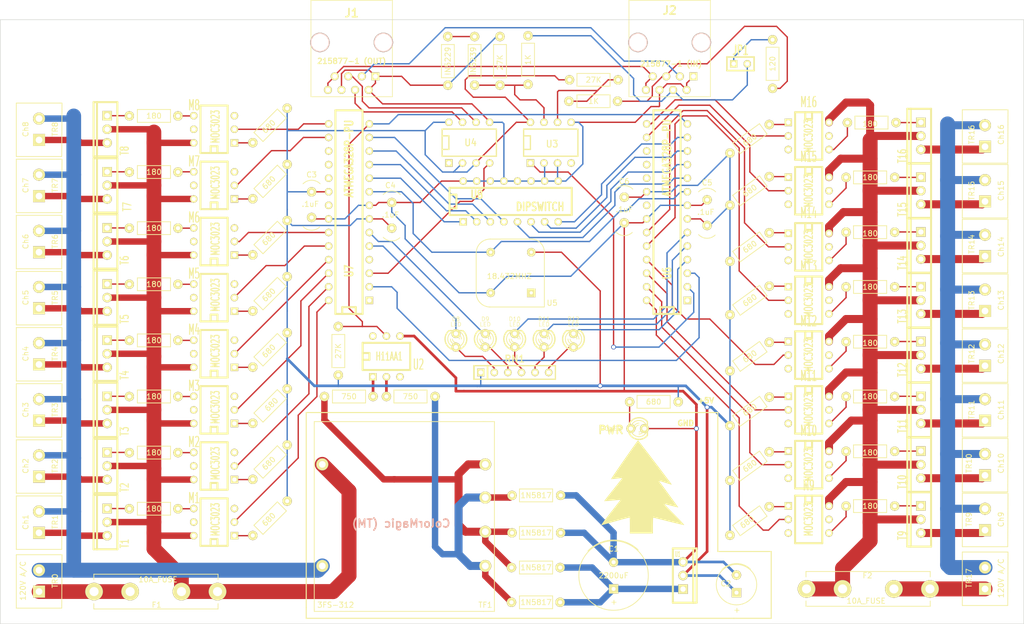
<source format=kicad_pcb>
(kicad_pcb (version 3) (host pcbnew "(2013-07-07 BZR 4022)-stable")
  (layers (15 F.Cu signal) (0 B.Cu signal) (18 B.Paste user) (19 F.Paste user) (20 B.SilkS user) (21 F.SilkS user) (22 B.Mask user) (23 F.Mask user) (28 Edge.Cuts user))
  (net 0 "")
  (net 1 +5V)
  (net 2 GND)
  (net 3 N-000001)
  (net 4 N-0000010)
  (net 5 N-00000101)
  (net 6 N-00000102)
  (net 7 N-00000103)
  (net 8 N-00000104)
  (net 9 N-00000105)
  (net 10 N-00000106)
  (net 11 N-00000107)
  (net 12 N-00000108)
  (net 13 N-00000109)
  (net 14 N-0000011)
  (net 15 N-00000110)
  (net 16 N-00000111)
  (net 17 N-00000112)
  (net 18 N-00000113)
  (net 19 N-00000114)
  (net 20 N-00000115)
  (net 21 N-00000116)
  (net 22 N-00000117)
  (net 23 N-00000118)
  (net 24 N-00000119)
  (net 25 N-0000012)
  (net 26 N-0000013)
  (net 27 N-00000136)
  (net 28 N-00000137)
  (net 29 N-00000138)
  (net 30 N-0000014)
  (net 31 N-0000015)
  (net 32 N-00000155)
  (net 33 N-0000016)
  (net 34 N-00000165)
  (net 35 N-00000166)
  (net 36 N-00000167)
  (net 37 N-00000168)
  (net 38 N-0000017)
  (net 39 N-0000018)
  (net 40 N-0000019)
  (net 41 N-000002)
  (net 42 N-0000020)
  (net 43 N-0000021)
  (net 44 N-0000022)
  (net 45 N-0000023)
  (net 46 N-0000024)
  (net 47 N-0000025)
  (net 48 N-0000026)
  (net 49 N-0000027)
  (net 50 N-0000028)
  (net 51 N-0000029)
  (net 52 N-000003)
  (net 53 N-0000030)
  (net 54 N-0000031)
  (net 55 N-0000032)
  (net 56 N-0000033)
  (net 57 N-0000034)
  (net 58 N-0000035)
  (net 59 N-0000036)
  (net 60 N-0000037)
  (net 61 N-0000038)
  (net 62 N-0000039)
  (net 63 N-000004)
  (net 64 N-0000040)
  (net 65 N-0000041)
  (net 66 N-0000042)
  (net 67 N-0000043)
  (net 68 N-0000044)
  (net 69 N-0000045)
  (net 70 N-0000046)
  (net 71 N-0000047)
  (net 72 N-0000048)
  (net 73 N-0000049)
  (net 74 N-000005)
  (net 75 N-0000050)
  (net 76 N-0000051)
  (net 77 N-0000052)
  (net 78 N-0000053)
  (net 79 N-0000054)
  (net 80 N-0000055)
  (net 81 N-0000056)
  (net 82 N-0000057)
  (net 83 N-0000058)
  (net 84 N-0000059)
  (net 85 N-000006)
  (net 86 N-0000060)
  (net 87 N-0000061)
  (net 88 N-0000062)
  (net 89 N-0000063)
  (net 90 N-0000064)
  (net 91 N-0000065)
  (net 92 N-0000066)
  (net 93 N-0000067)
  (net 94 N-0000068)
  (net 95 N-0000069)
  (net 96 N-000007)
  (net 97 N-0000070)
  (net 98 N-0000071)
  (net 99 N-0000072)
  (net 100 N-0000073)
  (net 101 N-0000074)
  (net 102 N-0000075)
  (net 103 N-0000076)
  (net 104 N-0000077)
  (net 105 N-0000078)
  (net 106 N-0000079)
  (net 107 N-000008)
  (net 108 N-0000081)
  (net 109 N-0000082)
  (net 110 N-0000083)
  (net 111 N-0000084)
  (net 112 N-0000085)
  (net 113 N-0000086)
  (net 114 N-0000087)
  (net 115 N-0000088)
  (net 116 N-0000089)
  (net 117 N-000009)
  (net 118 N-0000090)
  (net 119 N-0000091)
  (net 120 N-0000092)
  (net 121 N-0000093)
  (net 122 N-0000094)
  (net 123 N-0000095)
  (net 124 N-0000096)
  (net 125 N-0000097)
  (net 126 N-0000098)
  (net 127 N-0000099)
  (module Transformer (layer F.Cu) (at 194.5 200)
    (fp_text reference TF1 (at 15 17) (layer F.SilkS))
    (fp_text value 3FS-312 (at -13 17) (layer F.SilkS))
    (pad 1 thru_hole circle (at -15.5 -9.3) (size 2.25 2.25) (drill 1.25) (layers *.Cu *.Mask F.SilkS) (net 107 N-000008))
    (pad 4 thru_hole circle (at -15.5 9.7) (size 2.25 2.25) (drill 1.25) (layers *.Cu *.Mask F.SilkS) (net 18 N-00000113))
    (pad 5 thru_hole circle (at 15 -9.3) (size 2.25 2.25) (drill 1.25) (layers *.Cu *.Mask F.SilkS) (net 35 N-00000166))
    (pad 6 thru_hole circle (at 15 -3.1) (size 2.25 2.25) (drill 1.25) (layers *.Cu *.Mask F.SilkS) (net 36 N-00000167))
    (pad 7 thru_hole circle (at 15 3.3) (size 2.25 2.25) (drill 1.25) (layers *.Cu *.Mask F.SilkS) (net 35 N-00000166))
    (pad 8 thru_hole circle (at 15 9.7) (size 2.25 2.25) (drill 1.25) (layers *.Cu *.Mask F.SilkS) (net 36 N-00000167))
  )
  (module TO220_VERT (layer F.Cu) (at 246.5 211.5)
    (fp_text reference U1 (at -1 -4) (layer F.SilkS) (effects (font (size 1 0.5) (thickness 0.125))))
    (fp_text value LF50CV hide)
    (pad 2 thru_hole circle (at 0 -2.54) (size 1.778 1.778) (drill 1.016) (layers *.Cu *.Mask F.SilkS) (net 2 GND))
    (pad 3 thru_hole circle (at 0 0) (size 1.778 1.778) (drill 1.016) (layers *.Cu *.Mask F.SilkS) (net 1 +5V))
    (pad 1 thru_hole rect (at 0 2.54) (size 1.778 1.778) (drill 1.016) (layers *.Cu *.Mask F.SilkS) (net 22 N-00000117))
  )
  (module TO220_VERT (layer F.Cu) (at 291 129.25 180)
    (fp_text reference T16 (at 3.5 -3.75 270) (layer F.SilkS) (effects (font (size 1.524 1.016) (thickness 0.2032))))
    (fp_text value BTA06 hide)
    (pad 2 thru_hole circle (at 0 -2.54 180) (size 1.778 1.778) (drill 1.016) (layers *.Cu *.Mask F.SilkS) (net 80 N-0000055))
    (pad 3 thru_hole circle (at 0 0 180) (size 1.778 1.778) (drill 1.016) (layers *.Cu *.Mask F.SilkS) (net 32 N-00000155))
    (pad 1 thru_hole rect (at 0 2.54 180) (size 1.778 1.778) (drill 1.016) (layers *.Cu *.Mask F.SilkS) (net 46 N-0000024))
  )
  (module TO220_VERT (layer F.Cu) (at 291 139.5 180)
    (fp_text reference T15 (at 3.5 -3.5 270) (layer F.SilkS) (effects (font (size 1.524 1.016) (thickness 0.2032))))
    (fp_text value BTA06 hide)
    (pad 2 thru_hole circle (at 0 -2.54 180) (size 1.778 1.778) (drill 1.016) (layers *.Cu *.Mask F.SilkS) (net 88 N-0000062))
    (pad 3 thru_hole circle (at 0 0 180) (size 1.778 1.778) (drill 1.016) (layers *.Cu *.Mask F.SilkS) (net 32 N-00000155))
    (pad 1 thru_hole rect (at 0 2.54 180) (size 1.778 1.778) (drill 1.016) (layers *.Cu *.Mask F.SilkS) (net 47 N-0000025))
  )
  (module TO220_VERT (layer F.Cu) (at 291 149.75 180)
    (fp_text reference T14 (at 3.5 -3.25 270) (layer F.SilkS) (effects (font (size 1.524 1.016) (thickness 0.2032))))
    (fp_text value BTA06 hide)
    (pad 2 thru_hole circle (at 0 -2.54 180) (size 1.778 1.778) (drill 1.016) (layers *.Cu *.Mask F.SilkS) (net 87 N-0000061))
    (pad 3 thru_hole circle (at 0 0 180) (size 1.778 1.778) (drill 1.016) (layers *.Cu *.Mask F.SilkS) (net 32 N-00000155))
    (pad 1 thru_hole rect (at 0 2.54 180) (size 1.778 1.778) (drill 1.016) (layers *.Cu *.Mask F.SilkS) (net 48 N-0000026))
  )
  (module TO220_VERT (layer F.Cu) (at 291 160 180)
    (fp_text reference T13 (at 3.5 -3 270) (layer F.SilkS) (effects (font (size 1.524 1.016) (thickness 0.2032))))
    (fp_text value BTA06 hide)
    (pad 2 thru_hole circle (at 0 -2.54 180) (size 1.778 1.778) (drill 1.016) (layers *.Cu *.Mask F.SilkS) (net 86 N-0000060))
    (pad 3 thru_hole circle (at 0 0 180) (size 1.778 1.778) (drill 1.016) (layers *.Cu *.Mask F.SilkS) (net 32 N-00000155))
    (pad 1 thru_hole rect (at 0 2.54 180) (size 1.778 1.778) (drill 1.016) (layers *.Cu *.Mask F.SilkS) (net 49 N-0000027))
  )
  (module TO220_VERT (layer F.Cu) (at 291 170.25 180)
    (fp_text reference T12 (at 3.5 -2.75 270) (layer F.SilkS) (effects (font (size 1.524 1.016) (thickness 0.2032))))
    (fp_text value BTA06 hide)
    (pad 2 thru_hole circle (at 0 -2.54 180) (size 1.778 1.778) (drill 1.016) (layers *.Cu *.Mask F.SilkS) (net 84 N-0000059))
    (pad 3 thru_hole circle (at 0 0 180) (size 1.778 1.778) (drill 1.016) (layers *.Cu *.Mask F.SilkS) (net 32 N-00000155))
    (pad 1 thru_hole rect (at 0 2.54 180) (size 1.778 1.778) (drill 1.016) (layers *.Cu *.Mask F.SilkS) (net 50 N-0000028))
  )
  (module TO220_VERT (layer F.Cu) (at 291 180.5 180)
    (fp_text reference T11 (at 3.5 -3 270) (layer F.SilkS) (effects (font (size 1.524 1.016) (thickness 0.2032))))
    (fp_text value BTA06 hide)
    (pad 2 thru_hole circle (at 0 -2.54 180) (size 1.778 1.778) (drill 1.016) (layers *.Cu *.Mask F.SilkS) (net 83 N-0000058))
    (pad 3 thru_hole circle (at 0 0 180) (size 1.778 1.778) (drill 1.016) (layers *.Cu *.Mask F.SilkS) (net 32 N-00000155))
    (pad 1 thru_hole rect (at 0 2.54 180) (size 1.778 1.778) (drill 1.016) (layers *.Cu *.Mask F.SilkS) (net 51 N-0000029))
  )
  (module TO220_VERT (layer F.Cu) (at 291 190.75 180)
    (fp_text reference T10 (at 3.5 -3.25 270) (layer F.SilkS) (effects (font (size 1.524 1.016) (thickness 0.2032))))
    (fp_text value BTA06 hide)
    (pad 2 thru_hole circle (at 0 -2.54 180) (size 1.778 1.778) (drill 1.016) (layers *.Cu *.Mask F.SilkS) (net 82 N-0000057))
    (pad 3 thru_hole circle (at 0 0 180) (size 1.778 1.778) (drill 1.016) (layers *.Cu *.Mask F.SilkS) (net 32 N-00000155))
    (pad 1 thru_hole rect (at 0 2.54 180) (size 1.778 1.778) (drill 1.016) (layers *.Cu *.Mask F.SilkS) (net 53 N-0000030))
  )
  (module TO220_VERT (layer F.Cu) (at 291 201 180)
    (fp_text reference T9 (at 3.5 -3 270) (layer F.SilkS) (effects (font (size 1.524 1.016) (thickness 0.2032))))
    (fp_text value BTA06 hide)
    (pad 2 thru_hole circle (at 0 -2.54 180) (size 1.778 1.778) (drill 1.016) (layers *.Cu *.Mask F.SilkS) (net 81 N-0000056))
    (pad 3 thru_hole circle (at 0 0 180) (size 1.778 1.778) (drill 1.016) (layers *.Cu *.Mask F.SilkS) (net 32 N-00000155))
    (pad 1 thru_hole rect (at 0 2.54 180) (size 1.778 1.778) (drill 1.016) (layers *.Cu *.Mask F.SilkS) (net 60 N-0000037))
  )
  (module TO220_VERT (layer F.Cu) (at 138.75 128 180)
    (fp_text reference T8 (at -3.25 -4 270) (layer F.SilkS) (effects (font (size 1.524 1.016) (thickness 0.2032))))
    (fp_text value BTA06 hide)
    (pad 2 thru_hole circle (at 0 -2.54 180) (size 1.778 1.778) (drill 1.016) (layers *.Cu *.Mask F.SilkS) (net 3 N-000001))
    (pad 3 thru_hole circle (at 0 0 180) (size 1.778 1.778) (drill 1.016) (layers *.Cu *.Mask F.SilkS) (net 107 N-000008))
    (pad 1 thru_hole rect (at 0 2.54 180) (size 1.778 1.778) (drill 1.016) (layers *.Cu *.Mask F.SilkS) (net 98 N-0000071))
  )
  (module TO220_VERT (layer F.Cu) (at 138.75 138.5 180)
    (fp_text reference T7 (at -3.75 -4 270) (layer F.SilkS) (effects (font (size 1.524 1.016) (thickness 0.2032))))
    (fp_text value BTA06 hide)
    (pad 2 thru_hole circle (at 0 -2.54 180) (size 1.778 1.778) (drill 1.016) (layers *.Cu *.Mask F.SilkS) (net 96 N-000007))
    (pad 3 thru_hole circle (at 0 0 180) (size 1.778 1.778) (drill 1.016) (layers *.Cu *.Mask F.SilkS) (net 107 N-000008))
    (pad 1 thru_hole rect (at 0 2.54 180) (size 1.778 1.778) (drill 1.016) (layers *.Cu *.Mask F.SilkS) (net 100 N-0000073))
  )
  (module TO220_VERT (layer F.Cu) (at 138.75 149 180)
    (fp_text reference T6 (at -3.25 -3.5 270) (layer F.SilkS) (effects (font (size 1.524 1.016) (thickness 0.2032))))
    (fp_text value BTA06 hide)
    (pad 2 thru_hole circle (at 0 -2.54 180) (size 1.778 1.778) (drill 1.016) (layers *.Cu *.Mask F.SilkS) (net 85 N-000006))
    (pad 3 thru_hole circle (at 0 0 180) (size 1.778 1.778) (drill 1.016) (layers *.Cu *.Mask F.SilkS) (net 107 N-000008))
    (pad 1 thru_hole rect (at 0 2.54 180) (size 1.778 1.778) (drill 1.016) (layers *.Cu *.Mask F.SilkS) (net 102 N-0000075))
  )
  (module TO220_VERT (layer F.Cu) (at 138.75 159.5 180)
    (fp_text reference T5 (at -3.25 -4 270) (layer F.SilkS) (effects (font (size 1.524 1.016) (thickness 0.2032))))
    (fp_text value BTA06 hide)
    (pad 2 thru_hole circle (at 0 -2.54 180) (size 1.778 1.778) (drill 1.016) (layers *.Cu *.Mask F.SilkS) (net 74 N-000005))
    (pad 3 thru_hole circle (at 0 0 180) (size 1.778 1.778) (drill 1.016) (layers *.Cu *.Mask F.SilkS) (net 107 N-000008))
    (pad 1 thru_hole rect (at 0 2.54 180) (size 1.778 1.778) (drill 1.016) (layers *.Cu *.Mask F.SilkS) (net 104 N-0000077))
  )
  (module TO220_VERT (layer F.Cu) (at 138.75 180.5 180)
    (fp_text reference T3 (at -3.25 -4 270) (layer F.SilkS) (effects (font (size 1.524 1.016) (thickness 0.2032))))
    (fp_text value BTA06 hide)
    (pad 2 thru_hole circle (at 0 -2.54 180) (size 1.778 1.778) (drill 1.016) (layers *.Cu *.Mask F.SilkS) (net 52 N-000003))
    (pad 3 thru_hole circle (at 0 0 180) (size 1.778 1.778) (drill 1.016) (layers *.Cu *.Mask F.SilkS) (net 107 N-000008))
    (pad 1 thru_hole rect (at 0 2.54 180) (size 1.778 1.778) (drill 1.016) (layers *.Cu *.Mask F.SilkS) (net 73 N-0000049))
  )
  (module TO220_VERT (layer F.Cu) (at 138.75 191 180)
    (fp_text reference T2 (at -3.25 -4 270) (layer F.SilkS) (effects (font (size 1.524 1.016) (thickness 0.2032))))
    (fp_text value BTA06 hide)
    (pad 2 thru_hole circle (at 0 -2.54 180) (size 1.778 1.778) (drill 1.016) (layers *.Cu *.Mask F.SilkS) (net 41 N-000002))
    (pad 3 thru_hole circle (at 0 0 180) (size 1.778 1.778) (drill 1.016) (layers *.Cu *.Mask F.SilkS) (net 107 N-000008))
    (pad 1 thru_hole rect (at 0 2.54 180) (size 1.778 1.778) (drill 1.016) (layers *.Cu *.Mask F.SilkS) (net 76 N-0000051))
  )
  (module TO220_VERT (layer F.Cu) (at 138.75 201.5 180)
    (fp_text reference T1 (at -3.25 -4 270) (layer F.SilkS) (effects (font (size 1.524 1.016) (thickness 0.2032))))
    (fp_text value BTA06 hide)
    (pad 2 thru_hole circle (at 0 -2.54 180) (size 1.778 1.778) (drill 1.016) (layers *.Cu *.Mask F.SilkS) (net 42 N-0000020))
    (pad 3 thru_hole circle (at 0 0 180) (size 1.778 1.778) (drill 1.016) (layers *.Cu *.Mask F.SilkS) (net 107 N-000008))
    (pad 1 thru_hole rect (at 0 2.54 180) (size 1.778 1.778) (drill 1.016) (layers *.Cu *.Mask F.SilkS) (net 78 N-0000053))
  )
  (module TO220_VERT (layer F.Cu) (at 138.75 170 180)
    (fp_text reference T4 (at -3.25 -4 270) (layer F.SilkS) (effects (font (size 1.524 1.016) (thickness 0.2032))))
    (fp_text value BTA06 hide)
    (pad 2 thru_hole circle (at 0 -2.54 180) (size 1.778 1.778) (drill 1.016) (layers *.Cu *.Mask F.SilkS) (net 63 N-000004))
    (pad 3 thru_hole circle (at 0 0 180) (size 1.778 1.778) (drill 1.016) (layers *.Cu *.Mask F.SilkS) (net 107 N-000008))
    (pad 1 thru_hole rect (at 0 2.54 180) (size 1.778 1.778) (drill 1.016) (layers *.Cu *.Mask F.SilkS) (net 71 N-0000047))
  )
  (module Terminal (layer F.Cu) (at 303 180.5 90)
    (fp_text reference TR11 (at 0 -2.5 90) (layer F.SilkS))
    (fp_text value Ch11 (at 0 3 90) (layer F.SilkS))
    (pad 1 thru_hole rect (at -2 0 90) (size 2.25 2.25) (drill 1.25) (layers *.Cu *.Mask F.SilkS) (net 83 N-0000058))
    (pad 2 thru_hole circle (at 2 0 90) (size 2.25 2.25) (drill 1.25) (layers *.Cu *.Mask F.SilkS) (net 14 N-0000011))
  )
  (module Terminal (layer F.Cu) (at 126 128 90)
    (fp_text reference TR8 (at 0 3 90) (layer F.SilkS))
    (fp_text value Ch8 (at 0 -2.5 90) (layer F.SilkS))
    (pad 1 thru_hole rect (at -2 0 90) (size 2.25 2.25) (drill 1.25) (layers *.Cu *.Mask F.SilkS) (net 3 N-000001))
    (pad 2 thru_hole circle (at 2 0 90) (size 2.25 2.25) (drill 1.25) (layers *.Cu *.Mask F.SilkS) (net 18 N-00000113))
  )
  (module Terminal (layer F.Cu) (at 126 138.5 90)
    (fp_text reference TR7 (at 0 3 90) (layer F.SilkS))
    (fp_text value Ch7 (at 0 -2.5 90) (layer F.SilkS))
    (pad 1 thru_hole rect (at -2 0 90) (size 2.25 2.25) (drill 1.25) (layers *.Cu *.Mask F.SilkS) (net 96 N-000007))
    (pad 2 thru_hole circle (at 2 0 90) (size 2.25 2.25) (drill 1.25) (layers *.Cu *.Mask F.SilkS) (net 18 N-00000113))
  )
  (module Terminal (layer F.Cu) (at 126 149 90)
    (fp_text reference TR6 (at 0 3 90) (layer F.SilkS))
    (fp_text value Ch6 (at 0 -2.5 90) (layer F.SilkS))
    (pad 1 thru_hole rect (at -2 0 90) (size 2.25 2.25) (drill 1.25) (layers *.Cu *.Mask F.SilkS) (net 85 N-000006))
    (pad 2 thru_hole circle (at 2 0 90) (size 2.25 2.25) (drill 1.25) (layers *.Cu *.Mask F.SilkS) (net 18 N-00000113))
  )
  (module Terminal (layer F.Cu) (at 126 159.5 90)
    (fp_text reference TR5 (at 0 3 90) (layer F.SilkS))
    (fp_text value Ch5 (at 0 -2.5 90) (layer F.SilkS))
    (pad 1 thru_hole rect (at -2 0 90) (size 2.25 2.25) (drill 1.25) (layers *.Cu *.Mask F.SilkS) (net 74 N-000005))
    (pad 2 thru_hole circle (at 2 0 90) (size 2.25 2.25) (drill 1.25) (layers *.Cu *.Mask F.SilkS) (net 18 N-00000113))
  )
  (module Terminal (layer F.Cu) (at 126 170 90)
    (fp_text reference TR4 (at 0 3 90) (layer F.SilkS))
    (fp_text value Ch4 (at 0 -2.5 90) (layer F.SilkS))
    (pad 1 thru_hole rect (at -2 0 90) (size 2.25 2.25) (drill 1.25) (layers *.Cu *.Mask F.SilkS) (net 63 N-000004))
    (pad 2 thru_hole circle (at 2 0 90) (size 2.25 2.25) (drill 1.25) (layers *.Cu *.Mask F.SilkS) (net 18 N-00000113))
  )
  (module Terminal (layer F.Cu) (at 126 180.5 90)
    (fp_text reference TR3 (at 0 3 90) (layer F.SilkS))
    (fp_text value Ch3 (at 0 -2.5 90) (layer F.SilkS))
    (pad 1 thru_hole rect (at -2 0 90) (size 2.25 2.25) (drill 1.25) (layers *.Cu *.Mask F.SilkS) (net 52 N-000003))
    (pad 2 thru_hole circle (at 2 0 90) (size 2.25 2.25) (drill 1.25) (layers *.Cu *.Mask F.SilkS) (net 18 N-00000113))
  )
  (module Terminal (layer F.Cu) (at 126 191 90)
    (fp_text reference TR2 (at 0 3 90) (layer F.SilkS))
    (fp_text value Ch2 (at 0 -2.5 90) (layer F.SilkS))
    (pad 1 thru_hole rect (at -2 0 90) (size 2.25 2.25) (drill 1.25) (layers *.Cu *.Mask F.SilkS) (net 41 N-000002))
    (pad 2 thru_hole circle (at 2 0 90) (size 2.25 2.25) (drill 1.25) (layers *.Cu *.Mask F.SilkS) (net 18 N-00000113))
  )
  (module Terminal (layer F.Cu) (at 303 201 90)
    (fp_text reference TR9 (at 0 -3 90) (layer F.SilkS))
    (fp_text value Ch9 (at 0 3 90) (layer F.SilkS))
    (pad 1 thru_hole rect (at -2 0 90) (size 2.25 2.25) (drill 1.25) (layers *.Cu *.Mask F.SilkS) (net 81 N-0000056))
    (pad 2 thru_hole circle (at 2 0 90) (size 2.25 2.25) (drill 1.25) (layers *.Cu *.Mask F.SilkS) (net 14 N-0000011))
  )
  (module Terminal (layer F.Cu) (at 303 190.75 90)
    (fp_text reference TR10 (at 0.25 -3 90) (layer F.SilkS))
    (fp_text value Ch10 (at 0.25 3 90) (layer F.SilkS))
    (pad 1 thru_hole rect (at -2 0 90) (size 2.25 2.25) (drill 1.25) (layers *.Cu *.Mask F.SilkS) (net 82 N-0000057))
    (pad 2 thru_hole circle (at 2 0 90) (size 2.25 2.25) (drill 1.25) (layers *.Cu *.Mask F.SilkS) (net 14 N-0000011))
  )
  (module Terminal (layer F.Cu) (at 303 170.25 90)
    (fp_text reference TR12 (at 0.25 -2.5 90) (layer F.SilkS))
    (fp_text value Ch12 (at 0.25 3 90) (layer F.SilkS))
    (pad 1 thru_hole rect (at -2 0 90) (size 2.25 2.25) (drill 1.25) (layers *.Cu *.Mask F.SilkS) (net 84 N-0000059))
    (pad 2 thru_hole circle (at 2 0 90) (size 2.25 2.25) (drill 1.25) (layers *.Cu *.Mask F.SilkS) (net 14 N-0000011))
  )
  (module Terminal (layer F.Cu) (at 303 160 90)
    (fp_text reference TR13 (at 0 -2.5 90) (layer F.SilkS))
    (fp_text value Ch13 (at 0 3 90) (layer F.SilkS))
    (pad 1 thru_hole rect (at -2 0 90) (size 2.25 2.25) (drill 1.25) (layers *.Cu *.Mask F.SilkS) (net 86 N-0000060))
    (pad 2 thru_hole circle (at 2 0 90) (size 2.25 2.25) (drill 1.25) (layers *.Cu *.Mask F.SilkS) (net 14 N-0000011))
  )
  (module Terminal (layer F.Cu) (at 303 149.75 90)
    (fp_text reference TR14 (at 0.25 -2.5 90) (layer F.SilkS))
    (fp_text value Ch14 (at -0.25 3 90) (layer F.SilkS))
    (pad 1 thru_hole rect (at -2 0 90) (size 2.25 2.25) (drill 1.25) (layers *.Cu *.Mask F.SilkS) (net 87 N-0000061))
    (pad 2 thru_hole circle (at 2 0 90) (size 2.25 2.25) (drill 1.25) (layers *.Cu *.Mask F.SilkS) (net 14 N-0000011))
  )
  (module Terminal (layer F.Cu) (at 303 139.5 90)
    (fp_text reference TR15 (at 0 -2.5 90) (layer F.SilkS))
    (fp_text value Ch15 (at 0 3 90) (layer F.SilkS))
    (pad 1 thru_hole rect (at -2 0 90) (size 2.25 2.25) (drill 1.25) (layers *.Cu *.Mask F.SilkS) (net 88 N-0000062))
    (pad 2 thru_hole circle (at 2 0 90) (size 2.25 2.25) (drill 1.25) (layers *.Cu *.Mask F.SilkS) (net 14 N-0000011))
  )
  (module Terminal (layer F.Cu) (at 303 129.25 90)
    (fp_text reference TR16 (at 0.25 -2.5 90) (layer F.SilkS))
    (fp_text value Ch16 (at 0.25 3 90) (layer F.SilkS))
    (pad 1 thru_hole rect (at -2 0 90) (size 2.25 2.25) (drill 1.25) (layers *.Cu *.Mask F.SilkS) (net 80 N-0000055))
    (pad 2 thru_hole circle (at 2 0 90) (size 2.25 2.25) (drill 1.25) (layers *.Cu *.Mask F.SilkS) (net 14 N-0000011))
  )
  (module Terminal (layer F.Cu) (at 126 201.5 90)
    (fp_text reference TR1 (at 0 3 90) (layer F.SilkS))
    (fp_text value Ch1 (at 0 -2.5 90) (layer F.SilkS))
    (pad 1 thru_hole rect (at -2 0 90) (size 2.25 2.25) (drill 1.25) (layers *.Cu *.Mask F.SilkS) (net 42 N-0000020))
    (pad 2 thru_hole circle (at 2 0 90) (size 2.25 2.25) (drill 1.25) (layers *.Cu *.Mask F.SilkS) (net 18 N-00000113))
  )
  (module SIL-2 (layer F.Cu) (at 257.25 115.75)
    (fp_text reference JP1 (at 0 -2.54) (layer F.SilkS) (effects (font (size 1.72974 1.08712) (thickness 0.3048))))
    (fp_text value JUMPER hide)
    (pad 1 thru_hole rect (at -1.27 0) (size 1.397 1.397) (drill 0.8128) (layers *.Cu *.Mask F.SilkS) (net 33 N-0000016))
    (pad 2 thru_hole circle (at 1.27 0) (size 1.397 1.397) (drill 0.8128) (layers *.Cu *.Mask F.SilkS) (net 38 N-0000017))
  )
  (module RJ45_8 (layer F.Cu) (at 184.5 111.75 180)
    (fp_text reference J1 (at 0 5.5 180) (layer F.SilkS) (effects (font (size 1.524 1.524) (thickness 0.3048))))
    (fp_text value "215877-1 (OUT)" (at 0 -3.5 180) (layer F.SilkS) (effects (font (size 1.00076 1.00076) (thickness 0.2032))))
    (pad Hole np_thru_hole circle (at 5.93852 0 180) (size 3.64998 3.64998) (drill 3.2512) (layers *.Cu *.SilkS *.Mask))
    (pad Hole np_thru_hole circle (at -5.9309 0 180) (size 3.64998 3.64998) (drill 3.2512) (layers *.Cu *.SilkS *.Mask))
    (pad 1 thru_hole rect (at -4.445 -6.35 180) (size 1.50114 1.50114) (drill 0.89916) (layers *.Cu *.Mask F.SilkS) (net 2 GND))
    (pad 2 thru_hole circle (at -3.175 -8.89 180) (size 1.50114 1.50114) (drill 0.89916) (layers *.Cu *.Mask F.SilkS) (net 2 GND))
    (pad 3 thru_hole circle (at -1.905 -6.35 180) (size 1.50114 1.50114) (drill 0.89916) (layers *.Cu *.Mask F.SilkS) (net 20 N-00000115))
    (pad 4 thru_hole circle (at -0.635 -8.89 180) (size 1.50114 1.50114) (drill 0.89916) (layers *.Cu *.Mask F.SilkS) (net 45 N-0000023))
    (pad 5 thru_hole circle (at 0.635 -6.35 180) (size 1.50114 1.50114) (drill 0.89916) (layers *.Cu *.Mask F.SilkS) (net 43 N-0000021))
    (pad 6 thru_hole circle (at 1.905 -8.89 180) (size 1.50114 1.50114) (drill 0.89916) (layers *.Cu *.Mask F.SilkS) (net 2 GND))
    (pad 7 thru_hole circle (at 3.175 -6.35 180) (size 1.50114 1.50114) (drill 0.89916) (layers *.Cu *.Mask F.SilkS) (net 39 N-0000018))
    (pad 8 thru_hole circle (at 4.445 -8.89 180) (size 1.50114 1.50114) (drill 0.89916) (layers *.Cu *.Mask F.SilkS) (net 39 N-0000018))
  )
  (module RJ45_8 (layer F.Cu) (at 244 111.75 180)
    (fp_text reference J2 (at 0 6 180) (layer F.SilkS) (effects (font (size 1.524 1.524) (thickness 0.3048))))
    (fp_text value "215877-1 (IN)" (at -0.25 -4 180) (layer F.SilkS) (effects (font (size 1.00076 1.00076) (thickness 0.2032))))
    (pad Hole np_thru_hole circle (at 5.93852 0 180) (size 3.64998 3.64998) (drill 3.2512) (layers *.Cu *.SilkS *.Mask))
    (pad Hole np_thru_hole circle (at -5.9309 0 180) (size 3.64998 3.64998) (drill 3.2512) (layers *.Cu *.SilkS *.Mask))
    (pad 1 thru_hole rect (at -4.445 -6.35 180) (size 1.50114 1.50114) (drill 0.89916) (layers *.Cu *.Mask F.SilkS) (net 2 GND))
    (pad 2 thru_hole circle (at -3.175 -8.89 180) (size 1.50114 1.50114) (drill 0.89916) (layers *.Cu *.Mask F.SilkS) (net 2 GND))
    (pad 3 thru_hole circle (at -1.905 -6.35 180) (size 1.50114 1.50114) (drill 0.89916) (layers *.Cu *.Mask F.SilkS) (net 20 N-00000115))
    (pad 4 thru_hole circle (at -0.635 -8.89 180) (size 1.50114 1.50114) (drill 0.89916) (layers *.Cu *.Mask F.SilkS) (net 38 N-0000017))
    (pad 5 thru_hole circle (at 0.635 -6.35 180) (size 1.50114 1.50114) (drill 0.89916) (layers *.Cu *.Mask F.SilkS) (net 31 N-0000015))
    (pad 6 thru_hole circle (at 1.905 -8.89 180) (size 1.50114 1.50114) (drill 0.89916) (layers *.Cu *.Mask F.SilkS) (net 2 GND))
    (pad 7 thru_hole circle (at 3.175 -6.35 180) (size 1.50114 1.50114) (drill 0.89916) (layers *.Cu *.Mask F.SilkS) (net 39 N-0000018))
    (pad 8 thru_hole circle (at 4.445 -8.89 180) (size 1.50114 1.50114) (drill 0.89916) (layers *.Cu *.Mask F.SilkS) (net 39 N-0000018))
  )
  (module Resisitor (layer F.Cu) (at 281.5 178 180)
    (fp_text reference R211 hide)
    (fp_text value 180 (at 0 0 180) (layer F.SilkS))
    (pad 1 thru_hole circle (at -4.6 0 180) (size 1.75 1.75) (drill 0.75) (layers *.Cu *.Mask F.SilkS) (net 51 N-0000029))
    (pad 2 thru_hole circle (at 4.5 0 180) (size 1.75 1.75) (drill 0.75) (layers *.Cu *.Mask F.SilkS) (net 94 N-0000068))
  )
  (module Resisitor (layer F.Cu) (at 281.5 188.25 180)
    (fp_text reference R210 hide)
    (fp_text value 180 (at 0 -0.25 180) (layer F.SilkS))
    (pad 1 thru_hole circle (at -4.6 0 180) (size 1.75 1.75) (drill 0.75) (layers *.Cu *.Mask F.SilkS) (net 53 N-0000030))
    (pad 2 thru_hole circle (at 4.5 0 180) (size 1.75 1.75) (drill 0.75) (layers *.Cu *.Mask F.SilkS) (net 95 N-0000069))
  )
  (module Resisitor (layer F.Cu) (at 259 139.5 36)
    (fp_text reference R115 hide)
    (fp_text value 680 (at 0 0 36) (layer F.SilkS))
    (pad 1 thru_hole circle (at -4.6 0 36) (size 1.75 1.75) (drill 0.75) (layers *.Cu *.Mask F.SilkS) (net 1 +5V))
    (pad 2 thru_hole circle (at 4.5 0 36) (size 1.75 1.75) (drill 0.75) (layers *.Cu *.Mask F.SilkS) (net 56 N-0000033))
  )
  (module Resisitor (layer F.Cu) (at 281.5 198.5 180)
    (fp_text reference R209 hide)
    (fp_text value 180 (at 0 0 180) (layer F.SilkS))
    (pad 1 thru_hole circle (at -4.6 0 180) (size 1.75 1.75) (drill 0.75) (layers *.Cu *.Mask F.SilkS) (net 60 N-0000037))
    (pad 2 thru_hole circle (at 4.5 0 180) (size 1.75 1.75) (drill 0.75) (layers *.Cu *.Mask F.SilkS) (net 97 N-0000070))
  )
  (module Resisitor (layer F.Cu) (at 281.5 167.75 180)
    (fp_text reference R212 hide)
    (fp_text value 180 (at 0 -0.25 180) (layer F.SilkS))
    (pad 1 thru_hole circle (at -4.6 0 180) (size 1.75 1.75) (drill 0.75) (layers *.Cu *.Mask F.SilkS) (net 50 N-0000028))
    (pad 2 thru_hole circle (at 4.5 0 180) (size 1.75 1.75) (drill 0.75) (layers *.Cu *.Mask F.SilkS) (net 93 N-0000067))
  )
  (module Resisitor (layer F.Cu) (at 281.5 157.5 180)
    (fp_text reference R213 hide)
    (fp_text value 180 (at 0 0 180) (layer F.SilkS))
    (pad 1 thru_hole circle (at -4.6 0 180) (size 1.75 1.75) (drill 0.75) (layers *.Cu *.Mask F.SilkS) (net 49 N-0000027))
    (pad 2 thru_hole circle (at 4.5 0 180) (size 1.75 1.75) (drill 0.75) (layers *.Cu *.Mask F.SilkS) (net 92 N-0000066))
  )
  (module Resisitor (layer F.Cu) (at 281.5 147.25 180)
    (fp_text reference R214 hide)
    (fp_text value 180 (at 0 -0.25 180) (layer F.SilkS))
    (pad 1 thru_hole circle (at -4.6 0 180) (size 1.75 1.75) (drill 0.75) (layers *.Cu *.Mask F.SilkS) (net 48 N-0000026))
    (pad 2 thru_hole circle (at 4.5 0 180) (size 1.75 1.75) (drill 0.75) (layers *.Cu *.Mask F.SilkS) (net 91 N-0000065))
  )
  (module Resisitor (layer F.Cu) (at 281.5 137 180)
    (fp_text reference R215 hide)
    (fp_text value 180 (at 0 0 180) (layer F.SilkS))
    (pad 1 thru_hole circle (at -4.6 0 180) (size 1.75 1.75) (drill 0.75) (layers *.Cu *.Mask F.SilkS) (net 47 N-0000025))
    (pad 2 thru_hole circle (at 4.5 0 180) (size 1.75 1.75) (drill 0.75) (layers *.Cu *.Mask F.SilkS) (net 90 N-0000064))
  )
  (module Resisitor (layer F.Cu) (at 281.75 126.75 180)
    (fp_text reference R216 hide)
    (fp_text value 180 (at 0.25 -0.25 180) (layer F.SilkS))
    (pad 1 thru_hole circle (at -4.6 0 180) (size 1.75 1.75) (drill 0.75) (layers *.Cu *.Mask F.SilkS) (net 46 N-0000024))
    (pad 2 thru_hole circle (at 4.5 0 180) (size 1.75 1.75) (drill 0.75) (layers *.Cu *.Mask F.SilkS) (net 89 N-0000063))
  )
  (module Resisitor (layer F.Cu) (at 241 179 180)
    (fp_text reference R1 hide)
    (fp_text value 680 (at 0 0 180) (layer F.SilkS))
    (pad 1 thru_hole circle (at -4.6 0 180) (size 1.75 1.75) (drill 0.75) (layers *.Cu *.Mask F.SilkS) (net 1 +5V))
    (pad 2 thru_hole circle (at 4.5 0 180) (size 1.75 1.75) (drill 0.75) (layers *.Cu *.Mask F.SilkS) (net 34 N-00000165))
  )
  (module Resisitor (layer F.Cu) (at 259 150 36)
    (fp_text reference R114 hide)
    (fp_text value 680 (at 0 0 36) (layer F.SilkS))
    (pad 1 thru_hole circle (at -4.6 0 36) (size 1.75 1.75) (drill 0.75) (layers *.Cu *.Mask F.SilkS) (net 1 +5V))
    (pad 2 thru_hole circle (at 4.5 0 36) (size 1.75 1.75) (drill 0.75) (layers *.Cu *.Mask F.SilkS) (net 55 N-0000032))
  )
  (module Resisitor (layer F.Cu) (at 169.25 190.25 45)
    (fp_text reference R102 hide)
    (fp_text value 680 (at -0.353553 0 45) (layer F.SilkS))
    (pad 1 thru_hole circle (at -4.6 0 45) (size 1.75 1.75) (drill 0.75) (layers *.Cu *.Mask F.SilkS) (net 64 N-0000040))
    (pad 2 thru_hole circle (at 4.5 0 45) (size 1.75 1.75) (drill 0.75) (layers *.Cu *.Mask F.SilkS) (net 1 +5V))
  )
  (module Resisitor (layer F.Cu) (at 169.25 200.75 45)
    (fp_text reference R101 hide)
    (fp_text value 680 (at -0.353553 0 45) (layer F.SilkS))
    (pad 1 thru_hole circle (at -4.6 0 45) (size 1.75 1.75) (drill 0.75) (layers *.Cu *.Mask F.SilkS) (net 62 N-0000039))
    (pad 2 thru_hole circle (at 4.5 0 45) (size 1.75 1.75) (drill 0.75) (layers *.Cu *.Mask F.SilkS) (net 1 +5V))
  )
  (module Resisitor (layer F.Cu) (at 169.25 179.75 45)
    (fp_text reference R103 hide)
    (fp_text value 680 (at 0.353553 0 45) (layer F.SilkS))
    (pad 1 thru_hole circle (at -4.6 0 45) (size 1.75 1.75) (drill 0.75) (layers *.Cu *.Mask F.SilkS) (net 65 N-0000041))
    (pad 2 thru_hole circle (at 4.5 0 45) (size 1.75 1.75) (drill 0.75) (layers *.Cu *.Mask F.SilkS) (net 1 +5V))
  )
  (module Resisitor (layer F.Cu) (at 169.25 169.25 45)
    (fp_text reference R104 hide)
    (fp_text value 680 (at -0.353553 0 45) (layer F.SilkS))
    (pad 1 thru_hole circle (at -4.6 0 45) (size 1.75 1.75) (drill 0.75) (layers *.Cu *.Mask F.SilkS) (net 66 N-0000042))
    (pad 2 thru_hole circle (at 4.5 0 45) (size 1.75 1.75) (drill 0.75) (layers *.Cu *.Mask F.SilkS) (net 1 +5V))
  )
  (module Resisitor (layer F.Cu) (at 169.25 158.75 45)
    (fp_text reference R105 hide)
    (fp_text value 680 (at -0.353553 0 45) (layer F.SilkS))
    (pad 1 thru_hole circle (at -4.6 0 45) (size 1.75 1.75) (drill 0.75) (layers *.Cu *.Mask F.SilkS) (net 67 N-0000043))
    (pad 2 thru_hole circle (at 4.5 0 45) (size 1.75 1.75) (drill 0.75) (layers *.Cu *.Mask F.SilkS) (net 1 +5V))
  )
  (module Resisitor (layer F.Cu) (at 169.25 148.25 45)
    (fp_text reference R106 hide)
    (fp_text value 680 (at -0.353553 0 45) (layer F.SilkS))
    (pad 1 thru_hole circle (at -4.6 0 45) (size 1.75 1.75) (drill 0.75) (layers *.Cu *.Mask F.SilkS) (net 68 N-0000044))
    (pad 2 thru_hole circle (at 4.5 0 45) (size 1.75 1.75) (drill 0.75) (layers *.Cu *.Mask F.SilkS) (net 1 +5V))
  )
  (module Resisitor (layer F.Cu) (at 169.25 137.75 45)
    (fp_text reference R107 hide)
    (fp_text value 680 (at -0.353553 0 45) (layer F.SilkS))
    (pad 1 thru_hole circle (at -4.6 0 45) (size 1.75 1.75) (drill 0.75) (layers *.Cu *.Mask F.SilkS) (net 69 N-0000045))
    (pad 2 thru_hole circle (at 4.5 0 45) (size 1.75 1.75) (drill 0.75) (layers *.Cu *.Mask F.SilkS) (net 1 +5V))
  )
  (module Resisitor (layer F.Cu) (at 169.25 127.25 45)
    (fp_text reference R108 hide)
    (fp_text value 680 (at -0.353553 0 45) (layer F.SilkS))
    (pad 1 thru_hole circle (at -4.6 0 45) (size 1.75 1.75) (drill 0.75) (layers *.Cu *.Mask F.SilkS) (net 70 N-0000046))
    (pad 2 thru_hole circle (at 4.5 0 45) (size 1.75 1.75) (drill 0.75) (layers *.Cu *.Mask F.SilkS) (net 1 +5V))
  )
  (module Resisitor (layer F.Cu) (at 259 160 36)
    (fp_text reference R113 hide)
    (fp_text value 680 (at 0 0 36) (layer F.SilkS))
    (pad 1 thru_hole circle (at -4.6 0 36) (size 1.75 1.75) (drill 0.75) (layers *.Cu *.Mask F.SilkS) (net 1 +5V))
    (pad 2 thru_hole circle (at 4.5 0 36) (size 1.75 1.75) (drill 0.75) (layers *.Cu *.Mask F.SilkS) (net 24 N-00000119))
  )
  (module Resisitor (layer F.Cu) (at 259 170.5 36)
    (fp_text reference R112 hide)
    (fp_text value 680 (at 0 0 36) (layer F.SilkS))
    (pad 1 thru_hole circle (at -4.6 0 36) (size 1.75 1.75) (drill 0.75) (layers *.Cu *.Mask F.SilkS) (net 1 +5V))
    (pad 2 thru_hole circle (at 4.5 0 36) (size 1.75 1.75) (drill 0.75) (layers *.Cu *.Mask F.SilkS) (net 40 N-0000019))
  )
  (module Resisitor (layer F.Cu) (at 147.5 146.5)
    (fp_text reference R206 hide)
    (fp_text value 180 (at 0 0) (layer F.SilkS))
    (pad 1 thru_hole circle (at -4.6 0) (size 1.75 1.75) (drill 0.75) (layers *.Cu *.Mask F.SilkS) (net 102 N-0000075))
    (pad 2 thru_hole circle (at 4.5 0) (size 1.75 1.75) (drill 0.75) (layers *.Cu *.Mask F.SilkS) (net 103 N-0000076))
  )
  (module Resisitor (layer F.Cu) (at 263.25 115.75 90)
    (fp_text reference R451 hide)
    (fp_text value 120 (at 0 0 90) (layer F.SilkS))
    (pad 1 thru_hole circle (at -4.6 0 90) (size 1.75 1.75) (drill 0.75) (layers *.Cu *.Mask F.SilkS) (net 31 N-0000015))
    (pad 2 thru_hole circle (at 4.5 0 90) (size 1.75 1.75) (drill 0.75) (layers *.Cu *.Mask F.SilkS) (net 33 N-0000016))
  )
  (module Resisitor (layer F.Cu) (at 212.25 115.25 270)
    (fp_text reference R455 hide)
    (fp_text value 27K (at 0.25 0 270) (layer F.SilkS))
    (pad 1 thru_hole circle (at -4.6 0 270) (size 1.75 1.75) (drill 0.75) (layers *.Cu *.Mask F.SilkS) (net 2 GND))
    (pad 2 thru_hole circle (at 4.5 0 270) (size 1.75 1.75) (drill 0.75) (layers *.Cu *.Mask F.SilkS) (net 26 N-0000013))
  )
  (module Resisitor (layer F.Cu) (at 217.5 115 90)
    (fp_text reference R454 hide)
    (fp_text value 1K (at 0 0 90) (layer F.SilkS))
    (pad 1 thru_hole circle (at -4.6 0 90) (size 1.75 1.75) (drill 0.75) (layers *.Cu *.Mask F.SilkS) (net 26 N-0000013))
    (pad 2 thru_hole circle (at 4.5 0 90) (size 1.75 1.75) (drill 0.75) (layers *.Cu *.Mask F.SilkS) (net 38 N-0000017))
  )
  (module Resisitor (layer F.Cu) (at 229.75 118.75 180)
    (fp_text reference R453 hide)
    (fp_text value 27K (at 0 0 180) (layer F.SilkS))
    (pad 1 thru_hole circle (at -4.6 0 180) (size 1.75 1.75) (drill 0.75) (layers *.Cu *.Mask F.SilkS) (net 25 N-0000012))
    (pad 2 thru_hole circle (at 4.5 0 180) (size 1.75 1.75) (drill 0.75) (layers *.Cu *.Mask F.SilkS) (net 1 +5V))
  )
  (module Resisitor (layer F.Cu) (at 229.75 122.75)
    (fp_text reference R452 hide)
    (fp_text value 1K (at 0 0) (layer F.SilkS))
    (pad 1 thru_hole circle (at -4.6 0) (size 1.75 1.75) (drill 0.75) (layers *.Cu *.Mask F.SilkS) (net 25 N-0000012))
    (pad 2 thru_hole circle (at 4.5 0) (size 1.75 1.75) (drill 0.75) (layers *.Cu *.Mask F.SilkS) (net 31 N-0000015))
  )
  (module Resisitor (layer F.Cu) (at 259 180.75 36)
    (fp_text reference R111 hide)
    (fp_text value 680 (at 0.146946 -0.202254 36) (layer F.SilkS))
    (pad 1 thru_hole circle (at -4.6 0 36) (size 1.75 1.75) (drill 0.75) (layers *.Cu *.Mask F.SilkS) (net 1 +5V))
    (pad 2 thru_hole circle (at 4.5 0 36) (size 1.75 1.75) (drill 0.75) (layers *.Cu *.Mask F.SilkS) (net 29 N-00000138))
  )
  (module Resisitor (layer F.Cu) (at 259 191 36)
    (fp_text reference R110 hide)
    (fp_text value 680 (at 0 0 36) (layer F.SilkS))
    (pad 1 thru_hole circle (at -4.6 0 36) (size 1.75 1.75) (drill 0.75) (layers *.Cu *.Mask F.SilkS) (net 1 +5V))
    (pad 2 thru_hole circle (at 4.5 0 36) (size 1.75 1.75) (drill 0.75) (layers *.Cu *.Mask F.SilkS) (net 28 N-00000137))
  )
  (module Resisitor (layer F.Cu) (at 147.5 125.5)
    (fp_text reference R208 hide)
    (fp_text value 180 (at 0 0) (layer F.SilkS))
    (pad 1 thru_hole circle (at -4.6 0) (size 1.75 1.75) (drill 0.75) (layers *.Cu *.Mask F.SilkS) (net 98 N-0000071))
    (pad 2 thru_hole circle (at 4.5 0) (size 1.75 1.75) (drill 0.75) (layers *.Cu *.Mask F.SilkS) (net 99 N-0000072))
  )
  (module Resisitor (layer F.Cu) (at 147.5 136)
    (fp_text reference R207 hide)
    (fp_text value 180 (at 0 0) (layer F.SilkS))
    (pad 1 thru_hole circle (at -4.6 0) (size 1.75 1.75) (drill 0.75) (layers *.Cu *.Mask F.SilkS) (net 100 N-0000073))
    (pad 2 thru_hole circle (at 4.5 0) (size 1.75 1.75) (drill 0.75) (layers *.Cu *.Mask F.SilkS) (net 101 N-0000074))
  )
  (module Resisitor (layer F.Cu) (at 259 129.75 36)
    (fp_text reference R116 hide)
    (fp_text value 680 (at -0.146946 0.202254 36) (layer F.SilkS))
    (pad 1 thru_hole circle (at -4.6 0 36) (size 1.75 1.75) (drill 0.75) (layers *.Cu *.Mask F.SilkS) (net 1 +5V))
    (pad 2 thru_hole circle (at 4.5 0 36) (size 1.75 1.75) (drill 0.75) (layers *.Cu *.Mask F.SilkS) (net 57 N-0000034))
  )
  (module Resisitor (layer F.Cu) (at 147.5 157)
    (fp_text reference R205 hide)
    (fp_text value 180 (at 0 0) (layer F.SilkS))
    (pad 1 thru_hole circle (at -4.6 0) (size 1.75 1.75) (drill 0.75) (layers *.Cu *.Mask F.SilkS) (net 104 N-0000077))
    (pad 2 thru_hole circle (at 4.5 0) (size 1.75 1.75) (drill 0.75) (layers *.Cu *.Mask F.SilkS) (net 105 N-0000078))
  )
  (module Resisitor (layer F.Cu) (at 147.5 167.5)
    (fp_text reference R204 hide)
    (fp_text value 180 (at 0 0) (layer F.SilkS))
    (pad 1 thru_hole circle (at -4.6 0) (size 1.75 1.75) (drill 0.75) (layers *.Cu *.Mask F.SilkS) (net 71 N-0000047))
    (pad 2 thru_hole circle (at 4.5 0) (size 1.75 1.75) (drill 0.75) (layers *.Cu *.Mask F.SilkS) (net 72 N-0000048))
  )
  (module Resisitor (layer F.Cu) (at 147.5 178)
    (fp_text reference R203 hide)
    (fp_text value 180 (at 0 0) (layer F.SilkS))
    (pad 1 thru_hole circle (at -4.6 0) (size 1.75 1.75) (drill 0.75) (layers *.Cu *.Mask F.SilkS) (net 73 N-0000049))
    (pad 2 thru_hole circle (at 4.5 0) (size 1.75 1.75) (drill 0.75) (layers *.Cu *.Mask F.SilkS) (net 75 N-0000050))
  )
  (module Resisitor (layer F.Cu) (at 147.5 188.5)
    (fp_text reference R202 hide)
    (fp_text value 180 (at 0 0) (layer F.SilkS))
    (pad 1 thru_hole circle (at -4.6 0) (size 1.75 1.75) (drill 0.75) (layers *.Cu *.Mask F.SilkS) (net 76 N-0000051))
    (pad 2 thru_hole circle (at 4.5 0) (size 1.75 1.75) (drill 0.75) (layers *.Cu *.Mask F.SilkS) (net 77 N-0000052))
  )
  (module Resisitor (layer F.Cu) (at 147.5 199)
    (fp_text reference R201 hide)
    (fp_text value 180 (at 0 0) (layer F.SilkS))
    (pad 1 thru_hole circle (at -4.6 0) (size 1.75 1.75) (drill 0.75) (layers *.Cu *.Mask F.SilkS) (net 78 N-0000053))
    (pad 2 thru_hole circle (at 4.5 0) (size 1.75 1.75) (drill 0.75) (layers *.Cu *.Mask F.SilkS) (net 79 N-0000054))
  )
  (module Resisitor (layer F.Cu) (at 184 178)
    (fp_text reference R2 hide)
    (fp_text value 750 (at 0 0) (layer F.SilkS))
    (pad 1 thru_hole circle (at -4.6 0) (size 1.75 1.75) (drill 0.75) (layers *.Cu *.Mask F.SilkS) (net 35 N-00000166))
    (pad 2 thru_hole circle (at 4.5 0) (size 1.75 1.75) (drill 0.75) (layers *.Cu *.Mask F.SilkS) (net 44 N-0000022))
  )
  (module Resisitor (layer F.Cu) (at 195.5 178 180)
    (fp_text reference R3 hide)
    (fp_text value 750 (at 0 0 180) (layer F.SilkS))
    (pad 1 thru_hole circle (at -4.6 0 180) (size 1.75 1.75) (drill 0.75) (layers *.Cu *.Mask F.SilkS) (net 36 N-00000167))
    (pad 2 thru_hole circle (at 4.5 0 180) (size 1.75 1.75) (drill 0.75) (layers *.Cu *.Mask F.SilkS) (net 37 N-00000168))
  )
  (module Resisitor (layer F.Cu) (at 259 201.25 36)
    (fp_text reference R109 hide)
    (fp_text value 680 (at -0.551455 -0.091638 36) (layer F.SilkS))
    (pad 1 thru_hole circle (at -4.6 0 36) (size 1.75 1.75) (drill 0.75) (layers *.Cu *.Mask F.SilkS) (net 1 +5V))
    (pad 2 thru_hole circle (at 4.5 0 36) (size 1.75 1.75) (drill 0.75) (layers *.Cu *.Mask F.SilkS) (net 27 N-00000136))
  )
  (module LED-3MM (layer F.Cu) (at 238 184)
    (fp_text reference D5 hide)
    (fp_text value POWER (at -5 0) (layer F.SilkS) (effects (font (size 0.762 0.762) (thickness 0.0889))))
    (pad 1 thru_hole circle (at -1.27 0) (size 1.6764 1.6764) (drill 0.8128) (layers *.Cu *.Mask F.SilkS) (net 34 N-00000165))
    (pad 2 thru_hole circle (at 1.27 0) (size 1.6764 1.6764) (drill 0.8128) (layers *.Cu *.Mask F.SilkS) (net 2 GND))
  )
  (module DIP-8__300 (layer F.Cu) (at 221.75 130.5)
    (fp_text reference U3 (at 0.25 0.25) (layer F.SilkS) (effects (font (size 1.27 1.143) (thickness 0.2032))))
    (fp_text value RS485 hide)
    (pad 1 thru_hole rect (at -3.81 3.81) (size 1.397 1.397) (drill 0.8128) (layers *.Cu *.Mask F.SilkS) (net 21 N-00000116))
    (pad 2 thru_hole circle (at -1.27 3.81) (size 1.397 1.397) (drill 0.8128) (layers *.Cu *.Mask F.SilkS) (net 2 GND))
    (pad 3 thru_hole circle (at 1.27 3.81) (size 1.397 1.397) (drill 0.8128) (layers *.Cu *.Mask F.SilkS) (net 2 GND))
    (pad 4 thru_hole circle (at 3.81 3.81) (size 1.397 1.397) (drill 0.8128) (layers *.Cu *.Mask F.SilkS))
    (pad 5 thru_hole circle (at 3.81 -3.81) (size 1.397 1.397) (drill 0.8128) (layers *.Cu *.Mask F.SilkS) (net 2 GND))
    (pad 6 thru_hole circle (at 1.27 -3.81) (size 1.397 1.397) (drill 0.8128) (layers *.Cu *.Mask F.SilkS) (net 25 N-0000012))
    (pad 7 thru_hole circle (at -1.27 -3.81) (size 1.397 1.397) (drill 0.8128) (layers *.Cu *.Mask F.SilkS) (net 26 N-0000013))
    (pad 8 thru_hole circle (at -3.81 -3.81) (size 1.397 1.397) (drill 0.8128) (layers *.Cu *.Mask F.SilkS) (net 1 +5V))
  )
  (module DIP-8__300 (layer F.Cu) (at 206.5 130.5)
    (fp_text reference U4 (at 0.25 0) (layer F.SilkS) (effects (font (size 1.27 1.143) (thickness 0.2032))))
    (fp_text value RS485 hide)
    (pad 1 thru_hole rect (at -3.81 3.81) (size 1.397 1.397) (drill 0.8128) (layers *.Cu *.Mask F.SilkS))
    (pad 2 thru_hole circle (at -1.27 3.81) (size 1.397 1.397) (drill 0.8128) (layers *.Cu *.Mask F.SilkS) (net 1 +5V))
    (pad 3 thru_hole circle (at 1.27 3.81) (size 1.397 1.397) (drill 0.8128) (layers *.Cu *.Mask F.SilkS) (net 1 +5V))
    (pad 4 thru_hole circle (at 3.81 3.81) (size 1.397 1.397) (drill 0.8128) (layers *.Cu *.Mask F.SilkS) (net 19 N-00000114))
    (pad 5 thru_hole circle (at 3.81 -3.81) (size 1.397 1.397) (drill 0.8128) (layers *.Cu *.Mask F.SilkS) (net 2 GND))
    (pad 6 thru_hole circle (at 1.27 -3.81) (size 1.397 1.397) (drill 0.8128) (layers *.Cu *.Mask F.SilkS) (net 43 N-0000021))
    (pad 7 thru_hole circle (at -1.27 -3.81) (size 1.397 1.397) (drill 0.8128) (layers *.Cu *.Mask F.SilkS) (net 45 N-0000023))
    (pad 8 thru_hole circle (at -3.81 -3.81) (size 1.397 1.397) (drill 0.8128) (layers *.Cu *.Mask F.SilkS) (net 1 +5V))
  )
  (module DIP-6__300 (layer F.Cu) (at 191 170.5)
    (fp_text reference U2 (at 6 1.5) (layer F.SilkS) (effects (font (size 1.905 1.016) (thickness 0.2032))))
    (fp_text value H11AA1 (at 0.5 0) (layer F.SilkS) (effects (font (size 1.524 0.889) (thickness 0.2032))))
    (pad 1 thru_hole rect (at -2.54 3.81) (size 1.397 1.397) (drill 0.8128) (layers *.Cu *.Mask F.SilkS) (net 44 N-0000022))
    (pad 2 thru_hole circle (at 0 3.81) (size 1.397 1.397) (drill 0.8128) (layers *.Cu *.Mask F.SilkS) (net 37 N-00000168))
    (pad 3 thru_hole circle (at 2.54 3.81) (size 1.397 1.397) (drill 0.8128) (layers *.Cu *.Mask F.SilkS))
    (pad 4 thru_hole circle (at 2.54 -3.81) (size 1.397 1.397) (drill 0.8128) (layers *.Cu *.Mask F.SilkS) (net 2 GND))
    (pad 5 thru_hole circle (at 0 -3.81) (size 1.397 1.397) (drill 0.8128) (layers *.Cu *.Mask F.SilkS) (net 127 N-0000099))
    (pad 6 thru_hole circle (at -2.54 -3.81) (size 1.397 1.397) (drill 0.8128) (layers *.Cu *.Mask F.SilkS))
  )
  (module DIP-6__300 (layer F.Cu) (at 270 150 270)
    (fp_text reference M14 (at -6.35 0 360) (layer F.SilkS) (effects (font (size 1.905 1.016) (thickness 0.2032))))
    (fp_text value MOC3023 (at 0 0 270) (layer F.SilkS) (effects (font (size 1.524 0.889) (thickness 0.2032))))
    (pad 1 thru_hole rect (at -2.54 3.81 270) (size 1.397 1.397) (drill 0.8128) (layers *.Cu *.Mask F.SilkS) (net 55 N-0000032))
    (pad 2 thru_hole circle (at 0 3.81 270) (size 1.397 1.397) (drill 0.8128) (layers *.Cu *.Mask F.SilkS) (net 9 N-00000105))
    (pad 3 thru_hole circle (at 2.54 3.81 270) (size 1.397 1.397) (drill 0.8128) (layers *.Cu *.Mask F.SilkS))
    (pad 4 thru_hole circle (at 2.54 -3.81 270) (size 1.397 1.397) (drill 0.8128) (layers *.Cu *.Mask F.SilkS) (net 91 N-0000065))
    (pad 5 thru_hole circle (at 0 -3.81 270) (size 1.397 1.397) (drill 0.8128) (layers *.Cu *.Mask F.SilkS))
    (pad 6 thru_hole circle (at -2.54 -3.81 270) (size 1.397 1.397) (drill 0.8128) (layers *.Cu *.Mask F.SilkS) (net 32 N-00000155))
  )
  (module DIP-6__300 (layer F.Cu) (at 158.75 201.5 90)
    (fp_text reference M1 (at 4.5 -3.75 180) (layer F.SilkS) (effects (font (size 1.905 1.016) (thickness 0.2032))))
    (fp_text value MOC3023 (at 0.5 0.25 90) (layer F.SilkS) (effects (font (size 1.524 0.889) (thickness 0.2032))))
    (pad 1 thru_hole rect (at -2.54 3.81 90) (size 1.397 1.397) (drill 0.8128) (layers *.Cu *.Mask F.SilkS) (net 62 N-0000039))
    (pad 2 thru_hole circle (at 0 3.81 90) (size 1.397 1.397) (drill 0.8128) (layers *.Cu *.Mask F.SilkS) (net 10 N-00000106))
    (pad 3 thru_hole circle (at 2.54 3.81 90) (size 1.397 1.397) (drill 0.8128) (layers *.Cu *.Mask F.SilkS))
    (pad 4 thru_hole circle (at 2.54 -3.81 90) (size 1.397 1.397) (drill 0.8128) (layers *.Cu *.Mask F.SilkS) (net 79 N-0000054))
    (pad 5 thru_hole circle (at 0 -3.81 90) (size 1.397 1.397) (drill 0.8128) (layers *.Cu *.Mask F.SilkS))
    (pad 6 thru_hole circle (at -2.54 -3.81 90) (size 1.397 1.397) (drill 0.8128) (layers *.Cu *.Mask F.SilkS) (net 107 N-000008))
  )
  (module DIP-6__300 (layer F.Cu) (at 158.75 191 90)
    (fp_text reference M2 (at 4.5 -3.75 180) (layer F.SilkS) (effects (font (size 1.905 1.016) (thickness 0.2032))))
    (fp_text value MOC3023 (at 0.5 0.25 90) (layer F.SilkS) (effects (font (size 1.524 0.889) (thickness 0.2032))))
    (pad 1 thru_hole rect (at -2.54 3.81 90) (size 1.397 1.397) (drill 0.8128) (layers *.Cu *.Mask F.SilkS) (net 64 N-0000040))
    (pad 2 thru_hole circle (at 0 3.81 90) (size 1.397 1.397) (drill 0.8128) (layers *.Cu *.Mask F.SilkS) (net 11 N-00000107))
    (pad 3 thru_hole circle (at 2.54 3.81 90) (size 1.397 1.397) (drill 0.8128) (layers *.Cu *.Mask F.SilkS))
    (pad 4 thru_hole circle (at 2.54 -3.81 90) (size 1.397 1.397) (drill 0.8128) (layers *.Cu *.Mask F.SilkS) (net 77 N-0000052))
    (pad 5 thru_hole circle (at 0 -3.81 90) (size 1.397 1.397) (drill 0.8128) (layers *.Cu *.Mask F.SilkS))
    (pad 6 thru_hole circle (at -2.54 -3.81 90) (size 1.397 1.397) (drill 0.8128) (layers *.Cu *.Mask F.SilkS) (net 107 N-000008))
  )
  (module DIP-6__300 (layer F.Cu) (at 270 129.25 270)
    (fp_text reference M16 (at -6.35 0 360) (layer F.SilkS) (effects (font (size 1.905 1.016) (thickness 0.2032))))
    (fp_text value MOC3023 (at 0 0 270) (layer F.SilkS) (effects (font (size 1.524 0.889) (thickness 0.2032))))
    (pad 1 thru_hole rect (at -2.54 3.81 270) (size 1.397 1.397) (drill 0.8128) (layers *.Cu *.Mask F.SilkS) (net 57 N-0000034))
    (pad 2 thru_hole circle (at 0 3.81 270) (size 1.397 1.397) (drill 0.8128) (layers *.Cu *.Mask F.SilkS) (net 7 N-00000103))
    (pad 3 thru_hole circle (at 2.54 3.81 270) (size 1.397 1.397) (drill 0.8128) (layers *.Cu *.Mask F.SilkS))
    (pad 4 thru_hole circle (at 2.54 -3.81 270) (size 1.397 1.397) (drill 0.8128) (layers *.Cu *.Mask F.SilkS) (net 89 N-0000063))
    (pad 5 thru_hole circle (at 0 -3.81 270) (size 1.397 1.397) (drill 0.8128) (layers *.Cu *.Mask F.SilkS))
    (pad 6 thru_hole circle (at -2.54 -3.81 270) (size 1.397 1.397) (drill 0.8128) (layers *.Cu *.Mask F.SilkS) (net 32 N-00000155))
  )
  (module DIP-6__300 (layer F.Cu) (at 270 139.5 270)
    (fp_text reference M15 (at -6.35 0 360) (layer F.SilkS) (effects (font (size 1.905 1.016) (thickness 0.2032))))
    (fp_text value MOC3023 (at 0 0 270) (layer F.SilkS) (effects (font (size 1.524 0.889) (thickness 0.2032))))
    (pad 1 thru_hole rect (at -2.54 3.81 270) (size 1.397 1.397) (drill 0.8128) (layers *.Cu *.Mask F.SilkS) (net 56 N-0000033))
    (pad 2 thru_hole circle (at 0 3.81 270) (size 1.397 1.397) (drill 0.8128) (layers *.Cu *.Mask F.SilkS) (net 6 N-00000102))
    (pad 3 thru_hole circle (at 2.54 3.81 270) (size 1.397 1.397) (drill 0.8128) (layers *.Cu *.Mask F.SilkS))
    (pad 4 thru_hole circle (at 2.54 -3.81 270) (size 1.397 1.397) (drill 0.8128) (layers *.Cu *.Mask F.SilkS) (net 90 N-0000064))
    (pad 5 thru_hole circle (at 0 -3.81 270) (size 1.397 1.397) (drill 0.8128) (layers *.Cu *.Mask F.SilkS))
    (pad 6 thru_hole circle (at -2.54 -3.81 270) (size 1.397 1.397) (drill 0.8128) (layers *.Cu *.Mask F.SilkS) (net 32 N-00000155))
  )
  (module DIP-6__300 (layer F.Cu) (at 158.75 180.5 90)
    (fp_text reference M3 (at 4.5 -3.75 180) (layer F.SilkS) (effects (font (size 1.905 1.016) (thickness 0.2032))))
    (fp_text value MOC3023 (at 0.5 0.25 90) (layer F.SilkS) (effects (font (size 1.524 0.889) (thickness 0.2032))))
    (pad 1 thru_hole rect (at -2.54 3.81 90) (size 1.397 1.397) (drill 0.8128) (layers *.Cu *.Mask F.SilkS) (net 65 N-0000041))
    (pad 2 thru_hole circle (at 0 3.81 90) (size 1.397 1.397) (drill 0.8128) (layers *.Cu *.Mask F.SilkS) (net 12 N-00000108))
    (pad 3 thru_hole circle (at 2.54 3.81 90) (size 1.397 1.397) (drill 0.8128) (layers *.Cu *.Mask F.SilkS))
    (pad 4 thru_hole circle (at 2.54 -3.81 90) (size 1.397 1.397) (drill 0.8128) (layers *.Cu *.Mask F.SilkS) (net 75 N-0000050))
    (pad 5 thru_hole circle (at 0 -3.81 90) (size 1.397 1.397) (drill 0.8128) (layers *.Cu *.Mask F.SilkS))
    (pad 6 thru_hole circle (at -2.54 -3.81 90) (size 1.397 1.397) (drill 0.8128) (layers *.Cu *.Mask F.SilkS) (net 107 N-000008))
  )
  (module DIP-6__300 (layer F.Cu) (at 158.75 170 90)
    (fp_text reference M4 (at 4.5 -3.75 180) (layer F.SilkS) (effects (font (size 1.905 1.016) (thickness 0.2032))))
    (fp_text value MOC3023 (at 0.5 0.25 90) (layer F.SilkS) (effects (font (size 1.524 0.889) (thickness 0.2032))))
    (pad 1 thru_hole rect (at -2.54 3.81 90) (size 1.397 1.397) (drill 0.8128) (layers *.Cu *.Mask F.SilkS) (net 66 N-0000042))
    (pad 2 thru_hole circle (at 0 3.81 90) (size 1.397 1.397) (drill 0.8128) (layers *.Cu *.Mask F.SilkS) (net 13 N-00000109))
    (pad 3 thru_hole circle (at 2.54 3.81 90) (size 1.397 1.397) (drill 0.8128) (layers *.Cu *.Mask F.SilkS))
    (pad 4 thru_hole circle (at 2.54 -3.81 90) (size 1.397 1.397) (drill 0.8128) (layers *.Cu *.Mask F.SilkS) (net 72 N-0000048))
    (pad 5 thru_hole circle (at 0 -3.81 90) (size 1.397 1.397) (drill 0.8128) (layers *.Cu *.Mask F.SilkS))
    (pad 6 thru_hole circle (at -2.54 -3.81 90) (size 1.397 1.397) (drill 0.8128) (layers *.Cu *.Mask F.SilkS) (net 107 N-000008))
  )
  (module DIP-6__300 (layer F.Cu) (at 158.75 159.5 90)
    (fp_text reference M5 (at 4.5 -3.75 180) (layer F.SilkS) (effects (font (size 1.905 1.016) (thickness 0.2032))))
    (fp_text value MOC3023 (at 0.5 0.25 90) (layer F.SilkS) (effects (font (size 1.524 0.889) (thickness 0.2032))))
    (pad 1 thru_hole rect (at -2.54 3.81 90) (size 1.397 1.397) (drill 0.8128) (layers *.Cu *.Mask F.SilkS) (net 67 N-0000043))
    (pad 2 thru_hole circle (at 0 3.81 90) (size 1.397 1.397) (drill 0.8128) (layers *.Cu *.Mask F.SilkS) (net 15 N-00000110))
    (pad 3 thru_hole circle (at 2.54 3.81 90) (size 1.397 1.397) (drill 0.8128) (layers *.Cu *.Mask F.SilkS))
    (pad 4 thru_hole circle (at 2.54 -3.81 90) (size 1.397 1.397) (drill 0.8128) (layers *.Cu *.Mask F.SilkS) (net 105 N-0000078))
    (pad 5 thru_hole circle (at 0 -3.81 90) (size 1.397 1.397) (drill 0.8128) (layers *.Cu *.Mask F.SilkS))
    (pad 6 thru_hole circle (at -2.54 -3.81 90) (size 1.397 1.397) (drill 0.8128) (layers *.Cu *.Mask F.SilkS) (net 107 N-000008))
  )
  (module DIP-6__300 (layer F.Cu) (at 270 160 270)
    (fp_text reference M13 (at -6.35 0 360) (layer F.SilkS) (effects (font (size 1.905 1.016) (thickness 0.2032))))
    (fp_text value MOC3023 (at 0 0 270) (layer F.SilkS) (effects (font (size 1.524 0.889) (thickness 0.2032))))
    (pad 1 thru_hole rect (at -2.54 3.81 270) (size 1.397 1.397) (drill 0.8128) (layers *.Cu *.Mask F.SilkS) (net 24 N-00000119))
    (pad 2 thru_hole circle (at 0 3.81 270) (size 1.397 1.397) (drill 0.8128) (layers *.Cu *.Mask F.SilkS) (net 58 N-0000035))
    (pad 3 thru_hole circle (at 2.54 3.81 270) (size 1.397 1.397) (drill 0.8128) (layers *.Cu *.Mask F.SilkS))
    (pad 4 thru_hole circle (at 2.54 -3.81 270) (size 1.397 1.397) (drill 0.8128) (layers *.Cu *.Mask F.SilkS) (net 92 N-0000066))
    (pad 5 thru_hole circle (at 0 -3.81 270) (size 1.397 1.397) (drill 0.8128) (layers *.Cu *.Mask F.SilkS))
    (pad 6 thru_hole circle (at -2.54 -3.81 270) (size 1.397 1.397) (drill 0.8128) (layers *.Cu *.Mask F.SilkS) (net 32 N-00000155))
  )
  (module DIP-6__300 (layer F.Cu) (at 270 170.25 270)
    (fp_text reference M12 (at -6.35 0 360) (layer F.SilkS) (effects (font (size 1.905 1.016) (thickness 0.2032))))
    (fp_text value MOC3023 (at 0 0 270) (layer F.SilkS) (effects (font (size 1.524 0.889) (thickness 0.2032))))
    (pad 1 thru_hole rect (at -2.54 3.81 270) (size 1.397 1.397) (drill 0.8128) (layers *.Cu *.Mask F.SilkS) (net 40 N-0000019))
    (pad 2 thru_hole circle (at 0 3.81 270) (size 1.397 1.397) (drill 0.8128) (layers *.Cu *.Mask F.SilkS) (net 59 N-0000036))
    (pad 3 thru_hole circle (at 2.54 3.81 270) (size 1.397 1.397) (drill 0.8128) (layers *.Cu *.Mask F.SilkS))
    (pad 4 thru_hole circle (at 2.54 -3.81 270) (size 1.397 1.397) (drill 0.8128) (layers *.Cu *.Mask F.SilkS) (net 93 N-0000067))
    (pad 5 thru_hole circle (at 0 -3.81 270) (size 1.397 1.397) (drill 0.8128) (layers *.Cu *.Mask F.SilkS))
    (pad 6 thru_hole circle (at -2.54 -3.81 270) (size 1.397 1.397) (drill 0.8128) (layers *.Cu *.Mask F.SilkS) (net 32 N-00000155))
  )
  (module DIP-6__300 (layer F.Cu) (at 270 180.5 270)
    (fp_text reference M11 (at -6.35 0 360) (layer F.SilkS) (effects (font (size 1.905 1.016) (thickness 0.2032))))
    (fp_text value MOC3023 (at 0 0 270) (layer F.SilkS) (effects (font (size 1.524 0.889) (thickness 0.2032))))
    (pad 1 thru_hole rect (at -2.54 3.81 270) (size 1.397 1.397) (drill 0.8128) (layers *.Cu *.Mask F.SilkS) (net 29 N-00000138))
    (pad 2 thru_hole circle (at 0 3.81 270) (size 1.397 1.397) (drill 0.8128) (layers *.Cu *.Mask F.SilkS) (net 54 N-0000031))
    (pad 3 thru_hole circle (at 2.54 3.81 270) (size 1.397 1.397) (drill 0.8128) (layers *.Cu *.Mask F.SilkS))
    (pad 4 thru_hole circle (at 2.54 -3.81 270) (size 1.397 1.397) (drill 0.8128) (layers *.Cu *.Mask F.SilkS) (net 94 N-0000068))
    (pad 5 thru_hole circle (at 0 -3.81 270) (size 1.397 1.397) (drill 0.8128) (layers *.Cu *.Mask F.SilkS))
    (pad 6 thru_hole circle (at -2.54 -3.81 270) (size 1.397 1.397) (drill 0.8128) (layers *.Cu *.Mask F.SilkS) (net 32 N-00000155))
  )
  (module DIP-6__300 (layer F.Cu) (at 158.75 149 90)
    (fp_text reference M6 (at 4.5 -3.75 180) (layer F.SilkS) (effects (font (size 1.905 1.016) (thickness 0.2032))))
    (fp_text value MOC3023 (at 0.5 0.25 90) (layer F.SilkS) (effects (font (size 1.524 0.889) (thickness 0.2032))))
    (pad 1 thru_hole rect (at -2.54 3.81 90) (size 1.397 1.397) (drill 0.8128) (layers *.Cu *.Mask F.SilkS) (net 68 N-0000044))
    (pad 2 thru_hole circle (at 0 3.81 90) (size 1.397 1.397) (drill 0.8128) (layers *.Cu *.Mask F.SilkS) (net 16 N-00000111))
    (pad 3 thru_hole circle (at 2.54 3.81 90) (size 1.397 1.397) (drill 0.8128) (layers *.Cu *.Mask F.SilkS))
    (pad 4 thru_hole circle (at 2.54 -3.81 90) (size 1.397 1.397) (drill 0.8128) (layers *.Cu *.Mask F.SilkS) (net 103 N-0000076))
    (pad 5 thru_hole circle (at 0 -3.81 90) (size 1.397 1.397) (drill 0.8128) (layers *.Cu *.Mask F.SilkS))
    (pad 6 thru_hole circle (at -2.54 -3.81 90) (size 1.397 1.397) (drill 0.8128) (layers *.Cu *.Mask F.SilkS) (net 107 N-000008))
  )
  (module DIP-6__300 (layer F.Cu) (at 158.75 138.5 90)
    (fp_text reference M7 (at 4.5 -3.75 180) (layer F.SilkS) (effects (font (size 1.905 1.016) (thickness 0.2032))))
    (fp_text value MOC3023 (at 0.5 0.25 90) (layer F.SilkS) (effects (font (size 1.524 0.889) (thickness 0.2032))))
    (pad 1 thru_hole rect (at -2.54 3.81 90) (size 1.397 1.397) (drill 0.8128) (layers *.Cu *.Mask F.SilkS) (net 69 N-0000045))
    (pad 2 thru_hole circle (at 0 3.81 90) (size 1.397 1.397) (drill 0.8128) (layers *.Cu *.Mask F.SilkS) (net 17 N-00000112))
    (pad 3 thru_hole circle (at 2.54 3.81 90) (size 1.397 1.397) (drill 0.8128) (layers *.Cu *.Mask F.SilkS))
    (pad 4 thru_hole circle (at 2.54 -3.81 90) (size 1.397 1.397) (drill 0.8128) (layers *.Cu *.Mask F.SilkS) (net 101 N-0000074))
    (pad 5 thru_hole circle (at 0 -3.81 90) (size 1.397 1.397) (drill 0.8128) (layers *.Cu *.Mask F.SilkS))
    (pad 6 thru_hole circle (at -2.54 -3.81 90) (size 1.397 1.397) (drill 0.8128) (layers *.Cu *.Mask F.SilkS) (net 107 N-000008))
  )
  (module DIP-6__300 (layer F.Cu) (at 158.75 128 90)
    (fp_text reference M8 (at 4.5 -3.75 180) (layer F.SilkS) (effects (font (size 1.905 1.016) (thickness 0.2032))))
    (fp_text value MOC3023 (at 0.5 0.25 90) (layer F.SilkS) (effects (font (size 1.524 0.889) (thickness 0.2032))))
    (pad 1 thru_hole rect (at -2.54 3.81 90) (size 1.397 1.397) (drill 0.8128) (layers *.Cu *.Mask F.SilkS) (net 70 N-0000046))
    (pad 2 thru_hole circle (at 0 3.81 90) (size 1.397 1.397) (drill 0.8128) (layers *.Cu *.Mask F.SilkS) (net 5 N-00000101))
    (pad 3 thru_hole circle (at 2.54 3.81 90) (size 1.397 1.397) (drill 0.8128) (layers *.Cu *.Mask F.SilkS))
    (pad 4 thru_hole circle (at 2.54 -3.81 90) (size 1.397 1.397) (drill 0.8128) (layers *.Cu *.Mask F.SilkS) (net 99 N-0000072))
    (pad 5 thru_hole circle (at 0 -3.81 90) (size 1.397 1.397) (drill 0.8128) (layers *.Cu *.Mask F.SilkS))
    (pad 6 thru_hole circle (at -2.54 -3.81 90) (size 1.397 1.397) (drill 0.8128) (layers *.Cu *.Mask F.SilkS) (net 107 N-000008))
  )
  (module DIP-6__300 (layer F.Cu) (at 270 201 270)
    (fp_text reference M9 (at -6.35 0 360) (layer F.SilkS) (effects (font (size 1.905 1.016) (thickness 0.2032))))
    (fp_text value MOC3023 (at 0 0 270) (layer F.SilkS) (effects (font (size 1.524 0.889) (thickness 0.2032))))
    (pad 1 thru_hole rect (at -2.54 3.81 270) (size 1.397 1.397) (drill 0.8128) (layers *.Cu *.Mask F.SilkS) (net 27 N-00000136))
    (pad 2 thru_hole circle (at 0 3.81 270) (size 1.397 1.397) (drill 0.8128) (layers *.Cu *.Mask F.SilkS) (net 8 N-00000104))
    (pad 3 thru_hole circle (at 2.54 3.81 270) (size 1.397 1.397) (drill 0.8128) (layers *.Cu *.Mask F.SilkS))
    (pad 4 thru_hole circle (at 2.54 -3.81 270) (size 1.397 1.397) (drill 0.8128) (layers *.Cu *.Mask F.SilkS) (net 97 N-0000070))
    (pad 5 thru_hole circle (at 0 -3.81 270) (size 1.397 1.397) (drill 0.8128) (layers *.Cu *.Mask F.SilkS))
    (pad 6 thru_hole circle (at -2.54 -3.81 270) (size 1.397 1.397) (drill 0.8128) (layers *.Cu *.Mask F.SilkS) (net 32 N-00000155))
  )
  (module DIP-6__300 (layer F.Cu) (at 270 190.75 270)
    (fp_text reference M10 (at -6.35 0 360) (layer F.SilkS) (effects (font (size 1.905 1.016) (thickness 0.2032))))
    (fp_text value MOC3023 (at 0 0 270) (layer F.SilkS) (effects (font (size 1.524 0.889) (thickness 0.2032))))
    (pad 1 thru_hole rect (at -2.54 3.81 270) (size 1.397 1.397) (drill 0.8128) (layers *.Cu *.Mask F.SilkS) (net 28 N-00000137))
    (pad 2 thru_hole circle (at 0 3.81 270) (size 1.397 1.397) (drill 0.8128) (layers *.Cu *.Mask F.SilkS) (net 61 N-0000038))
    (pad 3 thru_hole circle (at 2.54 3.81 270) (size 1.397 1.397) (drill 0.8128) (layers *.Cu *.Mask F.SilkS))
    (pad 4 thru_hole circle (at 2.54 -3.81 270) (size 1.397 1.397) (drill 0.8128) (layers *.Cu *.Mask F.SilkS) (net 95 N-0000069))
    (pad 5 thru_hole circle (at 0 -3.81 270) (size 1.397 1.397) (drill 0.8128) (layers *.Cu *.Mask F.SilkS))
    (pad 6 thru_hole circle (at -2.54 -3.81 270) (size 1.397 1.397) (drill 0.8128) (layers *.Cu *.Mask F.SilkS) (net 32 N-00000155))
  )
  (module Diode (layer F.Cu) (at 219 203.5 180)
    (fp_text reference D4 hide)
    (fp_text value 1N5817 (at 0 0 180) (layer F.SilkS))
    (pad 1 thru_hole circle (at -4.6 0 180) (size 1.75 1.75) (drill 0.75) (layers *.Cu *.Mask F.SilkS) (net 2 GND))
    (pad 2 thru_hole circle (at 4.5 0 180) (size 1.75 1.75) (drill 0.75) (layers *.Cu *.Mask F.SilkS) (net 35 N-00000166))
  )
  (module Diode (layer F.Cu) (at 219 216.5)
    (fp_text reference D1 hide)
    (fp_text value 1N5817 (at 0 0) (layer F.SilkS))
    (pad 1 thru_hole circle (at -4.6 0) (size 1.75 1.75) (drill 0.75) (layers *.Cu *.Mask F.SilkS) (net 36 N-00000167))
    (pad 2 thru_hole circle (at 4.5 0) (size 1.75 1.75) (drill 0.75) (layers *.Cu *.Mask F.SilkS) (net 22 N-00000117))
  )
  (module Diode (layer F.Cu) (at 219 210)
    (fp_text reference D2 hide)
    (fp_text value 1N5817 (at 0 0) (layer F.SilkS))
    (pad 1 thru_hole circle (at -4.6 0) (size 1.75 1.75) (drill 0.75) (layers *.Cu *.Mask F.SilkS) (net 35 N-00000166))
    (pad 2 thru_hole circle (at 4.5 0) (size 1.75 1.75) (drill 0.75) (layers *.Cu *.Mask F.SilkS) (net 22 N-00000117))
  )
  (module Diode (layer F.Cu) (at 219 196.5 180)
    (fp_text reference D3 hide)
    (fp_text value 1N5817 (at 0 0 180) (layer F.SilkS))
    (pad 1 thru_hole circle (at -4.6 0 180) (size 1.75 1.75) (drill 0.75) (layers *.Cu *.Mask F.SilkS) (net 2 GND))
    (pad 2 thru_hole circle (at 4.5 0 180) (size 1.75 1.75) (drill 0.75) (layers *.Cu *.Mask F.SilkS) (net 36 N-00000167))
  )
  (module Diode (layer F.Cu) (at 207.5 115.25 270)
    (fp_text reference D6 hide)
    (fp_text value IN5239 (at 0 0.25 270) (layer F.SilkS))
    (pad 1 thru_hole circle (at -4.6 0 270) (size 1.75 1.75) (drill 0.75) (layers *.Cu *.Mask F.SilkS) (net 30 N-0000014))
    (pad 2 thru_hole circle (at 4.5 0 270) (size 1.75 1.75) (drill 0.75) (layers *.Cu *.Mask F.SilkS) (net 26 N-0000013))
  )
  (module Diode (layer F.Cu) (at 202.5 115.25 270)
    (fp_text reference D7 hide)
    (fp_text value IN5229 (at 0 0 270) (layer F.SilkS))
    (pad 1 thru_hole circle (at -4.6 0 270) (size 1.75 1.75) (drill 0.75) (layers *.Cu *.Mask F.SilkS) (net 30 N-0000014))
    (pad 2 thru_hole circle (at 4.5 0 270) (size 1.75 1.75) (drill 0.75) (layers *.Cu *.Mask F.SilkS) (net 2 GND))
  )
  (module 47uF (layer F.Cu) (at 256.5 213 90)
    (fp_text reference C2 (at 0 -2 180) (layer F.SilkS))
    (fp_text value 47uF hide)
    (fp_text user + (at -5 0 90) (layer F.SilkS))
    (pad 1 thru_hole rect (at -1.7 0 90) (size 1.75 1.75) (drill 0.75) (layers *.Cu *.Mask F.SilkS) (net 1 +5V))
    (pad 2 thru_hole circle (at 1.6 0 90) (size 1.75 1.75) (drill 0.75) (layers *.Cu *.Mask F.SilkS) (net 2 GND))
  )
  (module 18.432MHz (layer F.Cu) (at 214.5 155.25 180)
    (fp_text reference U5 (at -7.5 -5.25 180) (layer F.SilkS))
    (fp_text value 18.432MHZ (at 0.5 -0.25 180) (layer F.SilkS))
    (pad 1 thru_hole rect (at -3.6 -3.35 180) (size 1.6 1.6) (drill 0.6) (layers *.Cu *.Mask F.SilkS))
    (pad 4 thru_hole circle (at 4 -3.35 180) (size 1.6 1.6) (drill 0.6) (layers *.Cu *.Mask F.SilkS) (net 2 GND))
    (pad 8 thru_hole circle (at -3.6 4.25 180) (size 1.6 1.6) (drill 0.6) (layers *.Cu *.Mask F.SilkS) (net 1 +5V))
    (pad 5 thru_hole circle (at 4 4.25 180) (size 1.6 1.6) (drill 0.6) (layers *.Cu *.Mask F.SilkS) (net 23 N-00000118))
  )
  (module 16V_2200uF (layer F.Cu) (at 233.5 211.5 90)
    (fp_text reference C1 (at 5 0 180) (layer F.SilkS))
    (fp_text value 2200uF (at 0 0 180) (layer F.SilkS))
    (fp_text user + (at -5 0 90) (layer F.SilkS))
    (pad 1 thru_hole rect (at -2.5 0 90) (size 1.75 1.75) (drill 0.75) (layers *.Cu *.Mask F.SilkS) (net 22 N-00000117))
    (pad 2 thru_hole circle (at 2.5 0 90) (size 1.75 1.75) (drill 0.75) (layers *.Cu *.Mask F.SilkS) (net 2 GND))
  )
  (module 120Terminal (layer F.Cu) (at 303 212 90)
    (fp_text reference TR17 (at 0 -3 90) (layer F.SilkS))
    (fp_text value "120V A/C" (at 0 3 90) (layer F.SilkS))
    (pad 1 thru_hole rect (at -2 0 90) (size 2.25 2.25) (drill 1.25) (layers *.Cu *.Mask F.SilkS) (net 4 N-0000010))
    (pad 2 thru_hole circle (at 2 0 90) (size 2.25 2.25) (drill 1.25) (layers *.Cu *.Mask F.SilkS) (net 14 N-0000011))
  )
  (module 120Terminal (layer F.Cu) (at 126 212.5 90)
    (fp_text reference TR0 (at 0 3 90) (layer F.SilkS))
    (fp_text value "120V A/C" (at 0 -3 90) (layer F.SilkS))
    (pad 1 thru_hole rect (at -2 0 90) (size 2.25 2.25) (drill 1.25) (layers *.Cu *.Mask F.SilkS) (net 117 N-000009))
    (pad 2 thru_hole circle (at 2 0 90) (size 2.25 2.25) (drill 1.25) (layers *.Cu *.Mask F.SilkS) (net 18 N-00000113))
  )
  (module 10A_FUSE (layer F.Cu) (at 148.75 214.5)
    (fp_text reference F1 (at -0.75 2.5) (layer F.SilkS))
    (fp_text value 10A_FUSE (at -0.5 -2.25) (layer F.SilkS))
    (pad 1 thru_hole circle (at -12.45 0) (size 3.3 3.3) (drill 1.7) (layers *.Cu *.Mask F.SilkS) (net 117 N-000009))
    (pad 1 thru_hole circle (at -5.7 0) (size 3.3 3.3) (drill 1.7) (layers *.Cu *.Mask F.SilkS) (net 117 N-000009))
    (pad 2 thru_hole circle (at 3.9 0) (size 3.3 3.3) (drill 1.7) (layers *.Cu *.Mask F.SilkS) (net 107 N-000008))
    (pad 2 thru_hole circle (at 10.65 0) (size 3.3 3.3) (drill 1.7) (layers *.Cu *.Mask F.SilkS) (net 107 N-000008))
  )
  (module 10A_FUSE (layer F.Cu) (at 280.25 214 180)
    (fp_text reference F2 (at -0.75 2.5 180) (layer F.SilkS))
    (fp_text value 10A_FUSE (at -0.5 -2.25 180) (layer F.SilkS))
    (pad 1 thru_hole circle (at -12.45 0 180) (size 3.3 3.3) (drill 1.7) (layers *.Cu *.Mask F.SilkS) (net 4 N-0000010))
    (pad 1 thru_hole circle (at -5.7 0 180) (size 3.3 3.3) (drill 1.7) (layers *.Cu *.Mask F.SilkS) (net 4 N-0000010))
    (pad 2 thru_hole circle (at 3.9 0 180) (size 3.3 3.3) (drill 1.7) (layers *.Cu *.Mask F.SilkS) (net 32 N-00000155))
    (pad 2 thru_hole circle (at 10.65 0 180) (size 3.3 3.3) (drill 1.7) (layers *.Cu *.Mask F.SilkS) (net 32 N-00000155))
  )
  (module .1uF (layer F.Cu) (at 177 142 90)
    (fp_text reference C3 (at 5.5 0 180) (layer F.SilkS))
    (fp_text value .1uF (at 0 -0.25 180) (layer F.SilkS))
    (pad 1 thru_hole circle (at -2.5 0 90) (size 1.75 1.75) (drill 0.75) (layers *.Cu *.Mask F.SilkS) (net 2 GND))
    (pad 2 thru_hole circle (at 2.3 0 90) (size 1.75 1.75) (drill 0.75) (layers *.Cu *.Mask F.SilkS) (net 1 +5V))
  )
  (module .1uF (layer F.Cu) (at 192 144 90)
    (fp_text reference C4 (at 5.5 -0.25 180) (layer F.SilkS))
    (fp_text value .1uF (at 0 -0.25 180) (layer F.SilkS))
    (pad 1 thru_hole circle (at -2.5 0 90) (size 1.75 1.75) (drill 0.75) (layers *.Cu *.Mask F.SilkS) (net 1 +5V))
    (pad 2 thru_hole circle (at 2.3 0 90) (size 1.75 1.75) (drill 0.75) (layers *.Cu *.Mask F.SilkS) (net 2 GND))
  )
  (module Resisitor (layer F.Cu) (at 182 169.5 270)
    (fp_text reference R4 hide)
    (fp_text value 27K (at 0 0 270) (layer F.SilkS))
    (pad 1 thru_hole circle (at -4.6 0 270) (size 1.75 1.75) (drill 0.75) (layers *.Cu *.Mask F.SilkS) (net 127 N-0000099))
    (pad 2 thru_hole circle (at 4.5 0 270) (size 1.75 1.75) (drill 0.75) (layers *.Cu *.Mask F.SilkS) (net 1 +5V))
  )
  (module r_pack5 (layer F.Cu) (at 215 173.5)
    (fp_text reference RN1 (at 0 -2.54) (layer F.SilkS) (effects (font (size 1.27 1.27) (thickness 0.2032))))
    (fp_text value RESISTOR_NET hide)
    (pad 1 thru_hole rect (at -6.35 0) (size 1.397 1.397) (drill 0.8128) (layers *.Cu *.Mask F.SilkS) (net 1 +5V))
    (pad 2 thru_hole circle (at -3.81 0) (size 1.397 1.397) (drill 0.8128) (layers *.Cu *.Mask F.SilkS) (net 118 N-0000090))
    (pad 3 thru_hole circle (at -1.27 0) (size 1.397 1.397) (drill 0.8128) (layers *.Cu *.Mask F.SilkS) (net 111 N-0000084))
    (pad 4 thru_hole circle (at 1.27 0) (size 1.397 1.397) (drill 0.8128) (layers *.Cu *.Mask F.SilkS) (net 112 N-0000085))
    (pad 5 thru_hole circle (at 3.81 0) (size 1.397 1.397) (drill 0.8128) (layers *.Cu *.Mask F.SilkS) (net 113 N-0000086))
    (pad 6 thru_hole circle (at 6.35 0) (size 1.397 1.397) (drill 0.8128) (layers *.Cu *.Mask F.SilkS) (net 114 N-0000087))
  )
  (module LED-3MM (layer F.Cu) (at 204 167.5 90)
    (fp_text reference D8 (at 4 0 180) (layer F.SilkS) (effects (font (size 0.762 0.762) (thickness 0.0889))))
    (fp_text value LED (at 3 0 180) (layer F.SilkS) (effects (font (size 0.762 0.762) (thickness 0.0889))))
    (pad 1 thru_hole circle (at -1.27 0 90) (size 1.6764 1.6764) (drill 0.8128) (layers *.Cu *.Mask F.SilkS) (net 118 N-0000090))
    (pad 2 thru_hole circle (at 1.27 0 90) (size 1.6764 1.6764) (drill 0.8128) (layers *.Cu *.Mask F.SilkS) (net 116 N-0000089))
  )
  (module LED-3MM (layer F.Cu) (at 209.5 167.5 90)
    (fp_text reference D9 (at 4 0 180) (layer F.SilkS) (effects (font (size 0.762 0.762) (thickness 0.0889))))
    (fp_text value LED (at 3 0 180) (layer F.SilkS) (effects (font (size 0.762 0.762) (thickness 0.0889))))
    (pad 1 thru_hole circle (at -1.27 0 90) (size 1.6764 1.6764) (drill 0.8128) (layers *.Cu *.Mask F.SilkS) (net 111 N-0000084))
    (pad 2 thru_hole circle (at 1.27 0 90) (size 1.6764 1.6764) (drill 0.8128) (layers *.Cu *.Mask F.SilkS) (net 115 N-0000088))
  )
  (module LED-3MM (layer F.Cu) (at 215 167.5 90)
    (fp_text reference D10 (at 4 0 180) (layer F.SilkS) (effects (font (size 0.762 0.762) (thickness 0.0889))))
    (fp_text value LED (at 3 0 180) (layer F.SilkS) (effects (font (size 0.762 0.762) (thickness 0.0889))))
    (pad 1 thru_hole circle (at -1.27 0 90) (size 1.6764 1.6764) (drill 0.8128) (layers *.Cu *.Mask F.SilkS) (net 112 N-0000085))
    (pad 2 thru_hole circle (at 1.27 0 90) (size 1.6764 1.6764) (drill 0.8128) (layers *.Cu *.Mask F.SilkS) (net 119 N-0000091))
  )
  (module LED-3MM (layer F.Cu) (at 220.5 167.5 90)
    (fp_text reference D11 (at 4 0 180) (layer F.SilkS) (effects (font (size 0.762 0.762) (thickness 0.0889))))
    (fp_text value LED (at 3 0 180) (layer F.SilkS) (effects (font (size 0.762 0.762) (thickness 0.0889))))
    (pad 1 thru_hole circle (at -1.27 0 90) (size 1.6764 1.6764) (drill 0.8128) (layers *.Cu *.Mask F.SilkS) (net 113 N-0000086))
    (pad 2 thru_hole circle (at 1.27 0 90) (size 1.6764 1.6764) (drill 0.8128) (layers *.Cu *.Mask F.SilkS) (net 120 N-0000092))
  )
  (module LED-3MM (layer F.Cu) (at 226 167.5 90)
    (fp_text reference D12 (at 4 0 180) (layer F.SilkS) (effects (font (size 0.762 0.762) (thickness 0.0889))))
    (fp_text value LED (at 3 0 180) (layer F.SilkS) (effects (font (size 0.762 0.762) (thickness 0.0889))))
    (pad 1 thru_hole circle (at -1.27 0 90) (size 1.6764 1.6764) (drill 0.8128) (layers *.Cu *.Mask F.SilkS) (net 114 N-0000087))
    (pad 2 thru_hole circle (at 1.27 0 90) (size 1.6764 1.6764) (drill 0.8128) (layers *.Cu *.Mask F.SilkS) (net 121 N-0000093))
  )
  (module DIP-16__300 (layer F.Cu) (at 214.25 141.5)
    (fp_text reference U8 (at -6.35 -1.27) (layer F.SilkS) (effects (font (size 1.524 1.143) (thickness 0.3048))))
    (fp_text value DIPSWITCH (at 5.5 1) (layer F.SilkS) (effects (font (size 1.524 1.143) (thickness 0.3048))))
    (pad 1 thru_hole rect (at -8.89 3.81) (size 1.397 1.397) (drill 0.8128) (layers *.Cu *.Mask F.SilkS) (net 122 N-0000094))
    (pad 2 thru_hole circle (at -6.35 3.81) (size 1.397 1.397) (drill 0.8128) (layers *.Cu *.Mask F.SilkS) (net 123 N-0000095))
    (pad 3 thru_hole circle (at -3.81 3.81) (size 1.397 1.397) (drill 0.8128) (layers *.Cu *.Mask F.SilkS) (net 124 N-0000096))
    (pad 4 thru_hole circle (at -1.27 3.81) (size 1.397 1.397) (drill 0.8128) (layers *.Cu *.Mask F.SilkS) (net 125 N-0000097))
    (pad 5 thru_hole circle (at 1.27 3.81) (size 1.397 1.397) (drill 0.8128) (layers *.Cu *.Mask F.SilkS) (net 110 N-0000083))
    (pad 6 thru_hole circle (at 3.81 3.81) (size 1.397 1.397) (drill 0.8128) (layers *.Cu *.Mask F.SilkS) (net 109 N-0000082))
    (pad 7 thru_hole circle (at 6.35 3.81) (size 1.397 1.397) (drill 0.8128) (layers *.Cu *.Mask F.SilkS) (net 106 N-0000079))
    (pad 8 thru_hole circle (at 8.89 3.81) (size 1.397 1.397) (drill 0.8128) (layers *.Cu *.Mask F.SilkS) (net 108 N-0000081))
    (pad 9 thru_hole circle (at 8.89 -3.81) (size 1.397 1.397) (drill 0.8128) (layers *.Cu *.Mask F.SilkS) (net 2 GND))
    (pad 10 thru_hole circle (at 6.35 -3.81) (size 1.397 1.397) (drill 0.8128) (layers *.Cu *.Mask F.SilkS) (net 2 GND))
    (pad 11 thru_hole circle (at 3.81 -3.81) (size 1.397 1.397) (drill 0.8128) (layers *.Cu *.Mask F.SilkS) (net 2 GND))
    (pad 12 thru_hole circle (at 1.27 -3.81) (size 1.397 1.397) (drill 0.8128) (layers *.Cu *.Mask F.SilkS) (net 2 GND))
    (pad 13 thru_hole circle (at -1.27 -3.81) (size 1.397 1.397) (drill 0.8128) (layers *.Cu *.Mask F.SilkS) (net 2 GND))
    (pad 14 thru_hole circle (at -3.81 -3.81) (size 1.397 1.397) (drill 0.8128) (layers *.Cu *.Mask F.SilkS) (net 2 GND))
    (pad 15 thru_hole circle (at -6.35 -3.81) (size 1.397 1.397) (drill 0.8128) (layers *.Cu *.Mask F.SilkS) (net 2 GND))
    (pad 16 thru_hole circle (at -8.89 -3.81) (size 1.397 1.397) (drill 0.8128) (layers *.Cu *.Mask F.SilkS) (net 2 GND))
  )
  (module .1uF (layer F.Cu) (at 235.5 143 90)
    (fp_text reference C6 (at 5.25 0 180) (layer F.SilkS))
    (fp_text value .1uF (at 0 0 180) (layer F.SilkS))
    (pad 1 thru_hole circle (at -2.5 0 90) (size 1.75 1.75) (drill 0.75) (layers *.Cu *.Mask F.SilkS) (net 2 GND))
    (pad 2 thru_hole circle (at 2.3 0 90) (size 1.75 1.75) (drill 0.75) (layers *.Cu *.Mask F.SilkS) (net 1 +5V))
  )
  (module .1uF (layer F.Cu) (at 251 143.5 90)
    (fp_text reference C5 (at 5.5 0 180) (layer F.SilkS))
    (fp_text value .1uF (at 0 -0.25 180) (layer F.SilkS))
    (pad 1 thru_hole circle (at -2.5 0 90) (size 1.75 1.75) (drill 0.75) (layers *.Cu *.Mask F.SilkS) (net 1 +5V))
    (pad 2 thru_hole circle (at 2.3 0 90) (size 1.75 1.75) (drill 0.75) (layers *.Cu *.Mask F.SilkS) (net 2 GND))
  )
  (module DIP-28__300 (layer F.Cu) (at 184 143.5 90)
    (fp_text reference U7 (at -11 0 90) (layer F.SilkS) (effects (font (size 1.524 1.143) (thickness 0.3048))))
    (fp_text value ATMEGA328P-PU (at 10 0 90) (layer F.SilkS) (effects (font (size 1.524 1.143) (thickness 0.3048))))
    (pad 2 thru_hole circle (at -13.97 3.81 90) (size 1.397 1.397) (drill 0.8128) (layers *.Cu *.Mask F.SilkS) (net 126 N-0000098))
    (pad 3 thru_hole circle (at -11.43 3.81 90) (size 1.397 1.397) (drill 0.8128) (layers *.Cu *.Mask F.SilkS) (net 19 N-00000114))
    (pad 4 thru_hole circle (at -8.89 3.81 90) (size 1.397 1.397) (drill 0.8128) (layers *.Cu *.Mask F.SilkS))
    (pad 5 thru_hole circle (at -6.35 3.81 90) (size 1.397 1.397) (drill 0.8128) (layers *.Cu *.Mask F.SilkS) (net 116 N-0000089))
    (pad 6 thru_hole circle (at -3.81 3.81 90) (size 1.397 1.397) (drill 0.8128) (layers *.Cu *.Mask F.SilkS) (net 115 N-0000088))
    (pad 7 thru_hole circle (at -1.27 3.81 90) (size 1.397 1.397) (drill 0.8128) (layers *.Cu *.Mask F.SilkS) (net 1 +5V))
    (pad 8 thru_hole circle (at 1.27 3.81 90) (size 1.397 1.397) (drill 0.8128) (layers *.Cu *.Mask F.SilkS) (net 2 GND))
    (pad 9 thru_hole circle (at 3.81 3.81 90) (size 1.397 1.397) (drill 0.8128) (layers *.Cu *.Mask F.SilkS) (net 23 N-00000118))
    (pad 10 thru_hole circle (at 6.35 3.81 90) (size 1.397 1.397) (drill 0.8128) (layers *.Cu *.Mask F.SilkS) (net 122 N-0000094))
    (pad 11 thru_hole circle (at 8.89 3.81 90) (size 1.397 1.397) (drill 0.8128) (layers *.Cu *.Mask F.SilkS) (net 123 N-0000095))
    (pad 12 thru_hole circle (at 11.43 3.81 90) (size 1.397 1.397) (drill 0.8128) (layers *.Cu *.Mask F.SilkS) (net 124 N-0000096))
    (pad 13 thru_hole circle (at 13.97 3.81 90) (size 1.397 1.397) (drill 0.8128) (layers *.Cu *.Mask F.SilkS) (net 125 N-0000097))
    (pad 14 thru_hole circle (at 16.51 3.81 90) (size 1.397 1.397) (drill 0.8128) (layers *.Cu *.Mask F.SilkS) (net 127 N-0000099))
    (pad 1 thru_hole rect (at -16.51 3.81 90) (size 1.397 1.397) (drill 0.8128) (layers *.Cu *.Mask F.SilkS))
    (pad 15 thru_hole circle (at 16.51 -3.81 90) (size 1.397 1.397) (drill 0.8128) (layers *.Cu *.Mask F.SilkS) (net 5 N-00000101))
    (pad 16 thru_hole circle (at 13.97 -3.81 90) (size 1.397 1.397) (drill 0.8128) (layers *.Cu *.Mask F.SilkS) (net 17 N-00000112))
    (pad 17 thru_hole circle (at 11.43 -3.81 90) (size 1.397 1.397) (drill 0.8128) (layers *.Cu *.Mask F.SilkS))
    (pad 18 thru_hole circle (at 8.89 -3.81 90) (size 1.397 1.397) (drill 0.8128) (layers *.Cu *.Mask F.SilkS))
    (pad 19 thru_hole circle (at 6.35 -3.81 90) (size 1.397 1.397) (drill 0.8128) (layers *.Cu *.Mask F.SilkS))
    (pad 20 thru_hole circle (at 3.81 -3.81 90) (size 1.397 1.397) (drill 0.8128) (layers *.Cu *.Mask F.SilkS) (net 1 +5V))
    (pad 21 thru_hole circle (at 1.27 -3.81 90) (size 1.397 1.397) (drill 0.8128) (layers *.Cu *.Mask F.SilkS))
    (pad 22 thru_hole circle (at -1.27 -3.81 90) (size 1.397 1.397) (drill 0.8128) (layers *.Cu *.Mask F.SilkS) (net 2 GND))
    (pad 23 thru_hole circle (at -3.81 -3.81 90) (size 1.397 1.397) (drill 0.8128) (layers *.Cu *.Mask F.SilkS) (net 16 N-00000111))
    (pad 24 thru_hole circle (at -6.35 -3.81 90) (size 1.397 1.397) (drill 0.8128) (layers *.Cu *.Mask F.SilkS) (net 15 N-00000110))
    (pad 25 thru_hole circle (at -8.89 -3.81 90) (size 1.397 1.397) (drill 0.8128) (layers *.Cu *.Mask F.SilkS) (net 13 N-00000109))
    (pad 26 thru_hole circle (at -11.43 -3.81 90) (size 1.397 1.397) (drill 0.8128) (layers *.Cu *.Mask F.SilkS) (net 12 N-00000108))
    (pad 27 thru_hole circle (at -13.97 -3.81 90) (size 1.397 1.397) (drill 0.8128) (layers *.Cu *.Mask F.SilkS) (net 11 N-00000107))
    (pad 28 thru_hole circle (at -16.51 -3.81 90) (size 1.397 1.397) (drill 0.8128) (layers *.Cu *.Mask F.SilkS) (net 10 N-00000106))
  )
  (module DIP-28__300 (layer F.Cu) (at 243.5 143.5 90)
    (fp_text reference U6 (at -11.43 0 90) (layer F.SilkS) (effects (font (size 1.524 1.143) (thickness 0.3048))))
    (fp_text value ATMEGA328P-PU (at 10.16 0 90) (layer F.SilkS) (effects (font (size 1.524 1.143) (thickness 0.3048))))
    (pad 2 thru_hole circle (at -13.97 3.81 90) (size 1.397 1.397) (drill 0.8128) (layers *.Cu *.Mask F.SilkS) (net 21 N-00000116))
    (pad 3 thru_hole circle (at -11.43 3.81 90) (size 1.397 1.397) (drill 0.8128) (layers *.Cu *.Mask F.SilkS) (net 126 N-0000098))
    (pad 4 thru_hole circle (at -8.89 3.81 90) (size 1.397 1.397) (drill 0.8128) (layers *.Cu *.Mask F.SilkS) (net 121 N-0000093))
    (pad 5 thru_hole circle (at -6.35 3.81 90) (size 1.397 1.397) (drill 0.8128) (layers *.Cu *.Mask F.SilkS) (net 120 N-0000092))
    (pad 6 thru_hole circle (at -3.81 3.81 90) (size 1.397 1.397) (drill 0.8128) (layers *.Cu *.Mask F.SilkS) (net 119 N-0000091))
    (pad 7 thru_hole circle (at -1.27 3.81 90) (size 1.397 1.397) (drill 0.8128) (layers *.Cu *.Mask F.SilkS) (net 1 +5V))
    (pad 8 thru_hole circle (at 1.27 3.81 90) (size 1.397 1.397) (drill 0.8128) (layers *.Cu *.Mask F.SilkS) (net 2 GND))
    (pad 9 thru_hole circle (at 3.81 3.81 90) (size 1.397 1.397) (drill 0.8128) (layers *.Cu *.Mask F.SilkS) (net 23 N-00000118))
    (pad 10 thru_hole circle (at 6.35 3.81 90) (size 1.397 1.397) (drill 0.8128) (layers *.Cu *.Mask F.SilkS) (net 110 N-0000083))
    (pad 11 thru_hole circle (at 8.89 3.81 90) (size 1.397 1.397) (drill 0.8128) (layers *.Cu *.Mask F.SilkS) (net 109 N-0000082))
    (pad 12 thru_hole circle (at 11.43 3.81 90) (size 1.397 1.397) (drill 0.8128) (layers *.Cu *.Mask F.SilkS) (net 106 N-0000079))
    (pad 13 thru_hole circle (at 13.97 3.81 90) (size 1.397 1.397) (drill 0.8128) (layers *.Cu *.Mask F.SilkS) (net 108 N-0000081))
    (pad 14 thru_hole circle (at 16.51 3.81 90) (size 1.397 1.397) (drill 0.8128) (layers *.Cu *.Mask F.SilkS) (net 127 N-0000099))
    (pad 1 thru_hole rect (at -16.51 3.81 90) (size 1.397 1.397) (drill 0.8128) (layers *.Cu *.Mask F.SilkS))
    (pad 15 thru_hole circle (at 16.51 -3.81 90) (size 1.397 1.397) (drill 0.8128) (layers *.Cu *.Mask F.SilkS) (net 7 N-00000103))
    (pad 16 thru_hole circle (at 13.97 -3.81 90) (size 1.397 1.397) (drill 0.8128) (layers *.Cu *.Mask F.SilkS) (net 6 N-00000102))
    (pad 17 thru_hole circle (at 11.43 -3.81 90) (size 1.397 1.397) (drill 0.8128) (layers *.Cu *.Mask F.SilkS))
    (pad 18 thru_hole circle (at 8.89 -3.81 90) (size 1.397 1.397) (drill 0.8128) (layers *.Cu *.Mask F.SilkS))
    (pad 19 thru_hole circle (at 6.35 -3.81 90) (size 1.397 1.397) (drill 0.8128) (layers *.Cu *.Mask F.SilkS))
    (pad 20 thru_hole circle (at 3.81 -3.81 90) (size 1.397 1.397) (drill 0.8128) (layers *.Cu *.Mask F.SilkS) (net 1 +5V))
    (pad 21 thru_hole circle (at 1.27 -3.81 90) (size 1.397 1.397) (drill 0.8128) (layers *.Cu *.Mask F.SilkS))
    (pad 22 thru_hole circle (at -1.27 -3.81 90) (size 1.397 1.397) (drill 0.8128) (layers *.Cu *.Mask F.SilkS) (net 2 GND))
    (pad 23 thru_hole circle (at -3.81 -3.81 90) (size 1.397 1.397) (drill 0.8128) (layers *.Cu *.Mask F.SilkS) (net 9 N-00000105))
    (pad 24 thru_hole circle (at -6.35 -3.81 90) (size 1.397 1.397) (drill 0.8128) (layers *.Cu *.Mask F.SilkS) (net 58 N-0000035))
    (pad 25 thru_hole circle (at -8.89 -3.81 90) (size 1.397 1.397) (drill 0.8128) (layers *.Cu *.Mask F.SilkS) (net 59 N-0000036))
    (pad 26 thru_hole circle (at -11.43 -3.81 90) (size 1.397 1.397) (drill 0.8128) (layers *.Cu *.Mask F.SilkS) (net 54 N-0000031))
    (pad 27 thru_hole circle (at -13.97 -3.81 90) (size 1.397 1.397) (drill 0.8128) (layers *.Cu *.Mask F.SilkS) (net 61 N-0000038))
    (pad 28 thru_hole circle (at -16.51 -3.81 90) (size 1.397 1.397) (drill 0.8128) (layers *.Cu *.Mask F.SilkS) (net 8 N-00000104))
  )
  (module ChristmasTree (layer F.Cu) (at 238.75 195)
    (fp_text reference G*** hide)
    (fp_text value LOGO hide)
  )
  (gr_circle (center 249.93 111.75) (end 251.69 111.96) (layer Edge.Cuts) (width 0.1))
  (gr_circle (center 238.06 111.75) (end 239.84 111.81) (layer Edge.Cuts) (width 0.1))
  (gr_circle (center 190.43 111.75) (end 192.21 111.82) (layer Edge.Cuts) (width 0.1))
  (gr_circle (center 178.56 111.75) (end 180.32 112) (layer Edge.Cuts) (width 0.1))
  (gr_text "ColorMagic (TM)" (at 193.75 201.75) (layer B.SilkS) (effects (font (size 1.5 1.5) (thickness 0.3)) (justify mirror)))
  (gr_text PWR (at 233 184.25) (layer F.SilkS) (effects (font (size 1.5 1.5) (thickness 0.3))))
  (gr_line (start 118.75 107.5) (end 118.75 217.5) (angle 90) (layer Edge.Cuts) (width 0.1))
  (gr_line (start 310.25 107.5) (end 310.25 220.5) (angle 90) (layer Edge.Cuts) (width 0.1))
  (gr_line (start 310.25 107.5) (end 118.75 107.5) (angle 90) (layer Edge.Cuts) (width 0.1))
  (gr_line (start 118.75 220.5) (end 310.25 220.5) (angle 90) (layer Edge.Cuts) (width 0.1))
  (gr_line (start 118.75 217.5) (end 118.75 220.5) (angle 90) (layer Edge.Cuts) (width 0.1))
  (gr_line (start 263 219.5) (end 256 219.5) (angle 90) (layer F.SilkS) (width 0.2))
  (gr_line (start 263 207) (end 263 219.5) (angle 90) (layer F.SilkS) (width 0.2))
  (gr_line (start 259.5 207) (end 263 207) (angle 90) (layer F.SilkS) (width 0.2))
  (gr_line (start 253 181) (end 253 207) (angle 90) (layer F.SilkS) (width 0.2))
  (gr_line (start 176 181) (end 176 217.5) (angle 90) (layer F.SilkS) (width 0.2))
  (gr_line (start 176.5 181) (end 176 181) (angle 90) (layer F.SilkS) (width 0.2))
  (gr_line (start 253 181) (end 176.5 181) (angle 90) (layer F.SilkS) (width 0.2))
  (gr_line (start 259.5 207) (end 253 207) (angle 90) (layer F.SilkS) (width 0.2))
  (gr_line (start 176 219.5) (end 256 219.5) (angle 90) (layer F.SilkS) (width 0.2))
  (gr_line (start 176 217.5) (end 176 219.5) (angle 90) (layer F.SilkS) (width 0.2))
  (gr_text +5V (at 250.75 178.75) (layer F.SilkS) (effects (font (size 1 1) (thickness 0.25))))
  (gr_text GND (at 247 183) (layer F.SilkS) (effects (font (size 1 1) (thickness 0.25))))
  (segment (start 225.25 118.75) (end 223.25 118.75) (width 0.254) (layer F.Cu) (net 1))
  (segment (start 213.25 122) (end 217.94 126.69) (width 0.254) (layer F.Cu) (net 1))
  (segment (start 207.25 122) (end 213.25 122) (width 0.254) (layer F.Cu) (net 1))
  (segment (start 205.75 120.5) (end 207.25 122) (width 0.254) (layer F.Cu) (net 1))
  (segment (start 205.75 118.75) (end 205.75 120.5) (width 0.254) (layer F.Cu) (net 1))
  (segment (start 206.5 118) (end 205.75 118.75) (width 0.254) (layer F.Cu) (net 1))
  (segment (start 222.5 118) (end 206.5 118) (width 0.254) (layer F.Cu) (net 1))
  (segment (start 223.25 118.75) (end 222.5 118) (width 0.254) (layer F.Cu) (net 1))
  (segment (start 207.77 134.31) (end 207.77 134.23) (width 0.254) (layer F.Cu) (net 1))
  (segment (start 215.31 126.69) (end 217.94 126.69) (width 0.254) (layer F.Cu) (net 1))
  (segment (start 207.77 134.23) (end 215.31 126.69) (width 0.254) (layer F.Cu) (net 1))
  (segment (start 203.54 136) (end 206.08 136) (width 0.254) (layer B.Cu) (net 1))
  (segment (start 206.08 136) (end 207.77 134.31) (width 0.254) (layer B.Cu) (net 1))
  (segment (start 198.25 128.25) (end 198.25 132.75) (width 0.254) (layer B.Cu) (net 1))
  (segment (start 203.54 136) (end 205.23 134.31) (width 0.254) (layer B.Cu) (net 1))
  (segment (start 201.5 136) (end 203.54 136) (width 0.254) (layer B.Cu) (net 1))
  (segment (start 198.25 132.75) (end 201.5 136) (width 0.254) (layer B.Cu) (net 1))
  (segment (start 172.431981 128.25) (end 198.25 128.25) (width 0.254) (layer B.Cu) (net 1))
  (segment (start 199.81 126.69) (end 202.69 126.69) (width 0.254) (layer B.Cu) (net 1))
  (segment (start 198.25 128.25) (end 199.81 126.69) (width 0.254) (layer B.Cu) (net 1))
  (segment (start 218.1 151) (end 223.75 151) (width 0.254) (layer F.Cu) (net 1))
  (segment (start 223.75 151) (end 231 158.25) (width 0.254) (layer F.Cu) (net 1))
  (via (at 231 176) (size 0.889) (layers F.Cu B.Cu) (net 1))
  (segment (start 231 170.25) (end 231 158.25) (width 0.254) (layer F.Cu) (net 1))
  (segment (start 231 170.25) (end 231 176) (width 0.254) (layer F.Cu) (net 1))
  (segment (start 187.81 144.77) (end 185.48 144.77) (width 0.254) (layer B.Cu) (net 1))
  (segment (start 173.363962 146) (end 172.431981 145.068019) (width 0.254) (layer B.Cu) (net 1))
  (segment (start 184.25 146) (end 173.363962 146) (width 0.254) (layer B.Cu) (net 1))
  (segment (start 185.48 144.77) (end 184.25 146) (width 0.254) (layer B.Cu) (net 1))
  (segment (start 239.69 139.69) (end 244.31 139.69) (width 0.254) (layer B.Cu) (net 1))
  (segment (start 249.232334 138.5) (end 255.278522 132.453812) (width 0.254) (layer B.Cu) (net 1))
  (segment (start 245.5 138.5) (end 249.232334 138.5) (width 0.254) (layer B.Cu) (net 1))
  (segment (start 244.31 139.69) (end 245.5 138.5) (width 0.254) (layer B.Cu) (net 1))
  (segment (start 251 146) (end 251.482334 146) (width 0.254) (layer B.Cu) (net 1))
  (segment (start 251.482334 146) (end 255.278522 142.203812) (width 0.254) (layer B.Cu) (net 1))
  (segment (start 247.31 144.77) (end 249.77 144.77) (width 0.254) (layer F.Cu) (net 1))
  (segment (start 249.77 144.77) (end 251 146) (width 0.254) (layer F.Cu) (net 1))
  (segment (start 235.5 140.7) (end 238.68 140.7) (width 0.254) (layer F.Cu) (net 1))
  (segment (start 238.68 140.7) (end 239.69 139.69) (width 0.254) (layer F.Cu) (net 1))
  (segment (start 208.65 173.5) (end 208.65 176) (width 0.254) (layer B.Cu) (net 1))
  (segment (start 208.65 176) (end 208.5 176) (width 0.254) (layer B.Cu) (net 1))
  (segment (start 187.81 144.77) (end 190.27 144.77) (width 0.254) (layer F.Cu) (net 1))
  (segment (start 190.27 144.77) (end 192 146.5) (width 0.254) (layer F.Cu) (net 1))
  (segment (start 177 139.7) (end 180.18 139.7) (width 0.254) (layer F.Cu) (net 1))
  (segment (start 180.18 139.7) (end 180.19 139.69) (width 0.254) (layer F.Cu) (net 1))
  (segment (start 182 174) (end 182 176) (width 0.254) (layer B.Cu) (net 1))
  (segment (start 208.15 176) (end 208 176) (width 0.254) (layer B.Cu) (net 1))
  (segment (start 251 180) (end 251.82471 180) (width 0.5) (layer B.Cu) (net 1))
  (segment (start 251.82471 180) (end 255.278522 183.453812) (width 0.5) (layer B.Cu) (net 1))
  (segment (start 245.6 179) (end 245.6 176) (width 0.254) (layer B.Cu) (net 1))
  (segment (start 245.6 176) (end 245.5 176) (width 0.254) (layer B.Cu) (net 1))
  (via (at 251 180) (size 0.889) (layers F.Cu B.Cu) (net 1))
  (segment (start 246.5 211.5) (end 251 207) (width 0.5) (layer F.Cu) (net 1))
  (segment (start 251 207) (end 251 180) (width 0.5) (layer F.Cu) (net 1))
  (segment (start 177.5 176) (end 172.431981 170.931981) (width 0.5) (layer B.Cu) (net 1))
  (segment (start 247 176) (end 245.5 176) (width 0.5) (layer B.Cu) (net 1))
  (segment (start 245.5 176) (end 231 176) (width 0.5) (layer B.Cu) (net 1))
  (segment (start 231 176) (end 208.5 176) (width 0.5) (layer B.Cu) (net 1))
  (segment (start 208.5 176) (end 208 176) (width 0.5) (layer B.Cu) (net 1))
  (segment (start 208 176) (end 182 176) (width 0.5) (layer B.Cu) (net 1))
  (segment (start 182 176) (end 177.5 176) (width 0.5) (layer B.Cu) (net 1))
  (segment (start 251 180) (end 247 176) (width 0.5) (layer B.Cu) (net 1))
  (segment (start 246.5 211.5) (end 253.3 211.5) (width 0.5) (layer B.Cu) (net 1))
  (segment (start 253.3 211.5) (end 256.5 214.7) (width 0.5) (layer B.Cu) (net 1))
  (segment (start 255.278522 193.703812) (end 255.278522 183.453812) (width 0.254) (layer B.Cu) (net 1))
  (segment (start 255.278522 183.453812) (end 255.278522 173.203812) (width 0.254) (layer B.Cu) (net 1))
  (segment (start 255.278522 173.203812) (end 255.278522 162.703812) (width 0.254) (layer B.Cu) (net 1))
  (segment (start 255.278522 162.703812) (end 255.278522 152.703812) (width 0.254) (layer B.Cu) (net 1))
  (segment (start 255.278522 152.703812) (end 255.278522 142.203812) (width 0.254) (layer B.Cu) (net 1))
  (segment (start 255.278522 142.203812) (end 255.278522 132.453812) (width 0.254) (layer B.Cu) (net 1))
  (segment (start 255.278522 203.953812) (end 255.278522 193.703812) (width 0.254) (layer B.Cu) (net 1))
  (segment (start 177 139.7) (end 172.431981 139.7) (width 0.254) (layer B.Cu) (net 1))
  (segment (start 172.431981 134.568019) (end 172.431981 128.25) (width 0.254) (layer B.Cu) (net 1))
  (segment (start 172.431981 128.25) (end 172.431981 124.068019) (width 0.254) (layer B.Cu) (net 1))
  (segment (start 172.431981 145.068019) (end 172.431981 143) (width 0.254) (layer B.Cu) (net 1))
  (segment (start 172.431981 143) (end 172.431981 139.7) (width 0.254) (layer B.Cu) (net 1))
  (segment (start 172.431981 139.7) (end 172.431981 134.568019) (width 0.254) (layer B.Cu) (net 1))
  (segment (start 172.431981 155.568019) (end 172.431981 152.2) (width 0.254) (layer B.Cu) (net 1))
  (segment (start 172.431981 152.2) (end 172.431981 145.068019) (width 0.254) (layer B.Cu) (net 1))
  (segment (start 172.431981 166.068019) (end 172.431981 162) (width 0.254) (layer B.Cu) (net 1))
  (segment (start 172.431981 162) (end 172.431981 155.568019) (width 0.254) (layer B.Cu) (net 1))
  (segment (start 172.431981 176.568019) (end 172.431981 170.931981) (width 0.254) (layer B.Cu) (net 1))
  (segment (start 172.431981 170.931981) (end 172.431981 166.068019) (width 0.254) (layer B.Cu) (net 1))
  (segment (start 172.431981 187.068019) (end 172.431981 179.5) (width 0.254) (layer B.Cu) (net 1))
  (segment (start 172.431981 179.5) (end 172.431981 176.568019) (width 0.254) (layer B.Cu) (net 1))
  (segment (start 172.431981 197.568019) (end 172.431981 187.068019) (width 0.254) (layer B.Cu) (net 1))
  (segment (start 212.25 110.65) (end 211.6 110.65) (width 0.254) (layer B.Cu) (net 2))
  (segment (start 211.6 110.65) (end 202.5 119.75) (width 0.254) (layer B.Cu) (net 2))
  (segment (start 188.945 118.1) (end 193.85 118.1) (width 0.254) (layer F.Cu) (net 2))
  (segment (start 195.5 119.75) (end 202.5 119.75) (width 0.254) (layer F.Cu) (net 2))
  (segment (start 193.85 118.1) (end 195.5 119.75) (width 0.254) (layer F.Cu) (net 2))
  (segment (start 210.31 126.69) (end 210.31 126.56) (width 0.254) (layer F.Cu) (net 2))
  (segment (start 190.285 123.25) (end 187.675 120.64) (width 0.254) (layer F.Cu) (net 2))
  (segment (start 207 123.25) (end 190.285 123.25) (width 0.254) (layer F.Cu) (net 2))
  (segment (start 210.31 126.56) (end 207 123.25) (width 0.254) (layer F.Cu) (net 2))
  (segment (start 225.56 126.69) (end 237.56 126.69) (width 0.254) (layer F.Cu) (net 2))
  (segment (start 242.095 123.655) (end 242.095 120.64) (width 0.254) (layer F.Cu) (net 2))
  (segment (start 242 123.75) (end 242.095 123.655) (width 0.254) (layer F.Cu) (net 2))
  (segment (start 240.5 123.75) (end 242 123.75) (width 0.254) (layer F.Cu) (net 2))
  (segment (start 237.56 126.69) (end 240.5 123.75) (width 0.254) (layer F.Cu) (net 2))
  (segment (start 225.56 126.69) (end 226.94 126.69) (width 0.254) (layer B.Cu) (net 2))
  (segment (start 224.56 137.69) (end 223.14 137.69) (width 0.254) (layer B.Cu) (net 2))
  (segment (start 227.75 134.5) (end 224.56 137.69) (width 0.254) (layer B.Cu) (net 2))
  (segment (start 227.75 127.5) (end 227.75 134.5) (width 0.254) (layer B.Cu) (net 2))
  (segment (start 226.94 126.69) (end 227.75 127.5) (width 0.254) (layer B.Cu) (net 2))
  (segment (start 223.02 134.31) (end 223.02 137.57) (width 0.254) (layer B.Cu) (net 2))
  (segment (start 223.02 137.57) (end 223.14 137.69) (width 0.254) (layer B.Cu) (net 2))
  (segment (start 220.6 137.69) (end 220.6 134.43) (width 0.254) (layer B.Cu) (net 2))
  (segment (start 220.6 134.43) (end 220.48 134.31) (width 0.254) (layer B.Cu) (net 2))
  (segment (start 210.31 126.69) (end 212.69 126.69) (width 0.254) (layer B.Cu) (net 2))
  (segment (start 212.98 126.98) (end 212.98 137.69) (width 0.254) (layer B.Cu) (net 2))
  (segment (start 212.69 126.69) (end 212.98 126.98) (width 0.254) (layer B.Cu) (net 2))
  (segment (start 205.36 137.69) (end 207.9 137.69) (width 0.254) (layer B.Cu) (net 2))
  (segment (start 207.9 137.69) (end 210.44 137.69) (width 0.254) (layer B.Cu) (net 2))
  (segment (start 210.44 137.69) (end 212.98 137.69) (width 0.254) (layer B.Cu) (net 2))
  (segment (start 212.98 137.69) (end 215.52 137.69) (width 0.254) (layer B.Cu) (net 2))
  (segment (start 215.52 137.69) (end 218.06 137.69) (width 0.254) (layer B.Cu) (net 2))
  (segment (start 218.06 137.69) (end 220.6 137.69) (width 0.254) (layer B.Cu) (net 2))
  (segment (start 220.6 137.69) (end 223.14 137.69) (width 0.254) (layer B.Cu) (net 2))
  (segment (start 182.595 120.64) (end 182.595 117.595) (width 0.254) (layer F.Cu) (net 2))
  (segment (start 187.785 116.94) (end 188.945 118.1) (width 0.254) (layer F.Cu) (net 2))
  (segment (start 183.25 116.94) (end 187.785 116.94) (width 0.254) (layer F.Cu) (net 2))
  (segment (start 182.595 117.595) (end 183.25 116.94) (width 0.254) (layer F.Cu) (net 2))
  (segment (start 247.175 120.64) (end 247.175 119.37) (width 0.254) (layer F.Cu) (net 2))
  (segment (start 247.175 119.37) (end 248.445 118.1) (width 0.254) (layer F.Cu) (net 2))
  (segment (start 242.095 120.64) (end 242.36 120.64) (width 0.254) (layer F.Cu) (net 2))
  (segment (start 246.035 119.5) (end 247.175 120.64) (width 0.254) (layer F.Cu) (net 2))
  (segment (start 243.5 119.5) (end 246.035 119.5) (width 0.254) (layer F.Cu) (net 2))
  (segment (start 242.36 120.64) (end 243.5 119.5) (width 0.254) (layer F.Cu) (net 2))
  (segment (start 188.945 118.1) (end 188.945 119.37) (width 0.254) (layer F.Cu) (net 2))
  (segment (start 188.945 119.37) (end 187.675 120.64) (width 0.254) (layer F.Cu) (net 2))
  (via (at 249 184) (size 0.889) (layers F.Cu B.Cu) (net 2))
  (segment (start 235.5 145.5) (end 225.5 155.5) (width 0.254) (layer B.Cu) (net 2))
  (segment (start 213.6 155.5) (end 210.5 158.6) (width 0.254) (layer B.Cu) (net 2))
  (segment (start 225.5 155.5) (end 213.6 155.5) (width 0.254) (layer B.Cu) (net 2))
  (segment (start 192 141.7) (end 197.3 141.7) (width 0.254) (layer F.Cu) (net 2))
  (segment (start 201.31 137.69) (end 205.36 137.69) (width 0.254) (layer F.Cu) (net 2))
  (segment (start 197.3 141.7) (end 201.31 137.69) (width 0.254) (layer F.Cu) (net 2))
  (segment (start 187.81 142.23) (end 189.02 142.23) (width 0.254) (layer F.Cu) (net 2))
  (segment (start 189.55 141.7) (end 192 141.7) (width 0.254) (layer F.Cu) (net 2))
  (segment (start 189.02 142.23) (end 189.55 141.7) (width 0.254) (layer F.Cu) (net 2))
  (segment (start 192 141.7) (end 192 143.5) (width 0.254) (layer B.Cu) (net 2))
  (segment (start 204.6 158.6) (end 210.5 158.6) (width 0.254) (layer B.Cu) (net 2))
  (segment (start 194.5 148.5) (end 204.6 158.6) (width 0.254) (layer B.Cu) (net 2))
  (segment (start 194.5 146) (end 194.5 148.5) (width 0.254) (layer B.Cu) (net 2))
  (segment (start 192 143.5) (end 194.5 146) (width 0.254) (layer B.Cu) (net 2))
  (segment (start 180.19 144.77) (end 183.23 144.77) (width 0.254) (layer B.Cu) (net 2))
  (segment (start 185.77 142.23) (end 187.81 142.23) (width 0.254) (layer B.Cu) (net 2))
  (segment (start 183.23 144.77) (end 185.77 142.23) (width 0.254) (layer B.Cu) (net 2))
  (segment (start 235.5 145.5) (end 235.5 177) (width 0.254) (layer F.Cu) (net 2))
  (segment (start 239.69 144.77) (end 239.73 144.77) (width 0.254) (layer B.Cu) (net 2))
  (segment (start 242.27 142.23) (end 247.31 142.23) (width 0.254) (layer B.Cu) (net 2))
  (segment (start 239.73 144.77) (end 242.27 142.23) (width 0.254) (layer B.Cu) (net 2))
  (segment (start 247.31 142.23) (end 249.97 142.23) (width 0.254) (layer F.Cu) (net 2))
  (segment (start 249.97 142.23) (end 251 141.2) (width 0.254) (layer F.Cu) (net 2))
  (segment (start 204 177) (end 204 174.5) (width 0.5) (layer F.Cu) (net 2))
  (segment (start 204 174.5) (end 196.19 166.69) (width 0.5) (layer F.Cu) (net 2))
  (segment (start 196.19 166.69) (end 193.54 166.69) (width 0.5) (layer F.Cu) (net 2))
  (segment (start 204 177) (end 205.5 177) (width 0.5) (layer F.Cu) (net 2))
  (segment (start 205.5 177) (end 226.5 177) (width 0.5) (layer F.Cu) (net 2))
  (segment (start 235.5 177) (end 226.5 177) (width 0.5) (layer F.Cu) (net 2))
  (segment (start 249 180) (end 249 179.5) (width 0.5) (layer F.Cu) (net 2))
  (segment (start 249 179.5) (end 246.5 177) (width 0.5) (layer F.Cu) (net 2))
  (segment (start 246.5 177) (end 235.5 177) (width 0.5) (layer F.Cu) (net 2))
  (segment (start 249 184) (end 249 180) (width 0.5) (layer F.Cu) (net 2))
  (segment (start 180.19 144.77) (end 177.27 144.77) (width 0.254) (layer F.Cu) (net 2))
  (segment (start 177.27 144.77) (end 177 144.5) (width 0.254) (layer F.Cu) (net 2))
  (segment (start 239.27 184) (end 249 184) (width 0.254) (layer F.Cu) (net 2))
  (segment (start 246.5 208.96) (end 246.54 208.96) (width 0.5) (layer F.Cu) (net 2))
  (segment (start 249 206.5) (end 249 184) (width 0.5) (layer F.Cu) (net 2))
  (segment (start 246.54 208.96) (end 249 206.5) (width 0.5) (layer F.Cu) (net 2))
  (segment (start 246.5 208.96) (end 254.06 208.96) (width 0.5) (layer B.Cu) (net 2))
  (segment (start 254.06 208.96) (end 256.5 211.4) (width 0.5) (layer B.Cu) (net 2))
  (segment (start 235.5 145.5) (end 238.96 145.5) (width 0.254) (layer F.Cu) (net 2))
  (segment (start 238.96 145.5) (end 239.69 144.77) (width 0.254) (layer F.Cu) (net 2))
  (segment (start 233.5 209) (end 246.46 209) (width 1.2) (layer B.Cu) (net 2))
  (segment (start 246.46 209) (end 246.5 208.96) (width 1.2) (layer B.Cu) (net 2))
  (segment (start 223.6 196.5) (end 226.5 196.5) (width 1.2) (layer B.Cu) (net 2))
  (segment (start 233.5 203.5) (end 233.5 209) (width 1.2) (layer B.Cu) (net 2))
  (segment (start 226.5 196.5) (end 233.5 203.5) (width 1.2) (layer B.Cu) (net 2))
  (segment (start 223.6 203.5) (end 228 203.5) (width 1.2) (layer B.Cu) (net 2))
  (segment (start 228 203.5) (end 233.5 209) (width 1.2) (layer B.Cu) (net 2))
  (segment (start 126 130) (end 133.25 130) (width 1.2) (layer F.Cu) (net 3))
  (segment (start 133.79 130.54) (end 138.75 130.54) (width 1.2) (layer F.Cu) (net 3))
  (segment (start 133.25 130) (end 133.79 130.54) (width 1.2) (layer F.Cu) (net 3))
  (segment (start 292.7 214) (end 285.95 214) (width 2.8) (layer F.Cu) (net 4))
  (segment (start 303 214) (end 292.7 214) (width 2.8) (layer F.Cu) (net 4))
  (segment (start 162.56 128) (end 174.5 128) (width 0.254) (layer F.Cu) (net 5))
  (segment (start 175.51 126.99) (end 180.19 126.99) (width 0.254) (layer F.Cu) (net 5))
  (segment (start 174.5 128) (end 175.51 126.99) (width 0.254) (layer F.Cu) (net 5))
  (segment (start 266.19 139.5) (end 262.5 139.5) (width 0.254) (layer F.Cu) (net 6))
  (segment (start 245.72 123.5) (end 239.69 129.53) (width 0.254) (layer F.Cu) (net 6))
  (segment (start 251.5 123.5) (end 245.72 123.5) (width 0.254) (layer F.Cu) (net 6))
  (segment (start 259 131) (end 251.5 123.5) (width 0.254) (layer F.Cu) (net 6))
  (segment (start 259 136) (end 259 131) (width 0.254) (layer F.Cu) (net 6))
  (segment (start 262.5 139.5) (end 259 136) (width 0.254) (layer F.Cu) (net 6))
  (segment (start 266.19 129.25) (end 259.25 129.25) (width 0.254) (layer F.Cu) (net 7))
  (segment (start 240.51 126.99) (end 239.69 126.99) (width 0.254) (layer F.Cu) (net 7))
  (segment (start 245 122.5) (end 240.51 126.99) (width 0.254) (layer F.Cu) (net 7))
  (segment (start 252.5 122.5) (end 245 122.5) (width 0.254) (layer F.Cu) (net 7))
  (segment (start 259.25 129.25) (end 252.5 122.5) (width 0.254) (layer F.Cu) (net 7))
  (segment (start 266.19 201) (end 264.5 201) (width 0.254) (layer F.Cu) (net 8))
  (segment (start 241.5 161.82) (end 239.69 160.01) (width 0.254) (layer F.Cu) (net 8))
  (segment (start 241.5 166.5) (end 241.5 161.82) (width 0.254) (layer F.Cu) (net 8))
  (segment (start 257 182) (end 241.5 166.5) (width 0.254) (layer F.Cu) (net 8))
  (segment (start 257 198.5) (end 257 182) (width 0.254) (layer F.Cu) (net 8))
  (segment (start 261.5 203) (end 257 198.5) (width 0.254) (layer F.Cu) (net 8))
  (segment (start 262.5 203) (end 261.5 203) (width 0.254) (layer F.Cu) (net 8))
  (segment (start 264.5 201) (end 262.5 203) (width 0.254) (layer F.Cu) (net 8))
  (segment (start 266.19 150) (end 262.5 150) (width 0.254) (layer F.Cu) (net 9))
  (segment (start 262.5 150) (end 258 145.5) (width 0.254) (layer F.Cu) (net 9))
  (segment (start 258 145.5) (end 258 131.5) (width 0.254) (layer F.Cu) (net 9))
  (segment (start 258 131.5) (end 251 124.5) (width 0.254) (layer F.Cu) (net 9))
  (segment (start 251 124.5) (end 246.5 124.5) (width 0.254) (layer F.Cu) (net 9))
  (segment (start 246.5 124.5) (end 244 127) (width 0.254) (layer F.Cu) (net 9))
  (segment (start 244 127) (end 244 143) (width 0.254) (layer F.Cu) (net 9))
  (segment (start 244 143) (end 239.69 147.31) (width 0.254) (layer F.Cu) (net 9))
  (segment (start 162.56 201.5) (end 162.56 201.44) (width 0.254) (layer F.Cu) (net 10))
  (segment (start 178 162.2) (end 180.19 160.01) (width 0.254) (layer F.Cu) (net 10))
  (segment (start 178 178) (end 178 162.2) (width 0.254) (layer F.Cu) (net 10))
  (segment (start 174.5 181.5) (end 178 178) (width 0.254) (layer F.Cu) (net 10))
  (segment (start 174.5 189.5) (end 174.5 181.5) (width 0.254) (layer F.Cu) (net 10))
  (segment (start 162.56 201.44) (end 174.5 189.5) (width 0.254) (layer F.Cu) (net 10))
  (segment (start 162.56 191) (end 163 191) (width 0.254) (layer F.Cu) (net 11))
  (segment (start 176.5 161.16) (end 180.19 157.47) (width 0.254) (layer F.Cu) (net 11))
  (segment (start 176.5 177.5) (end 176.5 161.16) (width 0.254) (layer F.Cu) (net 11))
  (segment (start 163 191) (end 176.5 177.5) (width 0.254) (layer F.Cu) (net 11))
  (segment (start 162.56 180.5) (end 163 180.5) (width 0.254) (layer F.Cu) (net 12))
  (segment (start 175 160.12) (end 180.19 154.93) (width 0.254) (layer F.Cu) (net 12))
  (segment (start 175 168.5) (end 175 160.12) (width 0.254) (layer F.Cu) (net 12))
  (segment (start 163 180.5) (end 175 168.5) (width 0.254) (layer F.Cu) (net 12))
  (segment (start 162.56 170) (end 162.58 170) (width 0.254) (layer F.Cu) (net 13))
  (segment (start 162.58 170) (end 180.19 152.39) (width 0.254) (layer F.Cu) (net 13))
  (segment (start 303 127.25) (end 296 127.25) (width 1.5) (layer B.Cu) (net 14))
  (segment (start 296 127) (end 296 137.5) (width 2.8) (layer B.Cu) (net 14))
  (segment (start 296 127.25) (end 296 127) (width 1.5) (layer B.Cu) (net 14))
  (segment (start 303 137.5) (end 296 137.5) (width 1.5) (layer B.Cu) (net 14))
  (segment (start 303 147.75) (end 296 147.75) (width 1.5) (layer B.Cu) (net 14))
  (segment (start 296 147.75) (end 296 148) (width 1.5) (layer B.Cu) (net 14))
  (segment (start 303 158) (end 296 158) (width 1.5) (layer B.Cu) (net 14))
  (segment (start 303 168.25) (end 296 168.25) (width 1.5) (layer B.Cu) (net 14))
  (segment (start 296 168.25) (end 296 168) (width 1.5) (layer B.Cu) (net 14))
  (segment (start 303 178.5) (end 296 178.5) (width 1.5) (layer B.Cu) (net 14))
  (segment (start 303 188.75) (end 296 188.75) (width 1.5) (layer B.Cu) (net 14))
  (segment (start 303 199) (end 296 199) (width 1.5) (layer B.Cu) (net 14))
  (segment (start 303 210) (end 296.5 210) (width 2.8) (layer B.Cu) (net 14))
  (segment (start 296 209.5) (end 296 199) (width 2.8) (layer B.Cu) (net 14))
  (segment (start 296 199) (end 296 188.75) (width 2.8) (layer B.Cu) (net 14))
  (segment (start 296 188.75) (end 296 178.5) (width 2.8) (layer B.Cu) (net 14))
  (segment (start 296 178.5) (end 296 168) (width 2.8) (layer B.Cu) (net 14))
  (segment (start 296 168) (end 296 158) (width 2.8) (layer B.Cu) (net 14))
  (segment (start 296 158) (end 296 148) (width 2.8) (layer B.Cu) (net 14))
  (segment (start 296 148) (end 296 137.5) (width 2.8) (layer B.Cu) (net 14))
  (segment (start 296.5 210) (end 296 209.5) (width 2.8) (layer B.Cu) (net 14))
  (segment (start 162.56 159.5) (end 162.56 159.44) (width 0.254) (layer F.Cu) (net 15))
  (segment (start 175.65 149.85) (end 180.19 149.85) (width 0.254) (layer F.Cu) (net 15))
  (segment (start 172 153.5) (end 175.65 149.85) (width 0.254) (layer F.Cu) (net 15))
  (segment (start 168.5 153.5) (end 172 153.5) (width 0.254) (layer F.Cu) (net 15))
  (segment (start 162.56 159.44) (end 168.5 153.5) (width 0.254) (layer F.Cu) (net 15))
  (segment (start 180.19 147.31) (end 165.19 147.31) (width 0.254) (layer F.Cu) (net 16))
  (segment (start 163.5 149) (end 162.56 149) (width 0.254) (layer F.Cu) (net 16))
  (segment (start 165.19 147.31) (end 163.5 149) (width 0.254) (layer F.Cu) (net 16))
  (segment (start 162.56 138.5) (end 163 138.5) (width 0.254) (layer F.Cu) (net 17))
  (segment (start 175.47 129.53) (end 180.19 129.53) (width 0.254) (layer F.Cu) (net 17))
  (segment (start 173 132) (end 175.47 129.53) (width 0.254) (layer F.Cu) (net 17))
  (segment (start 169.5 132) (end 173 132) (width 0.254) (layer F.Cu) (net 17))
  (segment (start 163 138.5) (end 169.5 132) (width 0.254) (layer F.Cu) (net 17))
  (segment (start 132.5 210.5) (end 178.2 210.5) (width 2.8) (layer B.Cu) (net 18))
  (segment (start 178.2 210.5) (end 179 209.7) (width 2.8) (layer B.Cu) (net 18))
  (segment (start 126 126) (end 132.5 126) (width 1.2) (layer B.Cu) (net 18))
  (segment (start 132.5 125.5) (end 132.5 136.5) (width 2.75) (layer B.Cu) (net 18))
  (segment (start 132.5 126) (end 132.5 125.5) (width 1.2) (layer B.Cu) (net 18))
  (segment (start 126 199.5) (end 132.5 199.5) (width 1.2) (layer B.Cu) (net 18))
  (segment (start 126 189) (end 132.5 189) (width 1.2) (layer B.Cu) (net 18))
  (segment (start 132.5 189) (end 132.5 189.5) (width 1.2) (layer B.Cu) (net 18))
  (segment (start 126 178.5) (end 132.5 178.5) (width 1.2) (layer B.Cu) (net 18))
  (segment (start 126 168) (end 132.5 168) (width 1.2) (layer B.Cu) (net 18))
  (segment (start 132.5 168) (end 132.5 167.5) (width 1.2) (layer B.Cu) (net 18))
  (segment (start 126 157.5) (end 132.5 157.5) (width 1.2) (layer B.Cu) (net 18))
  (segment (start 126 147) (end 132.5 147) (width 1.2) (layer B.Cu) (net 18))
  (segment (start 126 136.5) (end 132.5 136.5) (width 1.2) (layer B.Cu) (net 18))
  (segment (start 132.5 210.5) (end 132.5 199.5) (width 2.75) (layer B.Cu) (net 18))
  (segment (start 132.5 199.5) (end 132.5 189.5) (width 2.75) (layer B.Cu) (net 18))
  (segment (start 132.5 189.5) (end 132.5 178.5) (width 2.75) (layer B.Cu) (net 18))
  (segment (start 132.5 178.5) (end 132.5 167.5) (width 2.75) (layer B.Cu) (net 18))
  (segment (start 132.5 167.5) (end 132.5 157.5) (width 2.75) (layer B.Cu) (net 18))
  (segment (start 132.5 157.5) (end 132.5 147) (width 2.75) (layer B.Cu) (net 18))
  (segment (start 132.5 147) (end 132.5 136.5) (width 2.75) (layer B.Cu) (net 18))
  (segment (start 126 210.5) (end 132.5 210.5) (width 2.75) (layer B.Cu) (net 18))
  (segment (start 187.81 154.93) (end 191.32 154.93) (width 0.254) (layer F.Cu) (net 19))
  (segment (start 209.25 135.37) (end 210.31 134.31) (width 0.254) (layer F.Cu) (net 19))
  (segment (start 209.25 139.25) (end 209.25 135.37) (width 0.254) (layer F.Cu) (net 19))
  (segment (start 207 141.5) (end 209.25 139.25) (width 0.254) (layer F.Cu) (net 19))
  (segment (start 204.75 141.5) (end 207 141.5) (width 0.254) (layer F.Cu) (net 19))
  (segment (start 191.32 154.93) (end 204.75 141.5) (width 0.254) (layer F.Cu) (net 19))
  (segment (start 245.905 118.1) (end 245.85 118.1) (width 0.254) (layer B.Cu) (net 20))
  (segment (start 188.755 115.75) (end 186.405 118.1) (width 0.254) (layer B.Cu) (net 20))
  (segment (start 195.25 115.75) (end 188.755 115.75) (width 0.254) (layer B.Cu) (net 20))
  (segment (start 202 109) (end 195.25 115.75) (width 0.254) (layer B.Cu) (net 20))
  (segment (start 229.25 109) (end 202 109) (width 0.254) (layer B.Cu) (net 20))
  (segment (start 235.5 115.25) (end 229.25 109) (width 0.254) (layer B.Cu) (net 20))
  (segment (start 243 115.25) (end 235.5 115.25) (width 0.254) (layer B.Cu) (net 20))
  (segment (start 245.85 118.1) (end 243 115.25) (width 0.254) (layer B.Cu) (net 20))
  (segment (start 217.94 134.31) (end 218.06 134.31) (width 0.254) (layer F.Cu) (net 21))
  (segment (start 248.5 158.66) (end 247.31 157.47) (width 0.254) (layer B.Cu) (net 21))
  (segment (start 248.5 162.25) (end 248.5 158.66) (width 0.254) (layer B.Cu) (net 21))
  (segment (start 242 168.75) (end 248.5 162.25) (width 0.254) (layer B.Cu) (net 21))
  (segment (start 233.5 168.75) (end 242 168.75) (width 0.254) (layer B.Cu) (net 21))
  (via (at 233.5 168.75) (size 0.889) (layers F.Cu B.Cu) (net 21))
  (segment (start 233.5 144.5) (end 233.5 168.75) (width 0.254) (layer F.Cu) (net 21))
  (segment (start 225 136) (end 233.5 144.5) (width 0.254) (layer F.Cu) (net 21))
  (segment (start 219.75 136) (end 225 136) (width 0.254) (layer F.Cu) (net 21))
  (segment (start 218.06 134.31) (end 219.75 136) (width 0.254) (layer F.Cu) (net 21))
  (segment (start 233.5 214) (end 246.46 214) (width 1.2) (layer B.Cu) (net 22))
  (segment (start 246.46 214) (end 246.5 214.04) (width 1.2) (layer B.Cu) (net 22))
  (segment (start 223.5 216.5) (end 231 216.5) (width 1.2) (layer B.Cu) (net 22))
  (segment (start 231 216.5) (end 233.5 214) (width 1.2) (layer B.Cu) (net 22))
  (segment (start 223.5 210) (end 229.5 210) (width 1.2) (layer B.Cu) (net 22))
  (segment (start 229.5 210) (end 233.5 214) (width 1.2) (layer B.Cu) (net 22))
  (segment (start 187.81 139.69) (end 193.81 139.69) (width 0.254) (layer B.Cu) (net 23))
  (segment (start 199.5 151) (end 210.5 151) (width 0.254) (layer B.Cu) (net 23))
  (segment (start 196 147.5) (end 199.5 151) (width 0.254) (layer B.Cu) (net 23))
  (segment (start 196 141.88) (end 196 147.5) (width 0.254) (layer B.Cu) (net 23))
  (segment (start 193.81 139.69) (end 196 141.88) (width 0.254) (layer B.Cu) (net 23))
  (segment (start 247.31 139.69) (end 246.06 139.69) (width 0.254) (layer B.Cu) (net 23))
  (segment (start 212.5 149) (end 210.5 151) (width 0.254) (layer B.Cu) (net 23))
  (segment (start 229 149) (end 212.5 149) (width 0.254) (layer B.Cu) (net 23))
  (segment (start 234.75 143.25) (end 229 149) (width 0.254) (layer B.Cu) (net 23))
  (segment (start 236 143.25) (end 234.75 143.25) (width 0.254) (layer B.Cu) (net 23))
  (segment (start 238.25 141) (end 236 143.25) (width 0.254) (layer B.Cu) (net 23))
  (segment (start 244.75 141) (end 238.25 141) (width 0.254) (layer B.Cu) (net 23))
  (segment (start 246.06 139.69) (end 244.75 141) (width 0.254) (layer B.Cu) (net 23))
  (segment (start 262.640576 157.354966) (end 266.084966 157.354966) (width 0.254) (layer F.Cu) (net 24))
  (segment (start 266.084966 157.354966) (end 266.19 157.46) (width 0.254) (layer F.Cu) (net 24))
  (segment (start 223.02 126.69) (end 223.02 120.98) (width 0.254) (layer F.Cu) (net 25))
  (segment (start 223.25 120.75) (end 230.5 120.75) (width 0.254) (layer F.Cu) (net 25))
  (segment (start 223.02 120.98) (end 223.25 120.75) (width 0.254) (layer F.Cu) (net 25))
  (segment (start 225.15 122.75) (end 228.5 122.75) (width 0.254) (layer F.Cu) (net 25))
  (segment (start 232.5 118.75) (end 234.35 118.75) (width 0.254) (layer F.Cu) (net 25))
  (segment (start 228.5 122.75) (end 230.5 120.75) (width 0.254) (layer F.Cu) (net 25))
  (segment (start 230.5 120.75) (end 232.5 118.75) (width 0.254) (layer F.Cu) (net 25))
  (segment (start 207.5 119.75) (end 212.25 119.75) (width 0.254) (layer F.Cu) (net 26))
  (segment (start 220.48 126.69) (end 220.48 123.98) (width 0.254) (layer F.Cu) (net 26))
  (segment (start 215 121.5) (end 215 119.75) (width 0.254) (layer F.Cu) (net 26))
  (segment (start 216 122.5) (end 215 121.5) (width 0.254) (layer F.Cu) (net 26))
  (segment (start 219 122.5) (end 216 122.5) (width 0.254) (layer F.Cu) (net 26))
  (segment (start 220.48 123.98) (end 219 122.5) (width 0.254) (layer F.Cu) (net 26))
  (segment (start 212.25 119.75) (end 215 119.75) (width 0.254) (layer F.Cu) (net 26))
  (segment (start 215 119.75) (end 217.35 119.75) (width 0.254) (layer F.Cu) (net 26))
  (segment (start 217.35 119.75) (end 217.5 119.6) (width 0.254) (layer F.Cu) (net 26))
  (segment (start 262.640576 198.604966) (end 266.045034 198.604966) (width 0.254) (layer F.Cu) (net 27))
  (segment (start 266.045034 198.604966) (end 266.19 198.46) (width 0.254) (layer F.Cu) (net 27))
  (segment (start 262.640576 188.354966) (end 266.045034 188.354966) (width 0.254) (layer F.Cu) (net 28))
  (segment (start 266.045034 188.354966) (end 266.19 188.21) (width 0.254) (layer F.Cu) (net 28))
  (segment (start 262.640576 178.104966) (end 266.045034 178.104966) (width 0.254) (layer F.Cu) (net 29))
  (segment (start 266.045034 178.104966) (end 266.19 177.96) (width 0.254) (layer F.Cu) (net 29))
  (segment (start 202.5 110.65) (end 207.5 110.65) (width 0.254) (layer F.Cu) (net 30))
  (segment (start 243.365 118.1) (end 243.365 117.885) (width 0.254) (layer F.Cu) (net 31))
  (segment (start 264.65 120.35) (end 263.25 120.35) (width 0.254) (layer F.Cu) (net 31))
  (segment (start 266 119) (end 264.65 120.35) (width 0.254) (layer F.Cu) (net 31))
  (segment (start 266 110.75) (end 266 119) (width 0.254) (layer F.Cu) (net 31))
  (segment (start 264 108.75) (end 266 110.75) (width 0.254) (layer F.Cu) (net 31))
  (segment (start 258 108.75) (end 264 108.75) (width 0.254) (layer F.Cu) (net 31))
  (segment (start 251 115.75) (end 258 108.75) (width 0.254) (layer F.Cu) (net 31))
  (segment (start 245.5 115.75) (end 251 115.75) (width 0.254) (layer F.Cu) (net 31))
  (segment (start 243.365 117.885) (end 245.5 115.75) (width 0.254) (layer F.Cu) (net 31))
  (segment (start 234.25 122.75) (end 239.75 122.75) (width 0.254) (layer F.Cu) (net 31))
  (segment (start 242.65 118.1) (end 243.365 118.1) (width 0.254) (layer F.Cu) (net 31))
  (segment (start 240.75 120) (end 242.65 118.1) (width 0.254) (layer F.Cu) (net 31))
  (segment (start 240.75 121.75) (end 240.75 120) (width 0.254) (layer F.Cu) (net 31))
  (segment (start 239.75 122.75) (end 240.75 121.75) (width 0.254) (layer F.Cu) (net 31))
  (segment (start 273.81 126.71) (end 273.81 126.19) (width 1.5) (layer F.Cu) (net 32))
  (segment (start 281.5 123.5) (end 281.5 130) (width 1.5) (layer F.Cu) (net 32))
  (segment (start 281 123) (end 281.5 123.5) (width 1.5) (layer F.Cu) (net 32))
  (segment (start 277 123) (end 281 123) (width 1.5) (layer F.Cu) (net 32))
  (segment (start 273.81 126.19) (end 277 123) (width 1.5) (layer F.Cu) (net 32))
  (segment (start 273.81 136.96) (end 273.81 135.69) (width 1.5) (layer F.Cu) (net 32))
  (segment (start 276 133.5) (end 281.5 133.5) (width 1.5) (layer F.Cu) (net 32))
  (segment (start 273.81 135.69) (end 276 133.5) (width 1.5) (layer F.Cu) (net 32))
  (segment (start 273.81 147.46) (end 273.81 146.19) (width 1.5) (layer F.Cu) (net 32))
  (segment (start 276.5 143.5) (end 281.5 143.5) (width 1.5) (layer F.Cu) (net 32))
  (segment (start 273.81 146.19) (end 276.5 143.5) (width 1.5) (layer F.Cu) (net 32))
  (segment (start 273.81 157.46) (end 273.81 156.19) (width 1.5) (layer F.Cu) (net 32))
  (segment (start 276 154) (end 281.5 154) (width 1.5) (layer F.Cu) (net 32))
  (segment (start 273.81 156.19) (end 276 154) (width 1.5) (layer F.Cu) (net 32))
  (segment (start 273.81 167.71) (end 273.81 166.69) (width 1.5) (layer F.Cu) (net 32))
  (segment (start 277 163.5) (end 281.5 163.5) (width 1.5) (layer F.Cu) (net 32))
  (segment (start 273.81 166.69) (end 277 163.5) (width 1.5) (layer F.Cu) (net 32))
  (segment (start 273.81 177.96) (end 273.81 176.69) (width 1.5) (layer F.Cu) (net 32))
  (segment (start 277 173.5) (end 281.5 173.5) (width 1.5) (layer F.Cu) (net 32))
  (segment (start 273.81 176.69) (end 277 173.5) (width 1.5) (layer F.Cu) (net 32))
  (segment (start 273.81 188.21) (end 273.81 186.69) (width 1.5) (layer F.Cu) (net 32))
  (segment (start 278 182.5) (end 281.5 182.5) (width 1.5) (layer F.Cu) (net 32))
  (segment (start 273.81 186.69) (end 278 182.5) (width 1.5) (layer F.Cu) (net 32))
  (segment (start 291 129.25) (end 282.25 129.25) (width 1.5) (layer F.Cu) (net 32))
  (segment (start 281.5 130) (end 281.5 133.5) (width 2.8) (layer F.Cu) (net 32))
  (segment (start 281.5 133.5) (end 281.5 139.5) (width 2.8) (layer F.Cu) (net 32))
  (segment (start 282.25 129.25) (end 281.5 130) (width 1.5) (layer F.Cu) (net 32))
  (segment (start 291 139.5) (end 281.5 139.5) (width 1.5) (layer F.Cu) (net 32))
  (segment (start 291 149.75) (end 281.5 149.75) (width 1.5) (layer F.Cu) (net 32))
  (segment (start 291 160) (end 281.5 160) (width 1.5) (layer F.Cu) (net 32))
  (segment (start 291 170.25) (end 281.5 170.25) (width 1.5) (layer F.Cu) (net 32))
  (segment (start 291 180.5) (end 281.5 180.5) (width 1.5) (layer F.Cu) (net 32))
  (segment (start 291 190.75) (end 281.5 190.75) (width 1.5) (layer F.Cu) (net 32))
  (segment (start 273.81 198.46) (end 273.81 197.19) (width 1.5) (layer F.Cu) (net 32))
  (segment (start 277 194) (end 281.5 194) (width 1.5) (layer F.Cu) (net 32))
  (segment (start 273.81 197.19) (end 277 194) (width 1.5) (layer F.Cu) (net 32))
  (segment (start 291 201) (end 281.5 201) (width 1.5) (layer F.Cu) (net 32))
  (segment (start 281.5 201) (end 281.5 201.5) (width 1.5) (layer F.Cu) (net 32))
  (segment (start 276.35 214) (end 276.35 210.15) (width 2.8) (layer F.Cu) (net 32))
  (segment (start 281.5 205) (end 281.5 201.5) (width 2.8) (layer F.Cu) (net 32))
  (segment (start 281.5 201.5) (end 281.5 194) (width 2.8) (layer F.Cu) (net 32))
  (segment (start 281.5 194) (end 281.5 190.75) (width 2.8) (layer F.Cu) (net 32))
  (segment (start 281.5 190.75) (end 281.5 182.5) (width 2.8) (layer F.Cu) (net 32))
  (segment (start 281.5 182.5) (end 281.5 180.5) (width 2.8) (layer F.Cu) (net 32))
  (segment (start 281.5 180.5) (end 281.5 173.5) (width 2.8) (layer F.Cu) (net 32))
  (segment (start 281.5 173.5) (end 281.5 170.25) (width 2.8) (layer F.Cu) (net 32))
  (segment (start 281.5 170.25) (end 281.5 163.5) (width 2.8) (layer F.Cu) (net 32))
  (segment (start 281.5 163.5) (end 281.5 160) (width 2.8) (layer F.Cu) (net 32))
  (segment (start 281.5 160) (end 281.5 154) (width 2.8) (layer F.Cu) (net 32))
  (segment (start 281.5 154) (end 281.5 149.75) (width 2.8) (layer F.Cu) (net 32))
  (segment (start 281.5 149.75) (end 281.5 143.5) (width 2.8) (layer F.Cu) (net 32))
  (segment (start 281.5 143.5) (end 281.5 139.5) (width 2.8) (layer F.Cu) (net 32))
  (segment (start 276.35 210.15) (end 281.5 205) (width 2.8) (layer F.Cu) (net 32))
  (segment (start 276.35 214) (end 269.6 214) (width 2.8) (layer F.Cu) (net 32))
  (segment (start 255.98 115.75) (end 255.98 114.52) (width 0.254) (layer B.Cu) (net 33))
  (segment (start 259.25 111.25) (end 263.25 111.25) (width 0.254) (layer B.Cu) (net 33))
  (segment (start 255.98 114.52) (end 259.25 111.25) (width 0.254) (layer B.Cu) (net 33))
  (segment (start 236.5 179) (end 236.5 183.77) (width 0.254) (layer F.Cu) (net 34))
  (segment (start 236.5 183.77) (end 236.73 184) (width 0.254) (layer F.Cu) (net 34))
  (segment (start 192.5 193.5) (end 190.5 193.5) (width 1.2) (layer F.Cu) (net 35))
  (segment (start 179.4 182.4) (end 179.4 178) (width 1.2) (layer F.Cu) (net 35))
  (segment (start 190.5 193.5) (end 179.4 182.4) (width 1.2) (layer F.Cu) (net 35))
  (segment (start 204.5 193.5) (end 192.5 193.5) (width 1.2) (layer F.Cu) (net 35))
  (segment (start 192.5 193.5) (end 192.4 193.5) (width 1.2) (layer F.Cu) (net 35))
  (segment (start 209.5 203.3) (end 209.5 205.1) (width 1.2) (layer F.Cu) (net 35))
  (segment (start 209.5 205.1) (end 214.4 210) (width 1.2) (layer F.Cu) (net 35))
  (segment (start 209.5 203.3) (end 214.3 203.3) (width 1.2) (layer F.Cu) (net 35))
  (segment (start 214.3 203.3) (end 214.5 203.5) (width 1.2) (layer F.Cu) (net 35))
  (segment (start 209.5 203.3) (end 205.8 203.3) (width 1.5) (layer F.Cu) (net 35))
  (segment (start 206.3 190.7) (end 209.5 190.7) (width 1.5) (layer F.Cu) (net 35))
  (segment (start 204.5 192.5) (end 206.3 190.7) (width 1.5) (layer F.Cu) (net 35))
  (segment (start 204.5 202) (end 204.5 193.5) (width 1.5) (layer F.Cu) (net 35))
  (segment (start 204.5 193.5) (end 204.5 192.5) (width 1.5) (layer F.Cu) (net 35))
  (segment (start 205.8 203.3) (end 204.5 202) (width 1.5) (layer F.Cu) (net 35))
  (segment (start 200.1 178) (end 200.1 206.1) (width 1.2) (layer B.Cu) (net 36))
  (segment (start 201.5 207.5) (end 200.1 206.1) (width 1.2) (layer B.Cu) (net 36))
  (segment (start 201.5 207.5) (end 204.5 207.5) (width 1.2) (layer B.Cu) (net 36))
  (segment (start 209.5 196.9) (end 214.1 196.9) (width 1.2) (layer F.Cu) (net 36))
  (segment (start 214.1 196.9) (end 214.5 196.5) (width 1.2) (layer F.Cu) (net 36))
  (segment (start 209.5 209.7) (end 209.5 211.6) (width 1.2) (layer F.Cu) (net 36))
  (segment (start 209.5 211.6) (end 214.4 216.5) (width 1.2) (layer F.Cu) (net 36))
  (segment (start 209.5 196.9) (end 206.1 196.9) (width 1.5) (layer B.Cu) (net 36))
  (segment (start 206.7 209.7) (end 209.5 209.7) (width 1.5) (layer B.Cu) (net 36))
  (segment (start 204.5 207.5) (end 206.7 209.7) (width 1.5) (layer B.Cu) (net 36))
  (segment (start 204.5 198.5) (end 204.5 207.5) (width 1.5) (layer B.Cu) (net 36))
  (segment (start 206.1 196.9) (end 204.5 198.5) (width 1.5) (layer B.Cu) (net 36))
  (segment (start 191 178) (end 191 174.31) (width 0.5) (layer F.Cu) (net 37))
  (segment (start 244.635 120.64) (end 244.61 120.64) (width 0.254) (layer B.Cu) (net 38))
  (segment (start 229.25 110.5) (end 217.5 110.5) (width 0.254) (layer B.Cu) (net 38))
  (segment (start 237.25 118.5) (end 229.25 110.5) (width 0.254) (layer B.Cu) (net 38))
  (segment (start 237.25 121.5) (end 237.25 118.5) (width 0.254) (layer B.Cu) (net 38))
  (segment (start 238.5 122.75) (end 237.25 121.5) (width 0.254) (layer B.Cu) (net 38))
  (segment (start 242.5 122.75) (end 238.5 122.75) (width 0.254) (layer B.Cu) (net 38))
  (segment (start 244.61 120.64) (end 242.5 122.75) (width 0.254) (layer B.Cu) (net 38))
  (segment (start 244.635 120.64) (end 244.64 120.64) (width 0.254) (layer B.Cu) (net 38))
  (segment (start 258.52 119.73) (end 258.52 115.75) (width 0.254) (layer B.Cu) (net 38))
  (segment (start 255.75 122.5) (end 258.52 119.73) (width 0.254) (layer B.Cu) (net 38))
  (segment (start 246.5 122.5) (end 255.75 122.5) (width 0.254) (layer B.Cu) (net 38))
  (segment (start 244.64 120.64) (end 246.5 122.5) (width 0.254) (layer B.Cu) (net 38))
  (segment (start 181.325 118.1) (end 181.325 117.925) (width 0.254) (layer F.Cu) (net 39))
  (segment (start 238.975 116.25) (end 240.825 118.1) (width 0.254) (layer F.Cu) (net 39))
  (segment (start 183 116.25) (end 238.975 116.25) (width 0.254) (layer F.Cu) (net 39))
  (segment (start 181.325 117.925) (end 183 116.25) (width 0.254) (layer F.Cu) (net 39))
  (segment (start 180.055 120.64) (end 180.055 119.37) (width 0.254) (layer F.Cu) (net 39))
  (segment (start 180.055 119.37) (end 181.325 118.1) (width 0.254) (layer F.Cu) (net 39))
  (segment (start 239.555 120.64) (end 239.555 119.37) (width 0.254) (layer F.Cu) (net 39))
  (segment (start 239.555 119.37) (end 240.825 118.1) (width 0.254) (layer F.Cu) (net 39))
  (segment (start 262.640576 167.854966) (end 265.354966 167.854966) (width 0.254) (layer F.Cu) (net 40))
  (segment (start 265.5 168) (end 266.19 167.71) (width 0.254) (layer F.Cu) (net 40))
  (segment (start 265.354966 167.854966) (end 265.5 168) (width 0.254) (layer F.Cu) (net 40))
  (segment (start 126 193) (end 133.25 193) (width 1.2) (layer F.Cu) (net 41))
  (segment (start 133.79 193.54) (end 138.75 193.54) (width 1.2) (layer F.Cu) (net 41))
  (segment (start 133.25 193) (end 133.79 193.54) (width 1.2) (layer F.Cu) (net 41))
  (segment (start 126 203.5) (end 132.75 203.5) (width 1.2) (layer F.Cu) (net 42))
  (segment (start 133.29 204.04) (end 138.75 204.04) (width 1.2) (layer F.Cu) (net 42))
  (segment (start 132.75 203.5) (end 133.29 204.04) (width 1.2) (layer F.Cu) (net 42))
  (segment (start 183.865 118.1) (end 184.6 118.1) (width 0.254) (layer F.Cu) (net 43))
  (segment (start 205.08 124) (end 207.77 126.69) (width 0.254) (layer F.Cu) (net 43))
  (segment (start 187.75 124) (end 205.08 124) (width 0.254) (layer F.Cu) (net 43))
  (segment (start 186.5 122.75) (end 187.75 124) (width 0.254) (layer F.Cu) (net 43))
  (segment (start 186.5 120) (end 186.5 122.75) (width 0.254) (layer F.Cu) (net 43))
  (segment (start 184.6 118.1) (end 186.5 120) (width 0.254) (layer F.Cu) (net 43))
  (segment (start 188.5 178) (end 188.5 174.35) (width 0.5) (layer F.Cu) (net 44))
  (segment (start 188.5 174.35) (end 188.46 174.31) (width 0.5) (layer F.Cu) (net 44))
  (segment (start 185.135 120.64) (end 185.135 123.135) (width 0.254) (layer F.Cu) (net 45))
  (segment (start 203.29 124.75) (end 205.23 126.69) (width 0.254) (layer F.Cu) (net 45))
  (segment (start 186.75 124.75) (end 203.29 124.75) (width 0.254) (layer F.Cu) (net 45))
  (segment (start 185.135 123.135) (end 186.75 124.75) (width 0.254) (layer F.Cu) (net 45))
  (segment (start 286.35 126.75) (end 290.96 126.75) (width 0.254) (layer F.Cu) (net 46))
  (segment (start 290.96 126.75) (end 291 126.71) (width 0.254) (layer F.Cu) (net 46))
  (segment (start 286.1 137) (end 290.96 137) (width 0.254) (layer F.Cu) (net 47))
  (segment (start 290.96 137) (end 291 136.96) (width 0.254) (layer F.Cu) (net 47))
  (segment (start 291 147.21) (end 286.14 147.21) (width 0.254) (layer F.Cu) (net 48))
  (segment (start 286.14 147.21) (end 286.1 147.25) (width 0.254) (layer F.Cu) (net 48))
  (segment (start 291 157.46) (end 286.14 157.46) (width 0.254) (layer F.Cu) (net 49))
  (segment (start 286.14 157.46) (end 286.1 157.5) (width 0.254) (layer F.Cu) (net 49))
  (segment (start 291 167.71) (end 286.14 167.71) (width 0.254) (layer F.Cu) (net 50))
  (segment (start 286.14 167.71) (end 286.1 167.75) (width 0.254) (layer F.Cu) (net 50))
  (segment (start 291 177.96) (end 286.14 177.96) (width 0.254) (layer F.Cu) (net 51))
  (segment (start 286.14 177.96) (end 286.1 178) (width 0.254) (layer F.Cu) (net 51))
  (segment (start 126 182.5) (end 133 182.5) (width 1.2) (layer F.Cu) (net 52))
  (segment (start 133.54 183.04) (end 138.75 183.04) (width 1.2) (layer F.Cu) (net 52))
  (segment (start 133 182.5) (end 133.54 183.04) (width 1.2) (layer F.Cu) (net 52))
  (segment (start 291 188.21) (end 286.14 188.21) (width 0.254) (layer F.Cu) (net 53))
  (segment (start 286.14 188.21) (end 286.1 188.25) (width 0.254) (layer F.Cu) (net 53))
  (segment (start 266.19 180.5) (end 260 180.5) (width 0.254) (layer F.Cu) (net 54))
  (segment (start 243.5 158.74) (end 239.69 154.93) (width 0.254) (layer F.Cu) (net 54))
  (segment (start 243.5 164) (end 243.5 158.74) (width 0.254) (layer F.Cu) (net 54))
  (segment (start 260 180.5) (end 243.5 164) (width 0.254) (layer F.Cu) (net 54))
  (segment (start 262.640576 147.354966) (end 266.084966 147.354966) (width 0.254) (layer F.Cu) (net 55))
  (segment (start 266.084966 147.354966) (end 266.19 147.46) (width 0.254) (layer F.Cu) (net 55))
  (segment (start 262.640576 136.854966) (end 266.084966 136.854966) (width 0.254) (layer F.Cu) (net 56))
  (segment (start 266.084966 136.854966) (end 266.19 136.96) (width 0.254) (layer F.Cu) (net 56))
  (segment (start 262.640576 127.104966) (end 265.795034 127.104966) (width 0.254) (layer F.Cu) (net 57))
  (segment (start 265.795034 127.104966) (end 266.19 126.71) (width 0.254) (layer F.Cu) (net 57))
  (segment (start 266.19 160) (end 262.5 160) (width 0.254) (layer F.Cu) (net 58))
  (segment (start 262.5 160) (end 257 154.5) (width 0.254) (layer F.Cu) (net 58))
  (segment (start 257 154.5) (end 257 131.5) (width 0.254) (layer F.Cu) (net 58))
  (segment (start 257 131.5) (end 251 125.5) (width 0.254) (layer F.Cu) (net 58))
  (segment (start 251 125.5) (end 246.5 125.5) (width 0.254) (layer F.Cu) (net 58))
  (segment (start 246.5 125.5) (end 245 127) (width 0.254) (layer F.Cu) (net 58))
  (segment (start 245 127) (end 245 144.54) (width 0.254) (layer F.Cu) (net 58))
  (segment (start 245 144.54) (end 239.69 149.85) (width 0.254) (layer F.Cu) (net 58))
  (segment (start 266.19 170.25) (end 265.25 170.25) (width 0.254) (layer F.Cu) (net 59))
  (segment (start 244.5 157.2) (end 239.69 152.39) (width 0.254) (layer F.Cu) (net 59))
  (segment (start 244.5 161) (end 244.5 157.2) (width 0.254) (layer F.Cu) (net 59))
  (segment (start 247 163.5) (end 244.5 161) (width 0.254) (layer F.Cu) (net 59))
  (segment (start 251.5 163.5) (end 247 163.5) (width 0.254) (layer F.Cu) (net 59))
  (segment (start 260 172) (end 251.5 163.5) (width 0.254) (layer F.Cu) (net 59))
  (segment (start 263.5 172) (end 260 172) (width 0.254) (layer F.Cu) (net 59))
  (segment (start 265.25 170.25) (end 263.5 172) (width 0.254) (layer F.Cu) (net 59))
  (segment (start 291 198.46) (end 286.14 198.46) (width 0.254) (layer F.Cu) (net 60))
  (segment (start 286.14 198.46) (end 286.1 198.5) (width 0.254) (layer F.Cu) (net 60))
  (segment (start 266.19 190.75) (end 261.25 190.75) (width 0.254) (layer F.Cu) (net 61))
  (segment (start 242.5 160.28) (end 239.69 157.47) (width 0.254) (layer F.Cu) (net 61))
  (segment (start 242.5 165) (end 242.5 160.28) (width 0.254) (layer F.Cu) (net 61))
  (segment (start 259 181.5) (end 242.5 165) (width 0.254) (layer F.Cu) (net 61))
  (segment (start 259 188.5) (end 259 181.5) (width 0.254) (layer F.Cu) (net 61))
  (segment (start 261.25 190.75) (end 259 188.5) (width 0.254) (layer F.Cu) (net 61))
  (segment (start 162.56 204.04) (end 165.96 204.04) (width 0.254) (layer F.Cu) (net 62))
  (segment (start 165.96 204.04) (end 165.997309 204.002691) (width 0.254) (layer F.Cu) (net 62))
  (segment (start 126 172) (end 133.25 172) (width 1.2) (layer F.Cu) (net 63))
  (segment (start 133.25 172) (end 133.79 172.54) (width 1.2) (layer F.Cu) (net 63))
  (segment (start 133.79 172.54) (end 138.75 172.54) (width 1.2) (layer F.Cu) (net 63))
  (segment (start 162.56 193.54) (end 165.96 193.54) (width 0.254) (layer F.Cu) (net 64))
  (segment (start 165.96 193.54) (end 165.997309 193.502691) (width 0.254) (layer F.Cu) (net 64))
  (segment (start 162.56 183.04) (end 165.96 183.04) (width 0.254) (layer F.Cu) (net 65))
  (segment (start 165.96 183.04) (end 165.997309 183.002691) (width 0.254) (layer F.Cu) (net 65))
  (segment (start 162.56 172.54) (end 165.96 172.54) (width 0.254) (layer F.Cu) (net 66))
  (segment (start 165.96 172.54) (end 165.997309 172.502691) (width 0.254) (layer F.Cu) (net 66))
  (segment (start 162.56 162.04) (end 165.96 162.04) (width 0.254) (layer F.Cu) (net 67))
  (segment (start 165.96 162.04) (end 165.997309 162.002691) (width 0.254) (layer F.Cu) (net 67))
  (segment (start 162.56 151.54) (end 165.96 151.54) (width 0.254) (layer F.Cu) (net 68))
  (segment (start 165.96 151.54) (end 165.997309 151.502691) (width 0.254) (layer F.Cu) (net 68))
  (segment (start 162.56 141.04) (end 165.96 141.04) (width 0.254) (layer F.Cu) (net 69))
  (segment (start 165.96 141.04) (end 165.997309 141.002691) (width 0.254) (layer F.Cu) (net 69))
  (segment (start 162.56 130.54) (end 165.96 130.54) (width 0.254) (layer F.Cu) (net 70))
  (segment (start 165.96 130.54) (end 165.997309 130.502691) (width 0.254) (layer F.Cu) (net 70))
  (segment (start 138.75 167.46) (end 142.86 167.46) (width 0.254) (layer F.Cu) (net 71))
  (segment (start 142.86 167.46) (end 142.9 167.5) (width 0.254) (layer F.Cu) (net 71))
  (segment (start 152 167.5) (end 154.9 167.5) (width 0.254) (layer F.Cu) (net 72))
  (segment (start 154.9 167.5) (end 154.94 167.46) (width 0.254) (layer F.Cu) (net 72))
  (segment (start 138.75 177.96) (end 142.86 177.96) (width 0.254) (layer F.Cu) (net 73))
  (segment (start 142.86 177.96) (end 142.9 178) (width 0.254) (layer F.Cu) (net 73))
  (segment (start 126 161.5) (end 133.25 161.5) (width 1.2) (layer F.Cu) (net 74))
  (segment (start 133.79 162.04) (end 138.75 162.04) (width 1.2) (layer F.Cu) (net 74))
  (segment (start 133.25 161.5) (end 133.79 162.04) (width 1.2) (layer F.Cu) (net 74))
  (segment (start 152 178) (end 154.9 178) (width 0.254) (layer F.Cu) (net 75))
  (segment (start 154.9 178) (end 154.94 177.96) (width 0.254) (layer F.Cu) (net 75))
  (segment (start 138.75 188.46) (end 142.86 188.46) (width 0.254) (layer F.Cu) (net 76))
  (segment (start 142.86 188.46) (end 142.9 188.5) (width 0.254) (layer F.Cu) (net 76))
  (segment (start 152 188.5) (end 154.9 188.5) (width 0.254) (layer F.Cu) (net 77))
  (segment (start 154.9 188.5) (end 154.94 188.46) (width 0.254) (layer F.Cu) (net 77))
  (segment (start 138.75 198.96) (end 142.86 198.96) (width 0.254) (layer F.Cu) (net 78))
  (segment (start 142.86 198.96) (end 142.9 199) (width 0.254) (layer F.Cu) (net 78))
  (segment (start 152 199) (end 154.9 199) (width 0.254) (layer F.Cu) (net 79))
  (segment (start 154.9 199) (end 154.94 198.96) (width 0.254) (layer F.Cu) (net 79))
  (segment (start 291 131.79) (end 302.46 131.79) (width 1.5) (layer F.Cu) (net 80))
  (segment (start 302.46 131.79) (end 303 131.25) (width 1.5) (layer F.Cu) (net 80))
  (segment (start 291 203.54) (end 302.46 203.54) (width 1.5) (layer F.Cu) (net 81))
  (segment (start 302.46 203.54) (end 303 203) (width 1.5) (layer F.Cu) (net 81))
  (segment (start 291 193.29) (end 302.46 193.29) (width 1.5) (layer F.Cu) (net 82))
  (segment (start 302.46 193.29) (end 303 192.75) (width 1.5) (layer F.Cu) (net 82))
  (segment (start 291 183.04) (end 302.46 183.04) (width 1.5) (layer F.Cu) (net 83))
  (segment (start 302.46 183.04) (end 303 182.5) (width 1.5) (layer F.Cu) (net 83))
  (segment (start 291 172.79) (end 302.46 172.79) (width 1.5) (layer F.Cu) (net 84))
  (segment (start 302.46 172.79) (end 303 172.25) (width 1.5) (layer F.Cu) (net 84))
  (segment (start 126 151) (end 133 151) (width 1.2) (layer F.Cu) (net 85))
  (segment (start 133.54 151.54) (end 138.75 151.54) (width 1.2) (layer F.Cu) (net 85))
  (segment (start 133 151) (end 133.54 151.54) (width 1.2) (layer F.Cu) (net 85))
  (segment (start 291 162.54) (end 302.46 162.54) (width 1.5) (layer F.Cu) (net 86))
  (segment (start 302.46 162.54) (end 303 162) (width 1.5) (layer F.Cu) (net 86))
  (segment (start 291 152.29) (end 302.46 152.29) (width 1.5) (layer F.Cu) (net 87))
  (segment (start 302.46 152.29) (end 303 151.75) (width 1.5) (layer F.Cu) (net 87))
  (segment (start 291 142.04) (end 302.46 142.04) (width 1.5) (layer F.Cu) (net 88))
  (segment (start 302.46 142.04) (end 303 141.5) (width 1.5) (layer F.Cu) (net 88))
  (segment (start 273.81 131.79) (end 274.71 131.79) (width 0.254) (layer F.Cu) (net 89))
  (segment (start 277.25 129.25) (end 277.25 126.75) (width 0.254) (layer F.Cu) (net 89))
  (segment (start 274.71 131.79) (end 277.25 129.25) (width 0.254) (layer F.Cu) (net 89))
  (segment (start 273.81 142.04) (end 273.96 142.04) (width 0.254) (layer F.Cu) (net 90))
  (segment (start 277 139) (end 277 137) (width 0.254) (layer F.Cu) (net 90))
  (segment (start 273.96 142.04) (end 277 139) (width 0.254) (layer F.Cu) (net 90))
  (segment (start 273.81 152.54) (end 273.96 152.54) (width 0.254) (layer F.Cu) (net 91))
  (segment (start 277 149.5) (end 277 147.25) (width 0.254) (layer F.Cu) (net 91))
  (segment (start 273.96 152.54) (end 277 149.5) (width 0.254) (layer F.Cu) (net 91))
  (segment (start 273.81 162.54) (end 273.96 162.54) (width 0.254) (layer F.Cu) (net 92))
  (segment (start 277 159.5) (end 277 157.5) (width 0.254) (layer F.Cu) (net 92))
  (segment (start 273.96 162.54) (end 277 159.5) (width 0.254) (layer F.Cu) (net 92))
  (segment (start 273.81 172.79) (end 273.81 172.69) (width 0.254) (layer F.Cu) (net 93))
  (segment (start 277 169.5) (end 277 167.75) (width 0.254) (layer F.Cu) (net 93))
  (segment (start 273.81 172.69) (end 277 169.5) (width 0.254) (layer F.Cu) (net 93))
  (segment (start 273.81 183.04) (end 273.96 183.04) (width 0.254) (layer F.Cu) (net 94))
  (segment (start 277 180) (end 277 178) (width 0.254) (layer F.Cu) (net 94))
  (segment (start 273.96 183.04) (end 277 180) (width 0.254) (layer F.Cu) (net 94))
  (segment (start 273.81 193.29) (end 273.81 193.19) (width 0.254) (layer F.Cu) (net 95))
  (segment (start 277 190) (end 277 188.25) (width 0.254) (layer F.Cu) (net 95))
  (segment (start 273.81 193.19) (end 277 190) (width 0.254) (layer F.Cu) (net 95))
  (segment (start 126 140.5) (end 133 140.5) (width 1.2) (layer F.Cu) (net 96))
  (segment (start 133 140.5) (end 133.54 141.04) (width 1.2) (layer F.Cu) (net 96))
  (segment (start 133.54 141.04) (end 138.75 141.04) (width 1.2) (layer F.Cu) (net 96))
  (segment (start 273.81 203.54) (end 273.96 203.54) (width 0.254) (layer F.Cu) (net 97))
  (segment (start 277 200.5) (end 277 198.5) (width 0.254) (layer F.Cu) (net 97))
  (segment (start 273.96 203.54) (end 277 200.5) (width 0.254) (layer F.Cu) (net 97))
  (segment (start 138.75 125.46) (end 142.86 125.46) (width 0.254) (layer F.Cu) (net 98))
  (segment (start 142.86 125.46) (end 142.9 125.5) (width 0.254) (layer F.Cu) (net 98))
  (segment (start 152 125.5) (end 154.9 125.5) (width 0.254) (layer F.Cu) (net 99))
  (segment (start 154.9 125.5) (end 154.94 125.46) (width 0.254) (layer F.Cu) (net 99))
  (segment (start 138.75 135.96) (end 142.86 135.96) (width 0.254) (layer F.Cu) (net 100))
  (segment (start 142.86 135.96) (end 142.9 136) (width 0.254) (layer F.Cu) (net 100))
  (segment (start 154.94 135.96) (end 152.04 135.96) (width 0.254) (layer F.Cu) (net 101))
  (segment (start 152.04 135.96) (end 152 136) (width 0.254) (layer F.Cu) (net 101))
  (segment (start 138.75 146.46) (end 142.86 146.46) (width 0.254) (layer F.Cu) (net 102))
  (segment (start 142.86 146.46) (end 142.9 146.5) (width 0.254) (layer F.Cu) (net 102))
  (segment (start 152 146.5) (end 154.9 146.5) (width 0.254) (layer F.Cu) (net 103))
  (segment (start 154.9 146.5) (end 154.94 146.46) (width 0.254) (layer F.Cu) (net 103))
  (segment (start 138.75 156.96) (end 142.86 156.96) (width 0.254) (layer F.Cu) (net 104))
  (segment (start 142.86 156.96) (end 142.9 157) (width 0.254) (layer F.Cu) (net 104))
  (segment (start 152 157) (end 154.9 157) (width 0.254) (layer F.Cu) (net 105))
  (segment (start 154.9 157) (end 154.94 156.96) (width 0.254) (layer F.Cu) (net 105))
  (segment (start 220.6 145.31) (end 220.6 145.35) (width 0.254) (layer B.Cu) (net 106))
  (segment (start 245.43 132.07) (end 247.31 132.07) (width 0.254) (layer B.Cu) (net 106))
  (segment (start 244.25 133.25) (end 245.43 132.07) (width 0.254) (layer B.Cu) (net 106))
  (segment (start 237.5 133.25) (end 244.25 133.25) (width 0.254) (layer B.Cu) (net 106))
  (segment (start 232.25 138.5) (end 237.5 133.25) (width 0.254) (layer B.Cu) (net 106))
  (segment (start 232.25 140.75) (end 232.25 138.5) (width 0.254) (layer B.Cu) (net 106))
  (segment (start 226.5 146.5) (end 232.25 140.75) (width 0.254) (layer B.Cu) (net 106))
  (segment (start 221.75 146.5) (end 226.5 146.5) (width 0.254) (layer B.Cu) (net 106))
  (segment (start 220.6 145.35) (end 221.75 146.5) (width 0.254) (layer B.Cu) (net 106))
  (segment (start 159.4 214.5) (end 181 214.5) (width 2.8) (layer F.Cu) (net 107))
  (segment (start 184 195.7) (end 179 190.7) (width 2.8) (layer F.Cu) (net 107))
  (segment (start 184 211.5) (end 184 195.7) (width 2.8) (layer F.Cu) (net 107))
  (segment (start 181 214.5) (end 184 211.5) (width 2.8) (layer F.Cu) (net 107))
  (segment (start 154.94 130.54) (end 147.5 130.54) (width 1.2) (layer F.Cu) (net 107))
  (segment (start 147.5 130.54) (end 147.5 130.5) (width 1.2) (layer F.Cu) (net 107))
  (segment (start 138.75 128) (end 147 128) (width 1.2) (layer F.Cu) (net 107))
  (segment (start 147.5 128.5) (end 147.5 130.5) (width 2.75) (layer F.Cu) (net 107))
  (segment (start 147.5 130.5) (end 147.5 138.5) (width 2.75) (layer F.Cu) (net 107))
  (segment (start 147 128) (end 147.5 128.5) (width 1.2) (layer F.Cu) (net 107))
  (segment (start 154.94 141.04) (end 147.5 141.04) (width 1.2) (layer F.Cu) (net 107))
  (segment (start 147.5 141.04) (end 147.5 140.5) (width 1.2) (layer F.Cu) (net 107))
  (segment (start 138.75 138.5) (end 147.5 138.5) (width 1.2) (layer F.Cu) (net 107))
  (segment (start 154.94 151.54) (end 147.5 151.54) (width 1.2) (layer F.Cu) (net 107))
  (segment (start 147.5 151.54) (end 147.5 151.5) (width 1.2) (layer F.Cu) (net 107))
  (segment (start 138.75 149) (end 147.5 149) (width 1.2) (layer F.Cu) (net 107))
  (segment (start 154.94 162.04) (end 147.5 162.04) (width 1.2) (layer F.Cu) (net 107))
  (segment (start 147.5 162.04) (end 147.5 161.5) (width 1.2) (layer F.Cu) (net 107))
  (segment (start 138.75 159.5) (end 147.5 159.5) (width 1.2) (layer F.Cu) (net 107))
  (segment (start 154.94 172.54) (end 147.5 172.54) (width 1.2) (layer F.Cu) (net 107))
  (segment (start 147.5 172.54) (end 147.5 172.5) (width 1.2) (layer F.Cu) (net 107))
  (segment (start 138.75 170) (end 147.5 170) (width 1.2) (layer F.Cu) (net 107))
  (segment (start 147.5 170) (end 147.5 170.5) (width 1.2) (layer F.Cu) (net 107))
  (segment (start 154.94 183.04) (end 147.5 183.04) (width 1.2) (layer F.Cu) (net 107))
  (segment (start 147.5 183.04) (end 147.5 182.5) (width 1.2) (layer F.Cu) (net 107))
  (segment (start 138.75 180.5) (end 147.5 180.5) (width 1.2) (layer F.Cu) (net 107))
  (segment (start 138.75 191) (end 147.5 191) (width 1.2) (layer F.Cu) (net 107))
  (segment (start 147.5 191) (end 147.5 191.5) (width 1.2) (layer F.Cu) (net 107))
  (segment (start 154.94 193.54) (end 147.5 193.54) (width 1.2) (layer F.Cu) (net 107))
  (segment (start 147.5 193.54) (end 147.5 193.5) (width 1.2) (layer F.Cu) (net 107))
  (segment (start 138.75 201.5) (end 147.5 201.5) (width 1.2) (layer F.Cu) (net 107))
  (segment (start 154.94 204.04) (end 147.5 204.04) (width 1.2) (layer F.Cu) (net 107))
  (segment (start 147.5 204.04) (end 147.5 203.5) (width 1.2) (layer F.Cu) (net 107))
  (segment (start 152.65 214.5) (end 152.65 211.65) (width 2.75) (layer F.Cu) (net 107))
  (segment (start 147.5 206.5) (end 147.5 203.5) (width 2.75) (layer F.Cu) (net 107))
  (segment (start 147.5 203.5) (end 147.5 201.5) (width 2.75) (layer F.Cu) (net 107))
  (segment (start 147.5 201.5) (end 147.5 193.5) (width 2.75) (layer F.Cu) (net 107))
  (segment (start 147.5 193.5) (end 147.5 191.5) (width 2.75) (layer F.Cu) (net 107))
  (segment (start 147.5 191.5) (end 147.5 182.5) (width 2.75) (layer F.Cu) (net 107))
  (segment (start 147.5 182.5) (end 147.5 180.5) (width 2.75) (layer F.Cu) (net 107))
  (segment (start 147.5 180.5) (end 147.5 172.5) (width 2.75) (layer F.Cu) (net 107))
  (segment (start 147.5 172.5) (end 147.5 170.5) (width 2.75) (layer F.Cu) (net 107))
  (segment (start 147.5 170.5) (end 147.5 161.5) (width 2.75) (layer F.Cu) (net 107))
  (segment (start 147.5 161.5) (end 147.5 159.5) (width 2.75) (layer F.Cu) (net 107))
  (segment (start 147.5 159.5) (end 147.5 151.5) (width 2.75) (layer F.Cu) (net 107))
  (segment (start 147.5 151.5) (end 147.5 149) (width 2.75) (layer F.Cu) (net 107))
  (segment (start 147.5 149) (end 147.5 140.5) (width 2.75) (layer F.Cu) (net 107))
  (segment (start 147.5 140.5) (end 147.5 138.5) (width 2.75) (layer F.Cu) (net 107))
  (segment (start 152.65 211.65) (end 147.5 206.5) (width 2.75) (layer F.Cu) (net 107))
  (segment (start 152.65 214.5) (end 159.4 214.5) (width 2.75) (layer F.Cu) (net 107))
  (segment (start 223.14 145.31) (end 226.19 145.31) (width 0.254) (layer B.Cu) (net 108))
  (segment (start 245.47 129.53) (end 247.31 129.53) (width 0.254) (layer B.Cu) (net 108))
  (segment (start 244.25 130.75) (end 245.47 129.53) (width 0.254) (layer B.Cu) (net 108))
  (segment (start 238.75 130.75) (end 244.25 130.75) (width 0.254) (layer B.Cu) (net 108))
  (segment (start 231.25 138.25) (end 238.75 130.75) (width 0.254) (layer B.Cu) (net 108))
  (segment (start 231.25 140.25) (end 231.25 138.25) (width 0.254) (layer B.Cu) (net 108))
  (segment (start 226.19 145.31) (end 231.25 140.25) (width 0.254) (layer B.Cu) (net 108))
  (segment (start 218.06 145.31) (end 218.06 145.81) (width 0.254) (layer B.Cu) (net 109))
  (segment (start 245.39 134.61) (end 247.31 134.61) (width 0.254) (layer B.Cu) (net 109))
  (segment (start 244 136) (end 245.39 134.61) (width 0.254) (layer B.Cu) (net 109))
  (segment (start 236.25 136) (end 244 136) (width 0.254) (layer B.Cu) (net 109))
  (segment (start 233 139.25) (end 236.25 136) (width 0.254) (layer B.Cu) (net 109))
  (segment (start 233 141.5) (end 233 139.25) (width 0.254) (layer B.Cu) (net 109))
  (segment (start 227.25 147.25) (end 233 141.5) (width 0.254) (layer B.Cu) (net 109))
  (segment (start 219.5 147.25) (end 227.25 147.25) (width 0.254) (layer B.Cu) (net 109))
  (segment (start 218.06 145.81) (end 219.5 147.25) (width 0.254) (layer B.Cu) (net 109))
  (segment (start 215.52 145.31) (end 215.52 146.02) (width 0.254) (layer B.Cu) (net 110))
  (segment (start 244.85 137.15) (end 247.31 137.15) (width 0.254) (layer B.Cu) (net 110))
  (segment (start 243.75 138.25) (end 244.85 137.15) (width 0.254) (layer B.Cu) (net 110))
  (segment (start 235.25 138.25) (end 243.75 138.25) (width 0.254) (layer B.Cu) (net 110))
  (segment (start 233.75 139.75) (end 235.25 138.25) (width 0.254) (layer B.Cu) (net 110))
  (segment (start 233.75 142.25) (end 233.75 139.75) (width 0.254) (layer B.Cu) (net 110))
  (segment (start 227.75 148.25) (end 233.75 142.25) (width 0.254) (layer B.Cu) (net 110))
  (segment (start 217.75 148.25) (end 227.75 148.25) (width 0.254) (layer B.Cu) (net 110))
  (segment (start 215.52 146.02) (end 217.75 148.25) (width 0.254) (layer B.Cu) (net 110))
  (segment (start 213.73 173.5) (end 213.73 172.23) (width 0.254) (layer F.Cu) (net 111))
  (segment (start 210.27 168.77) (end 209.5 168.77) (width 0.254) (layer F.Cu) (net 111))
  (segment (start 213.73 172.23) (end 210.27 168.77) (width 0.254) (layer F.Cu) (net 111))
  (segment (start 216.27 173.5) (end 216.27 172.77) (width 0.254) (layer F.Cu) (net 112))
  (segment (start 215 171.5) (end 215 168.77) (width 0.254) (layer F.Cu) (net 112))
  (segment (start 216.27 172.77) (end 215 171.5) (width 0.254) (layer F.Cu) (net 112))
  (segment (start 218.81 173.5) (end 218.81 172.31) (width 0.254) (layer F.Cu) (net 113))
  (segment (start 220.5 170.62) (end 220.5 168.77) (width 0.254) (layer F.Cu) (net 113))
  (segment (start 218.81 172.31) (end 220.5 170.62) (width 0.254) (layer F.Cu) (net 113))
  (segment (start 221.35 173.5) (end 221.35 172.65) (width 0.254) (layer F.Cu) (net 114))
  (segment (start 225.23 168.77) (end 226 168.77) (width 0.254) (layer F.Cu) (net 114))
  (segment (start 221.35 172.65) (end 225.23 168.77) (width 0.254) (layer F.Cu) (net 114))
  (segment (start 187.81 147.31) (end 189.5 149) (width 0.254) (layer B.Cu) (net 115))
  (segment (start 209.23 166.23) (end 209.5 166.23) (width 0.254) (layer B.Cu) (net 115))
  (segment (start 192 149) (end 209.23 166.23) (width 0.254) (layer B.Cu) (net 115))
  (segment (start 189.5 149) (end 192 149) (width 0.254) (layer B.Cu) (net 115))
  (segment (start 187.81 149.85) (end 190.35 149.85) (width 0.254) (layer B.Cu) (net 116))
  (segment (start 204 163.5) (end 204 166.23) (width 0.254) (layer B.Cu) (net 116))
  (segment (start 190.35 149.85) (end 204 163.5) (width 0.254) (layer B.Cu) (net 116))
  (segment (start 136.3 214.5) (end 143.05 214.5) (width 2.75) (layer F.Cu) (net 117))
  (segment (start 126 214.5) (end 136.3 214.5) (width 2.75) (layer F.Cu) (net 117))
  (segment (start 211.19 173.5) (end 211.19 172.69) (width 0.254) (layer F.Cu) (net 118))
  (segment (start 205.73 170.5) (end 204 168.77) (width 0.254) (layer F.Cu) (net 118))
  (segment (start 209 170.5) (end 205.73 170.5) (width 0.254) (layer F.Cu) (net 118))
  (segment (start 211.19 172.69) (end 209 170.5) (width 0.254) (layer F.Cu) (net 118))
  (segment (start 215 166.23) (end 215 166) (width 0.254) (layer B.Cu) (net 119))
  (segment (start 243.5 151.12) (end 247.31 147.31) (width 0.254) (layer B.Cu) (net 119))
  (segment (start 243.5 161) (end 243.5 151.12) (width 0.254) (layer B.Cu) (net 119))
  (segment (start 241 163.5) (end 243.5 161) (width 0.254) (layer B.Cu) (net 119))
  (segment (start 217.5 163.5) (end 241 163.5) (width 0.254) (layer B.Cu) (net 119))
  (segment (start 215 166) (end 217.5 163.5) (width 0.254) (layer B.Cu) (net 119))
  (segment (start 247.31 149.85) (end 247.15 149.85) (width 0.254) (layer B.Cu) (net 120))
  (segment (start 222.23 164.5) (end 220.5 166.23) (width 0.254) (layer B.Cu) (net 120))
  (segment (start 241.5 164.5) (end 222.23 164.5) (width 0.254) (layer B.Cu) (net 120))
  (segment (start 244.5 161.5) (end 241.5 164.5) (width 0.254) (layer B.Cu) (net 120))
  (segment (start 244.5 152.5) (end 244.5 161.5) (width 0.254) (layer B.Cu) (net 120))
  (segment (start 247.15 149.85) (end 244.5 152.5) (width 0.254) (layer B.Cu) (net 120))
  (segment (start 226 166.23) (end 226.27 166.23) (width 0.254) (layer B.Cu) (net 121))
  (segment (start 245.5 154.2) (end 247.31 152.39) (width 0.254) (layer B.Cu) (net 121))
  (segment (start 245.5 162) (end 245.5 154.2) (width 0.254) (layer B.Cu) (net 121))
  (segment (start 242 165.5) (end 245.5 162) (width 0.254) (layer B.Cu) (net 121))
  (segment (start 227 165.5) (end 242 165.5) (width 0.254) (layer B.Cu) (net 121))
  (segment (start 226.27 166.23) (end 227 165.5) (width 0.254) (layer B.Cu) (net 121))
  (segment (start 187.81 137.15) (end 193.65 137.15) (width 0.254) (layer B.Cu) (net 122))
  (segment (start 201.81 145.31) (end 205.36 145.31) (width 0.254) (layer B.Cu) (net 122))
  (segment (start 193.65 137.15) (end 201.81 145.31) (width 0.254) (layer B.Cu) (net 122))
  (segment (start 187.81 134.61) (end 193.61 134.61) (width 0.254) (layer B.Cu) (net 123))
  (segment (start 205.84 143.25) (end 207.9 145.31) (width 0.254) (layer B.Cu) (net 123))
  (segment (start 202.25 143.25) (end 205.84 143.25) (width 0.254) (layer B.Cu) (net 123))
  (segment (start 193.61 134.61) (end 202.25 143.25) (width 0.254) (layer B.Cu) (net 123))
  (segment (start 187.81 132.07) (end 192.82 132.07) (width 0.254) (layer B.Cu) (net 124))
  (segment (start 207.13 142) (end 210.44 145.31) (width 0.254) (layer B.Cu) (net 124))
  (segment (start 202.75 142) (end 207.13 142) (width 0.254) (layer B.Cu) (net 124))
  (segment (start 192.82 132.07) (end 202.75 142) (width 0.254) (layer B.Cu) (net 124))
  (segment (start 187.81 129.53) (end 192.53 129.53) (width 0.254) (layer B.Cu) (net 125))
  (segment (start 208.67 141) (end 212.98 145.31) (width 0.254) (layer B.Cu) (net 125))
  (segment (start 204 141) (end 208.67 141) (width 0.254) (layer B.Cu) (net 125))
  (segment (start 192.53 129.53) (end 204 141) (width 0.254) (layer B.Cu) (net 125))
  (segment (start 247.31 154.93) (end 248.68 154.93) (width 0.254) (layer B.Cu) (net 126))
  (segment (start 191.97 157.47) (end 187.81 157.47) (width 0.254) (layer B.Cu) (net 126))
  (segment (start 193 158.5) (end 191.97 157.47) (width 0.254) (layer B.Cu) (net 126))
  (segment (start 193 161.5) (end 193 158.5) (width 0.254) (layer B.Cu) (net 126))
  (segment (start 202.75 171.25) (end 193 161.5) (width 0.254) (layer B.Cu) (net 126))
  (segment (start 245.25 171.25) (end 202.75 171.25) (width 0.254) (layer B.Cu) (net 126))
  (segment (start 249.5 167) (end 245.25 171.25) (width 0.254) (layer B.Cu) (net 126))
  (segment (start 249.5 155.75) (end 249.5 167) (width 0.254) (layer B.Cu) (net 126))
  (segment (start 248.68 154.93) (end 249.5 155.75) (width 0.254) (layer B.Cu) (net 126))
  (segment (start 187.81 126.99) (end 191.49 126.99) (width 0.254) (layer B.Cu) (net 127))
  (segment (start 245.57 125.25) (end 247.31 126.99) (width 0.254) (layer B.Cu) (net 127))
  (segment (start 193.23 125.25) (end 245.57 125.25) (width 0.254) (layer B.Cu) (net 127))
  (segment (start 191.49 126.99) (end 193.23 125.25) (width 0.254) (layer B.Cu) (net 127))
  (segment (start 186.5 164.9) (end 186.5 164) (width 0.254) (layer F.Cu) (net 127))
  (segment (start 184 130.8) (end 187.81 126.99) (width 0.254) (layer F.Cu) (net 127))
  (segment (start 184 161.5) (end 184 130.8) (width 0.254) (layer F.Cu) (net 127))
  (segment (start 186.5 164) (end 184 161.5) (width 0.254) (layer F.Cu) (net 127))
  (segment (start 182 164.9) (end 186.5 164.9) (width 0.254) (layer F.Cu) (net 127))
  (segment (start 186.5 164.9) (end 189.21 164.9) (width 0.254) (layer F.Cu) (net 127))
  (segment (start 189.21 164.9) (end 191 166.69) (width 0.254) (layer F.Cu) (net 127))
)
</source>
